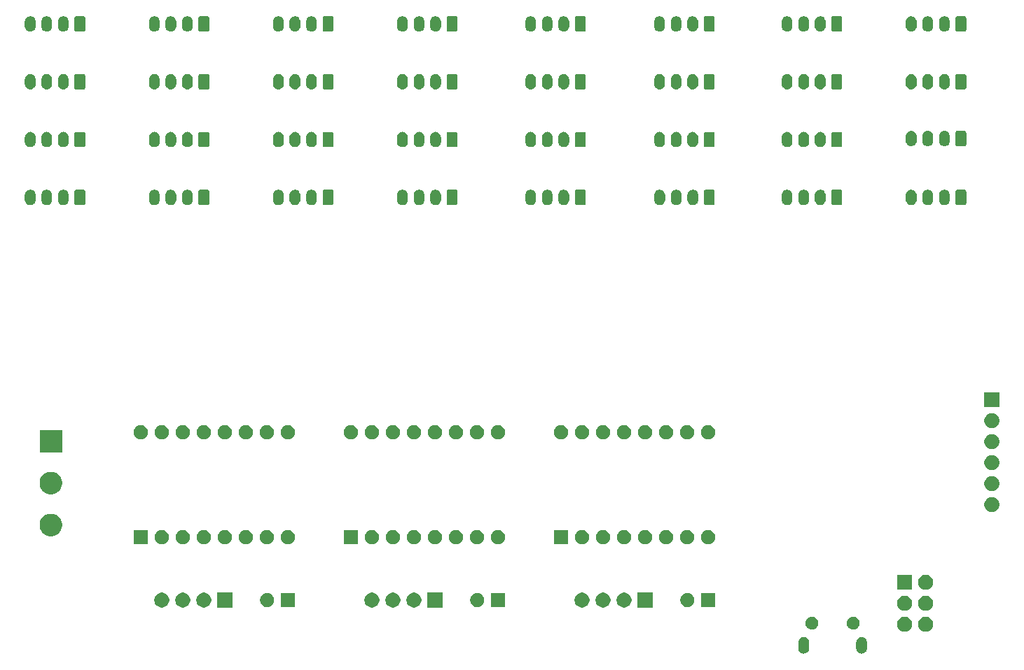
<source format=gbr>
G04 #@! TF.GenerationSoftware,KiCad,Pcbnew,(5.1.5)-3*
G04 #@! TF.CreationDate,2020-05-12T10:10:31+02:00*
G04 #@! TF.ProjectId,piggyback,70696767-7962-4616-936b-2e6b69636164,rev?*
G04 #@! TF.SameCoordinates,Original*
G04 #@! TF.FileFunction,Soldermask,Bot*
G04 #@! TF.FilePolarity,Negative*
%FSLAX46Y46*%
G04 Gerber Fmt 4.6, Leading zero omitted, Abs format (unit mm)*
G04 Created by KiCad (PCBNEW (5.1.5)-3) date 2020-05-12 10:10:31*
%MOMM*%
%LPD*%
G04 APERTURE LIST*
%ADD10C,0.100000*%
G04 APERTURE END LIST*
D10*
G36*
X139627618Y-142245920D02*
G01*
X139718404Y-142273460D01*
X139750336Y-142283146D01*
X139863425Y-142343594D01*
X139962554Y-142424946D01*
X140043906Y-142524075D01*
X140104354Y-142637164D01*
X140114040Y-142669096D01*
X140141580Y-142759882D01*
X140151000Y-142855527D01*
X140151000Y-143619473D01*
X140141580Y-143715118D01*
X140114040Y-143805904D01*
X140104354Y-143837836D01*
X140043906Y-143950925D01*
X139962554Y-144050053D01*
X139863424Y-144131406D01*
X139750335Y-144191854D01*
X139718403Y-144201540D01*
X139627617Y-144229080D01*
X139500000Y-144241649D01*
X139372382Y-144229080D01*
X139281596Y-144201540D01*
X139249664Y-144191854D01*
X139136575Y-144131406D01*
X139037447Y-144050054D01*
X138956094Y-143950924D01*
X138895646Y-143837835D01*
X138885960Y-143805903D01*
X138858420Y-143715117D01*
X138849000Y-143619472D01*
X138849000Y-142855527D01*
X138858420Y-142759882D01*
X138895645Y-142637168D01*
X138920608Y-142590466D01*
X138956095Y-142524075D01*
X139037447Y-142424946D01*
X139136576Y-142343594D01*
X139249665Y-142283146D01*
X139281597Y-142273460D01*
X139372383Y-142245920D01*
X139500000Y-142233351D01*
X139627618Y-142245920D01*
G37*
G36*
X146627617Y-142245920D02*
G01*
X146718403Y-142273460D01*
X146750335Y-142283146D01*
X146863424Y-142343594D01*
X146962554Y-142424947D01*
X147043906Y-142524075D01*
X147104354Y-142637164D01*
X147114040Y-142669096D01*
X147141580Y-142759882D01*
X147151000Y-142855527D01*
X147151000Y-143619473D01*
X147141580Y-143715118D01*
X147114040Y-143805904D01*
X147104354Y-143837836D01*
X147043906Y-143950925D01*
X146962554Y-144050054D01*
X146863425Y-144131406D01*
X146750336Y-144191854D01*
X146718404Y-144201540D01*
X146627618Y-144229080D01*
X146500000Y-144241649D01*
X146372383Y-144229080D01*
X146281597Y-144201540D01*
X146249665Y-144191854D01*
X146136576Y-144131406D01*
X146037447Y-144050054D01*
X145956095Y-143950925D01*
X145895648Y-143837837D01*
X145895645Y-143837832D01*
X145858420Y-143715118D01*
X145849000Y-143619473D01*
X145849000Y-142855528D01*
X145858420Y-142759883D01*
X145895645Y-142637169D01*
X145895646Y-142637165D01*
X145956094Y-142524076D01*
X146037447Y-142424946D01*
X146136575Y-142343594D01*
X146249664Y-142283146D01*
X146281596Y-142273460D01*
X146372382Y-142245920D01*
X146500000Y-142233351D01*
X146627617Y-142245920D01*
G37*
G36*
X154353512Y-139783927D02*
G01*
X154502812Y-139813624D01*
X154666784Y-139881544D01*
X154814354Y-139980147D01*
X154939853Y-140105646D01*
X155038456Y-140253216D01*
X155106376Y-140417188D01*
X155141000Y-140591259D01*
X155141000Y-140768741D01*
X155106376Y-140942812D01*
X155038456Y-141106784D01*
X154939853Y-141254354D01*
X154814354Y-141379853D01*
X154666784Y-141478456D01*
X154502812Y-141546376D01*
X154353512Y-141576073D01*
X154328742Y-141581000D01*
X154151258Y-141581000D01*
X154126488Y-141576073D01*
X153977188Y-141546376D01*
X153813216Y-141478456D01*
X153665646Y-141379853D01*
X153540147Y-141254354D01*
X153441544Y-141106784D01*
X153373624Y-140942812D01*
X153339000Y-140768741D01*
X153339000Y-140591259D01*
X153373624Y-140417188D01*
X153441544Y-140253216D01*
X153540147Y-140105646D01*
X153665646Y-139980147D01*
X153813216Y-139881544D01*
X153977188Y-139813624D01*
X154126488Y-139783927D01*
X154151258Y-139779000D01*
X154328742Y-139779000D01*
X154353512Y-139783927D01*
G37*
G36*
X151813512Y-139783927D02*
G01*
X151962812Y-139813624D01*
X152126784Y-139881544D01*
X152274354Y-139980147D01*
X152399853Y-140105646D01*
X152498456Y-140253216D01*
X152566376Y-140417188D01*
X152601000Y-140591259D01*
X152601000Y-140768741D01*
X152566376Y-140942812D01*
X152498456Y-141106784D01*
X152399853Y-141254354D01*
X152274354Y-141379853D01*
X152126784Y-141478456D01*
X151962812Y-141546376D01*
X151813512Y-141576073D01*
X151788742Y-141581000D01*
X151611258Y-141581000D01*
X151586488Y-141576073D01*
X151437188Y-141546376D01*
X151273216Y-141478456D01*
X151125646Y-141379853D01*
X151000147Y-141254354D01*
X150901544Y-141106784D01*
X150833624Y-140942812D01*
X150799000Y-140768741D01*
X150799000Y-140591259D01*
X150833624Y-140417188D01*
X150901544Y-140253216D01*
X151000147Y-140105646D01*
X151125646Y-139980147D01*
X151273216Y-139881544D01*
X151437188Y-139813624D01*
X151586488Y-139783927D01*
X151611258Y-139779000D01*
X151788742Y-139779000D01*
X151813512Y-139783927D01*
G37*
G36*
X140726348Y-139791320D02*
G01*
X140726350Y-139791321D01*
X140726351Y-139791321D01*
X140867574Y-139849817D01*
X140867577Y-139849819D01*
X140994669Y-139934739D01*
X141102761Y-140042831D01*
X141144733Y-140105647D01*
X141187683Y-140169926D01*
X141222183Y-140253218D01*
X141246180Y-140311152D01*
X141276000Y-140461069D01*
X141276000Y-140613929D01*
X141246179Y-140763851D01*
X141187683Y-140905074D01*
X141187681Y-140905077D01*
X141102761Y-141032169D01*
X140994669Y-141140261D01*
X140867577Y-141225181D01*
X140867574Y-141225183D01*
X140726351Y-141283679D01*
X140726350Y-141283679D01*
X140726348Y-141283680D01*
X140576431Y-141313500D01*
X140423569Y-141313500D01*
X140273652Y-141283680D01*
X140273650Y-141283679D01*
X140273649Y-141283679D01*
X140132426Y-141225183D01*
X140132423Y-141225181D01*
X140005331Y-141140261D01*
X139897239Y-141032169D01*
X139812319Y-140905077D01*
X139812317Y-140905074D01*
X139753821Y-140763851D01*
X139724000Y-140613929D01*
X139724000Y-140461069D01*
X139753820Y-140311152D01*
X139777817Y-140253218D01*
X139812317Y-140169926D01*
X139855267Y-140105647D01*
X139897239Y-140042831D01*
X140005331Y-139934739D01*
X140132423Y-139849819D01*
X140132426Y-139849817D01*
X140273649Y-139791321D01*
X140273650Y-139791321D01*
X140273652Y-139791320D01*
X140423569Y-139761500D01*
X140576431Y-139761500D01*
X140726348Y-139791320D01*
G37*
G36*
X145726348Y-139791320D02*
G01*
X145726350Y-139791321D01*
X145726351Y-139791321D01*
X145867574Y-139849817D01*
X145867577Y-139849819D01*
X145994669Y-139934739D01*
X146102761Y-140042831D01*
X146144733Y-140105647D01*
X146187683Y-140169926D01*
X146222183Y-140253218D01*
X146246180Y-140311152D01*
X146276000Y-140461069D01*
X146276000Y-140613929D01*
X146246179Y-140763851D01*
X146187683Y-140905074D01*
X146187681Y-140905077D01*
X146102761Y-141032169D01*
X145994669Y-141140261D01*
X145867577Y-141225181D01*
X145867574Y-141225183D01*
X145726351Y-141283679D01*
X145726350Y-141283679D01*
X145726348Y-141283680D01*
X145576431Y-141313500D01*
X145423569Y-141313500D01*
X145273652Y-141283680D01*
X145273650Y-141283679D01*
X145273649Y-141283679D01*
X145132426Y-141225183D01*
X145132423Y-141225181D01*
X145005331Y-141140261D01*
X144897239Y-141032169D01*
X144812319Y-140905077D01*
X144812317Y-140905074D01*
X144753821Y-140763851D01*
X144724000Y-140613929D01*
X144724000Y-140461069D01*
X144753820Y-140311152D01*
X144777817Y-140253218D01*
X144812317Y-140169926D01*
X144855267Y-140105647D01*
X144897239Y-140042831D01*
X145005331Y-139934739D01*
X145132423Y-139849819D01*
X145132426Y-139849817D01*
X145273649Y-139791321D01*
X145273650Y-139791321D01*
X145273652Y-139791320D01*
X145423569Y-139761500D01*
X145576431Y-139761500D01*
X145726348Y-139791320D01*
G37*
G36*
X154353512Y-137243927D02*
G01*
X154502812Y-137273624D01*
X154666784Y-137341544D01*
X154814354Y-137440147D01*
X154939853Y-137565646D01*
X155038456Y-137713216D01*
X155106376Y-137877188D01*
X155141000Y-138051259D01*
X155141000Y-138228741D01*
X155106376Y-138402812D01*
X155038456Y-138566784D01*
X154939853Y-138714354D01*
X154814354Y-138839853D01*
X154666784Y-138938456D01*
X154502812Y-139006376D01*
X154353512Y-139036073D01*
X154328742Y-139041000D01*
X154151258Y-139041000D01*
X154126488Y-139036073D01*
X153977188Y-139006376D01*
X153813216Y-138938456D01*
X153665646Y-138839853D01*
X153540147Y-138714354D01*
X153441544Y-138566784D01*
X153373624Y-138402812D01*
X153339000Y-138228741D01*
X153339000Y-138051259D01*
X153373624Y-137877188D01*
X153441544Y-137713216D01*
X153540147Y-137565646D01*
X153665646Y-137440147D01*
X153813216Y-137341544D01*
X153977188Y-137273624D01*
X154126488Y-137243927D01*
X154151258Y-137239000D01*
X154328742Y-137239000D01*
X154353512Y-137243927D01*
G37*
G36*
X151813512Y-137243927D02*
G01*
X151962812Y-137273624D01*
X152126784Y-137341544D01*
X152274354Y-137440147D01*
X152399853Y-137565646D01*
X152498456Y-137713216D01*
X152566376Y-137877188D01*
X152601000Y-138051259D01*
X152601000Y-138228741D01*
X152566376Y-138402812D01*
X152498456Y-138566784D01*
X152399853Y-138714354D01*
X152274354Y-138839853D01*
X152126784Y-138938456D01*
X151962812Y-139006376D01*
X151813512Y-139036073D01*
X151788742Y-139041000D01*
X151611258Y-139041000D01*
X151586488Y-139036073D01*
X151437188Y-139006376D01*
X151273216Y-138938456D01*
X151125646Y-138839853D01*
X151000147Y-138714354D01*
X150901544Y-138566784D01*
X150833624Y-138402812D01*
X150799000Y-138228741D01*
X150799000Y-138051259D01*
X150833624Y-137877188D01*
X150901544Y-137713216D01*
X151000147Y-137565646D01*
X151125646Y-137440147D01*
X151273216Y-137341544D01*
X151437188Y-137273624D01*
X151586488Y-137243927D01*
X151611258Y-137239000D01*
X151788742Y-137239000D01*
X151813512Y-137243927D01*
G37*
G36*
X92493512Y-136863927D02*
G01*
X92642812Y-136893624D01*
X92806784Y-136961544D01*
X92954354Y-137060147D01*
X93079853Y-137185646D01*
X93178456Y-137333216D01*
X93246376Y-137497188D01*
X93281000Y-137671259D01*
X93281000Y-137848741D01*
X93246376Y-138022812D01*
X93178456Y-138186784D01*
X93079853Y-138334354D01*
X92954354Y-138459853D01*
X92806784Y-138558456D01*
X92642812Y-138626376D01*
X92493512Y-138656073D01*
X92468742Y-138661000D01*
X92291258Y-138661000D01*
X92266488Y-138656073D01*
X92117188Y-138626376D01*
X91953216Y-138558456D01*
X91805646Y-138459853D01*
X91680147Y-138334354D01*
X91581544Y-138186784D01*
X91513624Y-138022812D01*
X91479000Y-137848741D01*
X91479000Y-137671259D01*
X91513624Y-137497188D01*
X91581544Y-137333216D01*
X91680147Y-137185646D01*
X91805646Y-137060147D01*
X91953216Y-136961544D01*
X92117188Y-136893624D01*
X92266488Y-136863927D01*
X92291258Y-136859000D01*
X92468742Y-136859000D01*
X92493512Y-136863927D01*
G37*
G36*
X64553512Y-136863927D02*
G01*
X64702812Y-136893624D01*
X64866784Y-136961544D01*
X65014354Y-137060147D01*
X65139853Y-137185646D01*
X65238456Y-137333216D01*
X65306376Y-137497188D01*
X65341000Y-137671259D01*
X65341000Y-137848741D01*
X65306376Y-138022812D01*
X65238456Y-138186784D01*
X65139853Y-138334354D01*
X65014354Y-138459853D01*
X64866784Y-138558456D01*
X64702812Y-138626376D01*
X64553512Y-138656073D01*
X64528742Y-138661000D01*
X64351258Y-138661000D01*
X64326488Y-138656073D01*
X64177188Y-138626376D01*
X64013216Y-138558456D01*
X63865646Y-138459853D01*
X63740147Y-138334354D01*
X63641544Y-138186784D01*
X63573624Y-138022812D01*
X63539000Y-137848741D01*
X63539000Y-137671259D01*
X63573624Y-137497188D01*
X63641544Y-137333216D01*
X63740147Y-137185646D01*
X63865646Y-137060147D01*
X64013216Y-136961544D01*
X64177188Y-136893624D01*
X64326488Y-136863927D01*
X64351258Y-136859000D01*
X64528742Y-136859000D01*
X64553512Y-136863927D01*
G37*
G36*
X70421000Y-138661000D02*
G01*
X68619000Y-138661000D01*
X68619000Y-136859000D01*
X70421000Y-136859000D01*
X70421000Y-138661000D01*
G37*
G36*
X67093512Y-136863927D02*
G01*
X67242812Y-136893624D01*
X67406784Y-136961544D01*
X67554354Y-137060147D01*
X67679853Y-137185646D01*
X67778456Y-137333216D01*
X67846376Y-137497188D01*
X67881000Y-137671259D01*
X67881000Y-137848741D01*
X67846376Y-138022812D01*
X67778456Y-138186784D01*
X67679853Y-138334354D01*
X67554354Y-138459853D01*
X67406784Y-138558456D01*
X67242812Y-138626376D01*
X67093512Y-138656073D01*
X67068742Y-138661000D01*
X66891258Y-138661000D01*
X66866488Y-138656073D01*
X66717188Y-138626376D01*
X66553216Y-138558456D01*
X66405646Y-138459853D01*
X66280147Y-138334354D01*
X66181544Y-138186784D01*
X66113624Y-138022812D01*
X66079000Y-137848741D01*
X66079000Y-137671259D01*
X66113624Y-137497188D01*
X66181544Y-137333216D01*
X66280147Y-137185646D01*
X66405646Y-137060147D01*
X66553216Y-136961544D01*
X66717188Y-136893624D01*
X66866488Y-136863927D01*
X66891258Y-136859000D01*
X67068742Y-136859000D01*
X67093512Y-136863927D01*
G37*
G36*
X121221000Y-138661000D02*
G01*
X119419000Y-138661000D01*
X119419000Y-136859000D01*
X121221000Y-136859000D01*
X121221000Y-138661000D01*
G37*
G36*
X117893512Y-136863927D02*
G01*
X118042812Y-136893624D01*
X118206784Y-136961544D01*
X118354354Y-137060147D01*
X118479853Y-137185646D01*
X118578456Y-137333216D01*
X118646376Y-137497188D01*
X118681000Y-137671259D01*
X118681000Y-137848741D01*
X118646376Y-138022812D01*
X118578456Y-138186784D01*
X118479853Y-138334354D01*
X118354354Y-138459853D01*
X118206784Y-138558456D01*
X118042812Y-138626376D01*
X117893512Y-138656073D01*
X117868742Y-138661000D01*
X117691258Y-138661000D01*
X117666488Y-138656073D01*
X117517188Y-138626376D01*
X117353216Y-138558456D01*
X117205646Y-138459853D01*
X117080147Y-138334354D01*
X116981544Y-138186784D01*
X116913624Y-138022812D01*
X116879000Y-137848741D01*
X116879000Y-137671259D01*
X116913624Y-137497188D01*
X116981544Y-137333216D01*
X117080147Y-137185646D01*
X117205646Y-137060147D01*
X117353216Y-136961544D01*
X117517188Y-136893624D01*
X117666488Y-136863927D01*
X117691258Y-136859000D01*
X117868742Y-136859000D01*
X117893512Y-136863927D01*
G37*
G36*
X115353512Y-136863927D02*
G01*
X115502812Y-136893624D01*
X115666784Y-136961544D01*
X115814354Y-137060147D01*
X115939853Y-137185646D01*
X116038456Y-137333216D01*
X116106376Y-137497188D01*
X116141000Y-137671259D01*
X116141000Y-137848741D01*
X116106376Y-138022812D01*
X116038456Y-138186784D01*
X115939853Y-138334354D01*
X115814354Y-138459853D01*
X115666784Y-138558456D01*
X115502812Y-138626376D01*
X115353512Y-138656073D01*
X115328742Y-138661000D01*
X115151258Y-138661000D01*
X115126488Y-138656073D01*
X114977188Y-138626376D01*
X114813216Y-138558456D01*
X114665646Y-138459853D01*
X114540147Y-138334354D01*
X114441544Y-138186784D01*
X114373624Y-138022812D01*
X114339000Y-137848741D01*
X114339000Y-137671259D01*
X114373624Y-137497188D01*
X114441544Y-137333216D01*
X114540147Y-137185646D01*
X114665646Y-137060147D01*
X114813216Y-136961544D01*
X114977188Y-136893624D01*
X115126488Y-136863927D01*
X115151258Y-136859000D01*
X115328742Y-136859000D01*
X115353512Y-136863927D01*
G37*
G36*
X112813512Y-136863927D02*
G01*
X112962812Y-136893624D01*
X113126784Y-136961544D01*
X113274354Y-137060147D01*
X113399853Y-137185646D01*
X113498456Y-137333216D01*
X113566376Y-137497188D01*
X113601000Y-137671259D01*
X113601000Y-137848741D01*
X113566376Y-138022812D01*
X113498456Y-138186784D01*
X113399853Y-138334354D01*
X113274354Y-138459853D01*
X113126784Y-138558456D01*
X112962812Y-138626376D01*
X112813512Y-138656073D01*
X112788742Y-138661000D01*
X112611258Y-138661000D01*
X112586488Y-138656073D01*
X112437188Y-138626376D01*
X112273216Y-138558456D01*
X112125646Y-138459853D01*
X112000147Y-138334354D01*
X111901544Y-138186784D01*
X111833624Y-138022812D01*
X111799000Y-137848741D01*
X111799000Y-137671259D01*
X111833624Y-137497188D01*
X111901544Y-137333216D01*
X112000147Y-137185646D01*
X112125646Y-137060147D01*
X112273216Y-136961544D01*
X112437188Y-136893624D01*
X112586488Y-136863927D01*
X112611258Y-136859000D01*
X112788742Y-136859000D01*
X112813512Y-136863927D01*
G37*
G36*
X87413512Y-136863927D02*
G01*
X87562812Y-136893624D01*
X87726784Y-136961544D01*
X87874354Y-137060147D01*
X87999853Y-137185646D01*
X88098456Y-137333216D01*
X88166376Y-137497188D01*
X88201000Y-137671259D01*
X88201000Y-137848741D01*
X88166376Y-138022812D01*
X88098456Y-138186784D01*
X87999853Y-138334354D01*
X87874354Y-138459853D01*
X87726784Y-138558456D01*
X87562812Y-138626376D01*
X87413512Y-138656073D01*
X87388742Y-138661000D01*
X87211258Y-138661000D01*
X87186488Y-138656073D01*
X87037188Y-138626376D01*
X86873216Y-138558456D01*
X86725646Y-138459853D01*
X86600147Y-138334354D01*
X86501544Y-138186784D01*
X86433624Y-138022812D01*
X86399000Y-137848741D01*
X86399000Y-137671259D01*
X86433624Y-137497188D01*
X86501544Y-137333216D01*
X86600147Y-137185646D01*
X86725646Y-137060147D01*
X86873216Y-136961544D01*
X87037188Y-136893624D01*
X87186488Y-136863927D01*
X87211258Y-136859000D01*
X87388742Y-136859000D01*
X87413512Y-136863927D01*
G37*
G36*
X95821000Y-138661000D02*
G01*
X94019000Y-138661000D01*
X94019000Y-136859000D01*
X95821000Y-136859000D01*
X95821000Y-138661000D01*
G37*
G36*
X89953512Y-136863927D02*
G01*
X90102812Y-136893624D01*
X90266784Y-136961544D01*
X90414354Y-137060147D01*
X90539853Y-137185646D01*
X90638456Y-137333216D01*
X90706376Y-137497188D01*
X90741000Y-137671259D01*
X90741000Y-137848741D01*
X90706376Y-138022812D01*
X90638456Y-138186784D01*
X90539853Y-138334354D01*
X90414354Y-138459853D01*
X90266784Y-138558456D01*
X90102812Y-138626376D01*
X89953512Y-138656073D01*
X89928742Y-138661000D01*
X89751258Y-138661000D01*
X89726488Y-138656073D01*
X89577188Y-138626376D01*
X89413216Y-138558456D01*
X89265646Y-138459853D01*
X89140147Y-138334354D01*
X89041544Y-138186784D01*
X88973624Y-138022812D01*
X88939000Y-137848741D01*
X88939000Y-137671259D01*
X88973624Y-137497188D01*
X89041544Y-137333216D01*
X89140147Y-137185646D01*
X89265646Y-137060147D01*
X89413216Y-136961544D01*
X89577188Y-136893624D01*
X89726488Y-136863927D01*
X89751258Y-136859000D01*
X89928742Y-136859000D01*
X89953512Y-136863927D01*
G37*
G36*
X62013512Y-136863927D02*
G01*
X62162812Y-136893624D01*
X62326784Y-136961544D01*
X62474354Y-137060147D01*
X62599853Y-137185646D01*
X62698456Y-137333216D01*
X62766376Y-137497188D01*
X62801000Y-137671259D01*
X62801000Y-137848741D01*
X62766376Y-138022812D01*
X62698456Y-138186784D01*
X62599853Y-138334354D01*
X62474354Y-138459853D01*
X62326784Y-138558456D01*
X62162812Y-138626376D01*
X62013512Y-138656073D01*
X61988742Y-138661000D01*
X61811258Y-138661000D01*
X61786488Y-138656073D01*
X61637188Y-138626376D01*
X61473216Y-138558456D01*
X61325646Y-138459853D01*
X61200147Y-138334354D01*
X61101544Y-138186784D01*
X61033624Y-138022812D01*
X60999000Y-137848741D01*
X60999000Y-137671259D01*
X61033624Y-137497188D01*
X61101544Y-137333216D01*
X61200147Y-137185646D01*
X61325646Y-137060147D01*
X61473216Y-136961544D01*
X61637188Y-136893624D01*
X61786488Y-136863927D01*
X61811258Y-136859000D01*
X61988742Y-136859000D01*
X62013512Y-136863927D01*
G37*
G36*
X128791000Y-138611000D02*
G01*
X127089000Y-138611000D01*
X127089000Y-136909000D01*
X128791000Y-136909000D01*
X128791000Y-138611000D01*
G37*
G36*
X100288228Y-136941703D02*
G01*
X100443100Y-137005853D01*
X100582481Y-137098985D01*
X100701015Y-137217519D01*
X100794147Y-137356900D01*
X100858297Y-137511772D01*
X100891000Y-137676184D01*
X100891000Y-137843816D01*
X100858297Y-138008228D01*
X100794147Y-138163100D01*
X100701015Y-138302481D01*
X100582481Y-138421015D01*
X100443100Y-138514147D01*
X100288228Y-138578297D01*
X100123816Y-138611000D01*
X99956184Y-138611000D01*
X99791772Y-138578297D01*
X99636900Y-138514147D01*
X99497519Y-138421015D01*
X99378985Y-138302481D01*
X99285853Y-138163100D01*
X99221703Y-138008228D01*
X99189000Y-137843816D01*
X99189000Y-137676184D01*
X99221703Y-137511772D01*
X99285853Y-137356900D01*
X99378985Y-137217519D01*
X99497519Y-137098985D01*
X99636900Y-137005853D01*
X99791772Y-136941703D01*
X99956184Y-136909000D01*
X100123816Y-136909000D01*
X100288228Y-136941703D01*
G37*
G36*
X77991000Y-138611000D02*
G01*
X76289000Y-138611000D01*
X76289000Y-136909000D01*
X77991000Y-136909000D01*
X77991000Y-138611000D01*
G37*
G36*
X103391000Y-138611000D02*
G01*
X101689000Y-138611000D01*
X101689000Y-136909000D01*
X103391000Y-136909000D01*
X103391000Y-138611000D01*
G37*
G36*
X125688228Y-136941703D02*
G01*
X125843100Y-137005853D01*
X125982481Y-137098985D01*
X126101015Y-137217519D01*
X126194147Y-137356900D01*
X126258297Y-137511772D01*
X126291000Y-137676184D01*
X126291000Y-137843816D01*
X126258297Y-138008228D01*
X126194147Y-138163100D01*
X126101015Y-138302481D01*
X125982481Y-138421015D01*
X125843100Y-138514147D01*
X125688228Y-138578297D01*
X125523816Y-138611000D01*
X125356184Y-138611000D01*
X125191772Y-138578297D01*
X125036900Y-138514147D01*
X124897519Y-138421015D01*
X124778985Y-138302481D01*
X124685853Y-138163100D01*
X124621703Y-138008228D01*
X124589000Y-137843816D01*
X124589000Y-137676184D01*
X124621703Y-137511772D01*
X124685853Y-137356900D01*
X124778985Y-137217519D01*
X124897519Y-137098985D01*
X125036900Y-137005853D01*
X125191772Y-136941703D01*
X125356184Y-136909000D01*
X125523816Y-136909000D01*
X125688228Y-136941703D01*
G37*
G36*
X74888228Y-136941703D02*
G01*
X75043100Y-137005853D01*
X75182481Y-137098985D01*
X75301015Y-137217519D01*
X75394147Y-137356900D01*
X75458297Y-137511772D01*
X75491000Y-137676184D01*
X75491000Y-137843816D01*
X75458297Y-138008228D01*
X75394147Y-138163100D01*
X75301015Y-138302481D01*
X75182481Y-138421015D01*
X75043100Y-138514147D01*
X74888228Y-138578297D01*
X74723816Y-138611000D01*
X74556184Y-138611000D01*
X74391772Y-138578297D01*
X74236900Y-138514147D01*
X74097519Y-138421015D01*
X73978985Y-138302481D01*
X73885853Y-138163100D01*
X73821703Y-138008228D01*
X73789000Y-137843816D01*
X73789000Y-137676184D01*
X73821703Y-137511772D01*
X73885853Y-137356900D01*
X73978985Y-137217519D01*
X74097519Y-137098985D01*
X74236900Y-137005853D01*
X74391772Y-136941703D01*
X74556184Y-136909000D01*
X74723816Y-136909000D01*
X74888228Y-136941703D01*
G37*
G36*
X154353512Y-134703927D02*
G01*
X154502812Y-134733624D01*
X154666784Y-134801544D01*
X154814354Y-134900147D01*
X154939853Y-135025646D01*
X155038456Y-135173216D01*
X155106376Y-135337188D01*
X155141000Y-135511259D01*
X155141000Y-135688741D01*
X155106376Y-135862812D01*
X155038456Y-136026784D01*
X154939853Y-136174354D01*
X154814354Y-136299853D01*
X154666784Y-136398456D01*
X154502812Y-136466376D01*
X154353512Y-136496073D01*
X154328742Y-136501000D01*
X154151258Y-136501000D01*
X154126488Y-136496073D01*
X153977188Y-136466376D01*
X153813216Y-136398456D01*
X153665646Y-136299853D01*
X153540147Y-136174354D01*
X153441544Y-136026784D01*
X153373624Y-135862812D01*
X153339000Y-135688741D01*
X153339000Y-135511259D01*
X153373624Y-135337188D01*
X153441544Y-135173216D01*
X153540147Y-135025646D01*
X153665646Y-134900147D01*
X153813216Y-134801544D01*
X153977188Y-134733624D01*
X154126488Y-134703927D01*
X154151258Y-134699000D01*
X154328742Y-134699000D01*
X154353512Y-134703927D01*
G37*
G36*
X152601000Y-136501000D02*
G01*
X150799000Y-136501000D01*
X150799000Y-134699000D01*
X152601000Y-134699000D01*
X152601000Y-136501000D01*
G37*
G36*
X95168228Y-129321703D02*
G01*
X95323100Y-129385853D01*
X95462481Y-129478985D01*
X95581015Y-129597519D01*
X95674147Y-129736900D01*
X95738297Y-129891772D01*
X95771000Y-130056184D01*
X95771000Y-130223816D01*
X95738297Y-130388228D01*
X95674147Y-130543100D01*
X95581015Y-130682481D01*
X95462481Y-130801015D01*
X95323100Y-130894147D01*
X95168228Y-130958297D01*
X95003816Y-130991000D01*
X94836184Y-130991000D01*
X94671772Y-130958297D01*
X94516900Y-130894147D01*
X94377519Y-130801015D01*
X94258985Y-130682481D01*
X94165853Y-130543100D01*
X94101703Y-130388228D01*
X94069000Y-130223816D01*
X94069000Y-130056184D01*
X94101703Y-129891772D01*
X94165853Y-129736900D01*
X94258985Y-129597519D01*
X94377519Y-129478985D01*
X94516900Y-129385853D01*
X94671772Y-129321703D01*
X94836184Y-129289000D01*
X95003816Y-129289000D01*
X95168228Y-129321703D01*
G37*
G36*
X97708228Y-129321703D02*
G01*
X97863100Y-129385853D01*
X98002481Y-129478985D01*
X98121015Y-129597519D01*
X98214147Y-129736900D01*
X98278297Y-129891772D01*
X98311000Y-130056184D01*
X98311000Y-130223816D01*
X98278297Y-130388228D01*
X98214147Y-130543100D01*
X98121015Y-130682481D01*
X98002481Y-130801015D01*
X97863100Y-130894147D01*
X97708228Y-130958297D01*
X97543816Y-130991000D01*
X97376184Y-130991000D01*
X97211772Y-130958297D01*
X97056900Y-130894147D01*
X96917519Y-130801015D01*
X96798985Y-130682481D01*
X96705853Y-130543100D01*
X96641703Y-130388228D01*
X96609000Y-130223816D01*
X96609000Y-130056184D01*
X96641703Y-129891772D01*
X96705853Y-129736900D01*
X96798985Y-129597519D01*
X96917519Y-129478985D01*
X97056900Y-129385853D01*
X97211772Y-129321703D01*
X97376184Y-129289000D01*
X97543816Y-129289000D01*
X97708228Y-129321703D01*
G37*
G36*
X100248228Y-129321703D02*
G01*
X100403100Y-129385853D01*
X100542481Y-129478985D01*
X100661015Y-129597519D01*
X100754147Y-129736900D01*
X100818297Y-129891772D01*
X100851000Y-130056184D01*
X100851000Y-130223816D01*
X100818297Y-130388228D01*
X100754147Y-130543100D01*
X100661015Y-130682481D01*
X100542481Y-130801015D01*
X100403100Y-130894147D01*
X100248228Y-130958297D01*
X100083816Y-130991000D01*
X99916184Y-130991000D01*
X99751772Y-130958297D01*
X99596900Y-130894147D01*
X99457519Y-130801015D01*
X99338985Y-130682481D01*
X99245853Y-130543100D01*
X99181703Y-130388228D01*
X99149000Y-130223816D01*
X99149000Y-130056184D01*
X99181703Y-129891772D01*
X99245853Y-129736900D01*
X99338985Y-129597519D01*
X99457519Y-129478985D01*
X99596900Y-129385853D01*
X99751772Y-129321703D01*
X99916184Y-129289000D01*
X100083816Y-129289000D01*
X100248228Y-129321703D01*
G37*
G36*
X102788228Y-129321703D02*
G01*
X102943100Y-129385853D01*
X103082481Y-129478985D01*
X103201015Y-129597519D01*
X103294147Y-129736900D01*
X103358297Y-129891772D01*
X103391000Y-130056184D01*
X103391000Y-130223816D01*
X103358297Y-130388228D01*
X103294147Y-130543100D01*
X103201015Y-130682481D01*
X103082481Y-130801015D01*
X102943100Y-130894147D01*
X102788228Y-130958297D01*
X102623816Y-130991000D01*
X102456184Y-130991000D01*
X102291772Y-130958297D01*
X102136900Y-130894147D01*
X101997519Y-130801015D01*
X101878985Y-130682481D01*
X101785853Y-130543100D01*
X101721703Y-130388228D01*
X101689000Y-130223816D01*
X101689000Y-130056184D01*
X101721703Y-129891772D01*
X101785853Y-129736900D01*
X101878985Y-129597519D01*
X101997519Y-129478985D01*
X102136900Y-129385853D01*
X102291772Y-129321703D01*
X102456184Y-129289000D01*
X102623816Y-129289000D01*
X102788228Y-129321703D01*
G37*
G36*
X77388228Y-129321703D02*
G01*
X77543100Y-129385853D01*
X77682481Y-129478985D01*
X77801015Y-129597519D01*
X77894147Y-129736900D01*
X77958297Y-129891772D01*
X77991000Y-130056184D01*
X77991000Y-130223816D01*
X77958297Y-130388228D01*
X77894147Y-130543100D01*
X77801015Y-130682481D01*
X77682481Y-130801015D01*
X77543100Y-130894147D01*
X77388228Y-130958297D01*
X77223816Y-130991000D01*
X77056184Y-130991000D01*
X76891772Y-130958297D01*
X76736900Y-130894147D01*
X76597519Y-130801015D01*
X76478985Y-130682481D01*
X76385853Y-130543100D01*
X76321703Y-130388228D01*
X76289000Y-130223816D01*
X76289000Y-130056184D01*
X76321703Y-129891772D01*
X76385853Y-129736900D01*
X76478985Y-129597519D01*
X76597519Y-129478985D01*
X76736900Y-129385853D01*
X76891772Y-129321703D01*
X77056184Y-129289000D01*
X77223816Y-129289000D01*
X77388228Y-129321703D01*
G37*
G36*
X74848228Y-129321703D02*
G01*
X75003100Y-129385853D01*
X75142481Y-129478985D01*
X75261015Y-129597519D01*
X75354147Y-129736900D01*
X75418297Y-129891772D01*
X75451000Y-130056184D01*
X75451000Y-130223816D01*
X75418297Y-130388228D01*
X75354147Y-130543100D01*
X75261015Y-130682481D01*
X75142481Y-130801015D01*
X75003100Y-130894147D01*
X74848228Y-130958297D01*
X74683816Y-130991000D01*
X74516184Y-130991000D01*
X74351772Y-130958297D01*
X74196900Y-130894147D01*
X74057519Y-130801015D01*
X73938985Y-130682481D01*
X73845853Y-130543100D01*
X73781703Y-130388228D01*
X73749000Y-130223816D01*
X73749000Y-130056184D01*
X73781703Y-129891772D01*
X73845853Y-129736900D01*
X73938985Y-129597519D01*
X74057519Y-129478985D01*
X74196900Y-129385853D01*
X74351772Y-129321703D01*
X74516184Y-129289000D01*
X74683816Y-129289000D01*
X74848228Y-129321703D01*
G37*
G36*
X72308228Y-129321703D02*
G01*
X72463100Y-129385853D01*
X72602481Y-129478985D01*
X72721015Y-129597519D01*
X72814147Y-129736900D01*
X72878297Y-129891772D01*
X72911000Y-130056184D01*
X72911000Y-130223816D01*
X72878297Y-130388228D01*
X72814147Y-130543100D01*
X72721015Y-130682481D01*
X72602481Y-130801015D01*
X72463100Y-130894147D01*
X72308228Y-130958297D01*
X72143816Y-130991000D01*
X71976184Y-130991000D01*
X71811772Y-130958297D01*
X71656900Y-130894147D01*
X71517519Y-130801015D01*
X71398985Y-130682481D01*
X71305853Y-130543100D01*
X71241703Y-130388228D01*
X71209000Y-130223816D01*
X71209000Y-130056184D01*
X71241703Y-129891772D01*
X71305853Y-129736900D01*
X71398985Y-129597519D01*
X71517519Y-129478985D01*
X71656900Y-129385853D01*
X71811772Y-129321703D01*
X71976184Y-129289000D01*
X72143816Y-129289000D01*
X72308228Y-129321703D01*
G37*
G36*
X69768228Y-129321703D02*
G01*
X69923100Y-129385853D01*
X70062481Y-129478985D01*
X70181015Y-129597519D01*
X70274147Y-129736900D01*
X70338297Y-129891772D01*
X70371000Y-130056184D01*
X70371000Y-130223816D01*
X70338297Y-130388228D01*
X70274147Y-130543100D01*
X70181015Y-130682481D01*
X70062481Y-130801015D01*
X69923100Y-130894147D01*
X69768228Y-130958297D01*
X69603816Y-130991000D01*
X69436184Y-130991000D01*
X69271772Y-130958297D01*
X69116900Y-130894147D01*
X68977519Y-130801015D01*
X68858985Y-130682481D01*
X68765853Y-130543100D01*
X68701703Y-130388228D01*
X68669000Y-130223816D01*
X68669000Y-130056184D01*
X68701703Y-129891772D01*
X68765853Y-129736900D01*
X68858985Y-129597519D01*
X68977519Y-129478985D01*
X69116900Y-129385853D01*
X69271772Y-129321703D01*
X69436184Y-129289000D01*
X69603816Y-129289000D01*
X69768228Y-129321703D01*
G37*
G36*
X64688228Y-129321703D02*
G01*
X64843100Y-129385853D01*
X64982481Y-129478985D01*
X65101015Y-129597519D01*
X65194147Y-129736900D01*
X65258297Y-129891772D01*
X65291000Y-130056184D01*
X65291000Y-130223816D01*
X65258297Y-130388228D01*
X65194147Y-130543100D01*
X65101015Y-130682481D01*
X64982481Y-130801015D01*
X64843100Y-130894147D01*
X64688228Y-130958297D01*
X64523816Y-130991000D01*
X64356184Y-130991000D01*
X64191772Y-130958297D01*
X64036900Y-130894147D01*
X63897519Y-130801015D01*
X63778985Y-130682481D01*
X63685853Y-130543100D01*
X63621703Y-130388228D01*
X63589000Y-130223816D01*
X63589000Y-130056184D01*
X63621703Y-129891772D01*
X63685853Y-129736900D01*
X63778985Y-129597519D01*
X63897519Y-129478985D01*
X64036900Y-129385853D01*
X64191772Y-129321703D01*
X64356184Y-129289000D01*
X64523816Y-129289000D01*
X64688228Y-129321703D01*
G37*
G36*
X62148228Y-129321703D02*
G01*
X62303100Y-129385853D01*
X62442481Y-129478985D01*
X62561015Y-129597519D01*
X62654147Y-129736900D01*
X62718297Y-129891772D01*
X62751000Y-130056184D01*
X62751000Y-130223816D01*
X62718297Y-130388228D01*
X62654147Y-130543100D01*
X62561015Y-130682481D01*
X62442481Y-130801015D01*
X62303100Y-130894147D01*
X62148228Y-130958297D01*
X61983816Y-130991000D01*
X61816184Y-130991000D01*
X61651772Y-130958297D01*
X61496900Y-130894147D01*
X61357519Y-130801015D01*
X61238985Y-130682481D01*
X61145853Y-130543100D01*
X61081703Y-130388228D01*
X61049000Y-130223816D01*
X61049000Y-130056184D01*
X61081703Y-129891772D01*
X61145853Y-129736900D01*
X61238985Y-129597519D01*
X61357519Y-129478985D01*
X61496900Y-129385853D01*
X61651772Y-129321703D01*
X61816184Y-129289000D01*
X61983816Y-129289000D01*
X62148228Y-129321703D01*
G37*
G36*
X60211000Y-130991000D02*
G01*
X58509000Y-130991000D01*
X58509000Y-129289000D01*
X60211000Y-129289000D01*
X60211000Y-130991000D01*
G37*
G36*
X67228228Y-129321703D02*
G01*
X67383100Y-129385853D01*
X67522481Y-129478985D01*
X67641015Y-129597519D01*
X67734147Y-129736900D01*
X67798297Y-129891772D01*
X67831000Y-130056184D01*
X67831000Y-130223816D01*
X67798297Y-130388228D01*
X67734147Y-130543100D01*
X67641015Y-130682481D01*
X67522481Y-130801015D01*
X67383100Y-130894147D01*
X67228228Y-130958297D01*
X67063816Y-130991000D01*
X66896184Y-130991000D01*
X66731772Y-130958297D01*
X66576900Y-130894147D01*
X66437519Y-130801015D01*
X66318985Y-130682481D01*
X66225853Y-130543100D01*
X66161703Y-130388228D01*
X66129000Y-130223816D01*
X66129000Y-130056184D01*
X66161703Y-129891772D01*
X66225853Y-129736900D01*
X66318985Y-129597519D01*
X66437519Y-129478985D01*
X66576900Y-129385853D01*
X66731772Y-129321703D01*
X66896184Y-129289000D01*
X67063816Y-129289000D01*
X67228228Y-129321703D01*
G37*
G36*
X87548228Y-129321703D02*
G01*
X87703100Y-129385853D01*
X87842481Y-129478985D01*
X87961015Y-129597519D01*
X88054147Y-129736900D01*
X88118297Y-129891772D01*
X88151000Y-130056184D01*
X88151000Y-130223816D01*
X88118297Y-130388228D01*
X88054147Y-130543100D01*
X87961015Y-130682481D01*
X87842481Y-130801015D01*
X87703100Y-130894147D01*
X87548228Y-130958297D01*
X87383816Y-130991000D01*
X87216184Y-130991000D01*
X87051772Y-130958297D01*
X86896900Y-130894147D01*
X86757519Y-130801015D01*
X86638985Y-130682481D01*
X86545853Y-130543100D01*
X86481703Y-130388228D01*
X86449000Y-130223816D01*
X86449000Y-130056184D01*
X86481703Y-129891772D01*
X86545853Y-129736900D01*
X86638985Y-129597519D01*
X86757519Y-129478985D01*
X86896900Y-129385853D01*
X87051772Y-129321703D01*
X87216184Y-129289000D01*
X87383816Y-129289000D01*
X87548228Y-129321703D01*
G37*
G36*
X85611000Y-130991000D02*
G01*
X83909000Y-130991000D01*
X83909000Y-129289000D01*
X85611000Y-129289000D01*
X85611000Y-130991000D01*
G37*
G36*
X111011000Y-130991000D02*
G01*
X109309000Y-130991000D01*
X109309000Y-129289000D01*
X111011000Y-129289000D01*
X111011000Y-130991000D01*
G37*
G36*
X112948228Y-129321703D02*
G01*
X113103100Y-129385853D01*
X113242481Y-129478985D01*
X113361015Y-129597519D01*
X113454147Y-129736900D01*
X113518297Y-129891772D01*
X113551000Y-130056184D01*
X113551000Y-130223816D01*
X113518297Y-130388228D01*
X113454147Y-130543100D01*
X113361015Y-130682481D01*
X113242481Y-130801015D01*
X113103100Y-130894147D01*
X112948228Y-130958297D01*
X112783816Y-130991000D01*
X112616184Y-130991000D01*
X112451772Y-130958297D01*
X112296900Y-130894147D01*
X112157519Y-130801015D01*
X112038985Y-130682481D01*
X111945853Y-130543100D01*
X111881703Y-130388228D01*
X111849000Y-130223816D01*
X111849000Y-130056184D01*
X111881703Y-129891772D01*
X111945853Y-129736900D01*
X112038985Y-129597519D01*
X112157519Y-129478985D01*
X112296900Y-129385853D01*
X112451772Y-129321703D01*
X112616184Y-129289000D01*
X112783816Y-129289000D01*
X112948228Y-129321703D01*
G37*
G36*
X115488228Y-129321703D02*
G01*
X115643100Y-129385853D01*
X115782481Y-129478985D01*
X115901015Y-129597519D01*
X115994147Y-129736900D01*
X116058297Y-129891772D01*
X116091000Y-130056184D01*
X116091000Y-130223816D01*
X116058297Y-130388228D01*
X115994147Y-130543100D01*
X115901015Y-130682481D01*
X115782481Y-130801015D01*
X115643100Y-130894147D01*
X115488228Y-130958297D01*
X115323816Y-130991000D01*
X115156184Y-130991000D01*
X114991772Y-130958297D01*
X114836900Y-130894147D01*
X114697519Y-130801015D01*
X114578985Y-130682481D01*
X114485853Y-130543100D01*
X114421703Y-130388228D01*
X114389000Y-130223816D01*
X114389000Y-130056184D01*
X114421703Y-129891772D01*
X114485853Y-129736900D01*
X114578985Y-129597519D01*
X114697519Y-129478985D01*
X114836900Y-129385853D01*
X114991772Y-129321703D01*
X115156184Y-129289000D01*
X115323816Y-129289000D01*
X115488228Y-129321703D01*
G37*
G36*
X118028228Y-129321703D02*
G01*
X118183100Y-129385853D01*
X118322481Y-129478985D01*
X118441015Y-129597519D01*
X118534147Y-129736900D01*
X118598297Y-129891772D01*
X118631000Y-130056184D01*
X118631000Y-130223816D01*
X118598297Y-130388228D01*
X118534147Y-130543100D01*
X118441015Y-130682481D01*
X118322481Y-130801015D01*
X118183100Y-130894147D01*
X118028228Y-130958297D01*
X117863816Y-130991000D01*
X117696184Y-130991000D01*
X117531772Y-130958297D01*
X117376900Y-130894147D01*
X117237519Y-130801015D01*
X117118985Y-130682481D01*
X117025853Y-130543100D01*
X116961703Y-130388228D01*
X116929000Y-130223816D01*
X116929000Y-130056184D01*
X116961703Y-129891772D01*
X117025853Y-129736900D01*
X117118985Y-129597519D01*
X117237519Y-129478985D01*
X117376900Y-129385853D01*
X117531772Y-129321703D01*
X117696184Y-129289000D01*
X117863816Y-129289000D01*
X118028228Y-129321703D01*
G37*
G36*
X120568228Y-129321703D02*
G01*
X120723100Y-129385853D01*
X120862481Y-129478985D01*
X120981015Y-129597519D01*
X121074147Y-129736900D01*
X121138297Y-129891772D01*
X121171000Y-130056184D01*
X121171000Y-130223816D01*
X121138297Y-130388228D01*
X121074147Y-130543100D01*
X120981015Y-130682481D01*
X120862481Y-130801015D01*
X120723100Y-130894147D01*
X120568228Y-130958297D01*
X120403816Y-130991000D01*
X120236184Y-130991000D01*
X120071772Y-130958297D01*
X119916900Y-130894147D01*
X119777519Y-130801015D01*
X119658985Y-130682481D01*
X119565853Y-130543100D01*
X119501703Y-130388228D01*
X119469000Y-130223816D01*
X119469000Y-130056184D01*
X119501703Y-129891772D01*
X119565853Y-129736900D01*
X119658985Y-129597519D01*
X119777519Y-129478985D01*
X119916900Y-129385853D01*
X120071772Y-129321703D01*
X120236184Y-129289000D01*
X120403816Y-129289000D01*
X120568228Y-129321703D01*
G37*
G36*
X92628228Y-129321703D02*
G01*
X92783100Y-129385853D01*
X92922481Y-129478985D01*
X93041015Y-129597519D01*
X93134147Y-129736900D01*
X93198297Y-129891772D01*
X93231000Y-130056184D01*
X93231000Y-130223816D01*
X93198297Y-130388228D01*
X93134147Y-130543100D01*
X93041015Y-130682481D01*
X92922481Y-130801015D01*
X92783100Y-130894147D01*
X92628228Y-130958297D01*
X92463816Y-130991000D01*
X92296184Y-130991000D01*
X92131772Y-130958297D01*
X91976900Y-130894147D01*
X91837519Y-130801015D01*
X91718985Y-130682481D01*
X91625853Y-130543100D01*
X91561703Y-130388228D01*
X91529000Y-130223816D01*
X91529000Y-130056184D01*
X91561703Y-129891772D01*
X91625853Y-129736900D01*
X91718985Y-129597519D01*
X91837519Y-129478985D01*
X91976900Y-129385853D01*
X92131772Y-129321703D01*
X92296184Y-129289000D01*
X92463816Y-129289000D01*
X92628228Y-129321703D01*
G37*
G36*
X123108228Y-129321703D02*
G01*
X123263100Y-129385853D01*
X123402481Y-129478985D01*
X123521015Y-129597519D01*
X123614147Y-129736900D01*
X123678297Y-129891772D01*
X123711000Y-130056184D01*
X123711000Y-130223816D01*
X123678297Y-130388228D01*
X123614147Y-130543100D01*
X123521015Y-130682481D01*
X123402481Y-130801015D01*
X123263100Y-130894147D01*
X123108228Y-130958297D01*
X122943816Y-130991000D01*
X122776184Y-130991000D01*
X122611772Y-130958297D01*
X122456900Y-130894147D01*
X122317519Y-130801015D01*
X122198985Y-130682481D01*
X122105853Y-130543100D01*
X122041703Y-130388228D01*
X122009000Y-130223816D01*
X122009000Y-130056184D01*
X122041703Y-129891772D01*
X122105853Y-129736900D01*
X122198985Y-129597519D01*
X122317519Y-129478985D01*
X122456900Y-129385853D01*
X122611772Y-129321703D01*
X122776184Y-129289000D01*
X122943816Y-129289000D01*
X123108228Y-129321703D01*
G37*
G36*
X125648228Y-129321703D02*
G01*
X125803100Y-129385853D01*
X125942481Y-129478985D01*
X126061015Y-129597519D01*
X126154147Y-129736900D01*
X126218297Y-129891772D01*
X126251000Y-130056184D01*
X126251000Y-130223816D01*
X126218297Y-130388228D01*
X126154147Y-130543100D01*
X126061015Y-130682481D01*
X125942481Y-130801015D01*
X125803100Y-130894147D01*
X125648228Y-130958297D01*
X125483816Y-130991000D01*
X125316184Y-130991000D01*
X125151772Y-130958297D01*
X124996900Y-130894147D01*
X124857519Y-130801015D01*
X124738985Y-130682481D01*
X124645853Y-130543100D01*
X124581703Y-130388228D01*
X124549000Y-130223816D01*
X124549000Y-130056184D01*
X124581703Y-129891772D01*
X124645853Y-129736900D01*
X124738985Y-129597519D01*
X124857519Y-129478985D01*
X124996900Y-129385853D01*
X125151772Y-129321703D01*
X125316184Y-129289000D01*
X125483816Y-129289000D01*
X125648228Y-129321703D01*
G37*
G36*
X128188228Y-129321703D02*
G01*
X128343100Y-129385853D01*
X128482481Y-129478985D01*
X128601015Y-129597519D01*
X128694147Y-129736900D01*
X128758297Y-129891772D01*
X128791000Y-130056184D01*
X128791000Y-130223816D01*
X128758297Y-130388228D01*
X128694147Y-130543100D01*
X128601015Y-130682481D01*
X128482481Y-130801015D01*
X128343100Y-130894147D01*
X128188228Y-130958297D01*
X128023816Y-130991000D01*
X127856184Y-130991000D01*
X127691772Y-130958297D01*
X127536900Y-130894147D01*
X127397519Y-130801015D01*
X127278985Y-130682481D01*
X127185853Y-130543100D01*
X127121703Y-130388228D01*
X127089000Y-130223816D01*
X127089000Y-130056184D01*
X127121703Y-129891772D01*
X127185853Y-129736900D01*
X127278985Y-129597519D01*
X127397519Y-129478985D01*
X127536900Y-129385853D01*
X127691772Y-129321703D01*
X127856184Y-129289000D01*
X128023816Y-129289000D01*
X128188228Y-129321703D01*
G37*
G36*
X90088228Y-129321703D02*
G01*
X90243100Y-129385853D01*
X90382481Y-129478985D01*
X90501015Y-129597519D01*
X90594147Y-129736900D01*
X90658297Y-129891772D01*
X90691000Y-130056184D01*
X90691000Y-130223816D01*
X90658297Y-130388228D01*
X90594147Y-130543100D01*
X90501015Y-130682481D01*
X90382481Y-130801015D01*
X90243100Y-130894147D01*
X90088228Y-130958297D01*
X89923816Y-130991000D01*
X89756184Y-130991000D01*
X89591772Y-130958297D01*
X89436900Y-130894147D01*
X89297519Y-130801015D01*
X89178985Y-130682481D01*
X89085853Y-130543100D01*
X89021703Y-130388228D01*
X88989000Y-130223816D01*
X88989000Y-130056184D01*
X89021703Y-129891772D01*
X89085853Y-129736900D01*
X89178985Y-129597519D01*
X89297519Y-129478985D01*
X89436900Y-129385853D01*
X89591772Y-129321703D01*
X89756184Y-129289000D01*
X89923816Y-129289000D01*
X90088228Y-129321703D01*
G37*
G36*
X48894072Y-127360918D02*
G01*
X49139939Y-127462759D01*
X49361212Y-127610610D01*
X49549390Y-127798788D01*
X49697241Y-128020061D01*
X49799082Y-128265928D01*
X49851000Y-128526938D01*
X49851000Y-128793062D01*
X49799082Y-129054072D01*
X49697241Y-129299939D01*
X49682697Y-129321705D01*
X49549391Y-129521211D01*
X49361211Y-129709391D01*
X49251328Y-129782813D01*
X49139939Y-129857241D01*
X49139938Y-129857242D01*
X49139937Y-129857242D01*
X48894072Y-129959082D01*
X48633063Y-130011000D01*
X48366937Y-130011000D01*
X48105928Y-129959082D01*
X47860063Y-129857242D01*
X47860062Y-129857242D01*
X47860061Y-129857241D01*
X47748672Y-129782813D01*
X47638789Y-129709391D01*
X47450609Y-129521211D01*
X47317303Y-129321705D01*
X47302759Y-129299939D01*
X47200918Y-129054072D01*
X47149000Y-128793062D01*
X47149000Y-128526938D01*
X47200918Y-128265928D01*
X47302759Y-128020061D01*
X47450610Y-127798788D01*
X47638788Y-127610610D01*
X47860061Y-127462759D01*
X48105928Y-127360918D01*
X48366937Y-127309000D01*
X48633063Y-127309000D01*
X48894072Y-127360918D01*
G37*
G36*
X162363512Y-125303927D02*
G01*
X162512812Y-125333624D01*
X162676784Y-125401544D01*
X162824354Y-125500147D01*
X162949853Y-125625646D01*
X163048456Y-125773216D01*
X163116376Y-125937188D01*
X163151000Y-126111259D01*
X163151000Y-126288741D01*
X163116376Y-126462812D01*
X163048456Y-126626784D01*
X162949853Y-126774354D01*
X162824354Y-126899853D01*
X162676784Y-126998456D01*
X162512812Y-127066376D01*
X162363512Y-127096073D01*
X162338742Y-127101000D01*
X162161258Y-127101000D01*
X162136488Y-127096073D01*
X161987188Y-127066376D01*
X161823216Y-126998456D01*
X161675646Y-126899853D01*
X161550147Y-126774354D01*
X161451544Y-126626784D01*
X161383624Y-126462812D01*
X161349000Y-126288741D01*
X161349000Y-126111259D01*
X161383624Y-125937188D01*
X161451544Y-125773216D01*
X161550147Y-125625646D01*
X161675646Y-125500147D01*
X161823216Y-125401544D01*
X161987188Y-125333624D01*
X162136488Y-125303927D01*
X162161258Y-125299000D01*
X162338742Y-125299000D01*
X162363512Y-125303927D01*
G37*
G36*
X48894072Y-122280918D02*
G01*
X49139939Y-122382759D01*
X49251328Y-122457187D01*
X49361211Y-122530609D01*
X49549391Y-122718789D01*
X49697242Y-122940063D01*
X49799082Y-123185928D01*
X49851000Y-123446937D01*
X49851000Y-123713063D01*
X49799082Y-123974072D01*
X49697242Y-124219937D01*
X49603754Y-124359852D01*
X49549390Y-124441212D01*
X49361212Y-124629390D01*
X49139939Y-124777241D01*
X49139938Y-124777242D01*
X49139937Y-124777242D01*
X48894072Y-124879082D01*
X48633063Y-124931000D01*
X48366937Y-124931000D01*
X48105928Y-124879082D01*
X47860063Y-124777242D01*
X47860062Y-124777242D01*
X47860061Y-124777241D01*
X47638788Y-124629390D01*
X47450610Y-124441212D01*
X47396247Y-124359852D01*
X47302758Y-124219937D01*
X47200918Y-123974072D01*
X47149000Y-123713063D01*
X47149000Y-123446937D01*
X47200918Y-123185928D01*
X47302758Y-122940063D01*
X47450609Y-122718789D01*
X47638789Y-122530609D01*
X47748672Y-122457187D01*
X47860061Y-122382759D01*
X48105928Y-122280918D01*
X48366937Y-122229000D01*
X48633063Y-122229000D01*
X48894072Y-122280918D01*
G37*
G36*
X162363512Y-122763927D02*
G01*
X162512812Y-122793624D01*
X162676784Y-122861544D01*
X162824354Y-122960147D01*
X162949853Y-123085646D01*
X163048456Y-123233216D01*
X163116376Y-123397188D01*
X163151000Y-123571259D01*
X163151000Y-123748741D01*
X163116376Y-123922812D01*
X163048456Y-124086784D01*
X162949853Y-124234354D01*
X162824354Y-124359853D01*
X162676784Y-124458456D01*
X162512812Y-124526376D01*
X162363512Y-124556073D01*
X162338742Y-124561000D01*
X162161258Y-124561000D01*
X162136488Y-124556073D01*
X161987188Y-124526376D01*
X161823216Y-124458456D01*
X161675646Y-124359853D01*
X161550147Y-124234354D01*
X161451544Y-124086784D01*
X161383624Y-123922812D01*
X161349000Y-123748741D01*
X161349000Y-123571259D01*
X161383624Y-123397188D01*
X161451544Y-123233216D01*
X161550147Y-123085646D01*
X161675646Y-122960147D01*
X161823216Y-122861544D01*
X161987188Y-122793624D01*
X162136488Y-122763927D01*
X162161258Y-122759000D01*
X162338742Y-122759000D01*
X162363512Y-122763927D01*
G37*
G36*
X162363512Y-120223927D02*
G01*
X162512812Y-120253624D01*
X162676784Y-120321544D01*
X162824354Y-120420147D01*
X162949853Y-120545646D01*
X163048456Y-120693216D01*
X163116376Y-120857188D01*
X163151000Y-121031259D01*
X163151000Y-121208741D01*
X163116376Y-121382812D01*
X163048456Y-121546784D01*
X162949853Y-121694354D01*
X162824354Y-121819853D01*
X162676784Y-121918456D01*
X162512812Y-121986376D01*
X162363512Y-122016073D01*
X162338742Y-122021000D01*
X162161258Y-122021000D01*
X162136488Y-122016073D01*
X161987188Y-121986376D01*
X161823216Y-121918456D01*
X161675646Y-121819853D01*
X161550147Y-121694354D01*
X161451544Y-121546784D01*
X161383624Y-121382812D01*
X161349000Y-121208741D01*
X161349000Y-121031259D01*
X161383624Y-120857188D01*
X161451544Y-120693216D01*
X161550147Y-120545646D01*
X161675646Y-120420147D01*
X161823216Y-120321544D01*
X161987188Y-120253624D01*
X162136488Y-120223927D01*
X162161258Y-120219000D01*
X162338742Y-120219000D01*
X162363512Y-120223927D01*
G37*
G36*
X49851000Y-119851000D02*
G01*
X47149000Y-119851000D01*
X47149000Y-117149000D01*
X49851000Y-117149000D01*
X49851000Y-119851000D01*
G37*
G36*
X162363512Y-117683927D02*
G01*
X162512812Y-117713624D01*
X162676784Y-117781544D01*
X162824354Y-117880147D01*
X162949853Y-118005646D01*
X163048456Y-118153216D01*
X163116376Y-118317188D01*
X163151000Y-118491259D01*
X163151000Y-118668741D01*
X163116376Y-118842812D01*
X163048456Y-119006784D01*
X162949853Y-119154354D01*
X162824354Y-119279853D01*
X162676784Y-119378456D01*
X162512812Y-119446376D01*
X162363512Y-119476073D01*
X162338742Y-119481000D01*
X162161258Y-119481000D01*
X162136488Y-119476073D01*
X161987188Y-119446376D01*
X161823216Y-119378456D01*
X161675646Y-119279853D01*
X161550147Y-119154354D01*
X161451544Y-119006784D01*
X161383624Y-118842812D01*
X161349000Y-118668741D01*
X161349000Y-118491259D01*
X161383624Y-118317188D01*
X161451544Y-118153216D01*
X161550147Y-118005646D01*
X161675646Y-117880147D01*
X161823216Y-117781544D01*
X161987188Y-117713624D01*
X162136488Y-117683927D01*
X162161258Y-117679000D01*
X162338742Y-117679000D01*
X162363512Y-117683927D01*
G37*
G36*
X110408228Y-116621703D02*
G01*
X110563100Y-116685853D01*
X110702481Y-116778985D01*
X110821015Y-116897519D01*
X110914147Y-117036900D01*
X110978297Y-117191772D01*
X111011000Y-117356184D01*
X111011000Y-117523816D01*
X110978297Y-117688228D01*
X110914147Y-117843100D01*
X110821015Y-117982481D01*
X110702481Y-118101015D01*
X110563100Y-118194147D01*
X110408228Y-118258297D01*
X110243816Y-118291000D01*
X110076184Y-118291000D01*
X109911772Y-118258297D01*
X109756900Y-118194147D01*
X109617519Y-118101015D01*
X109498985Y-117982481D01*
X109405853Y-117843100D01*
X109341703Y-117688228D01*
X109309000Y-117523816D01*
X109309000Y-117356184D01*
X109341703Y-117191772D01*
X109405853Y-117036900D01*
X109498985Y-116897519D01*
X109617519Y-116778985D01*
X109756900Y-116685853D01*
X109911772Y-116621703D01*
X110076184Y-116589000D01*
X110243816Y-116589000D01*
X110408228Y-116621703D01*
G37*
G36*
X74848228Y-116621703D02*
G01*
X75003100Y-116685853D01*
X75142481Y-116778985D01*
X75261015Y-116897519D01*
X75354147Y-117036900D01*
X75418297Y-117191772D01*
X75451000Y-117356184D01*
X75451000Y-117523816D01*
X75418297Y-117688228D01*
X75354147Y-117843100D01*
X75261015Y-117982481D01*
X75142481Y-118101015D01*
X75003100Y-118194147D01*
X74848228Y-118258297D01*
X74683816Y-118291000D01*
X74516184Y-118291000D01*
X74351772Y-118258297D01*
X74196900Y-118194147D01*
X74057519Y-118101015D01*
X73938985Y-117982481D01*
X73845853Y-117843100D01*
X73781703Y-117688228D01*
X73749000Y-117523816D01*
X73749000Y-117356184D01*
X73781703Y-117191772D01*
X73845853Y-117036900D01*
X73938985Y-116897519D01*
X74057519Y-116778985D01*
X74196900Y-116685853D01*
X74351772Y-116621703D01*
X74516184Y-116589000D01*
X74683816Y-116589000D01*
X74848228Y-116621703D01*
G37*
G36*
X72308228Y-116621703D02*
G01*
X72463100Y-116685853D01*
X72602481Y-116778985D01*
X72721015Y-116897519D01*
X72814147Y-117036900D01*
X72878297Y-117191772D01*
X72911000Y-117356184D01*
X72911000Y-117523816D01*
X72878297Y-117688228D01*
X72814147Y-117843100D01*
X72721015Y-117982481D01*
X72602481Y-118101015D01*
X72463100Y-118194147D01*
X72308228Y-118258297D01*
X72143816Y-118291000D01*
X71976184Y-118291000D01*
X71811772Y-118258297D01*
X71656900Y-118194147D01*
X71517519Y-118101015D01*
X71398985Y-117982481D01*
X71305853Y-117843100D01*
X71241703Y-117688228D01*
X71209000Y-117523816D01*
X71209000Y-117356184D01*
X71241703Y-117191772D01*
X71305853Y-117036900D01*
X71398985Y-116897519D01*
X71517519Y-116778985D01*
X71656900Y-116685853D01*
X71811772Y-116621703D01*
X71976184Y-116589000D01*
X72143816Y-116589000D01*
X72308228Y-116621703D01*
G37*
G36*
X69768228Y-116621703D02*
G01*
X69923100Y-116685853D01*
X70062481Y-116778985D01*
X70181015Y-116897519D01*
X70274147Y-117036900D01*
X70338297Y-117191772D01*
X70371000Y-117356184D01*
X70371000Y-117523816D01*
X70338297Y-117688228D01*
X70274147Y-117843100D01*
X70181015Y-117982481D01*
X70062481Y-118101015D01*
X69923100Y-118194147D01*
X69768228Y-118258297D01*
X69603816Y-118291000D01*
X69436184Y-118291000D01*
X69271772Y-118258297D01*
X69116900Y-118194147D01*
X68977519Y-118101015D01*
X68858985Y-117982481D01*
X68765853Y-117843100D01*
X68701703Y-117688228D01*
X68669000Y-117523816D01*
X68669000Y-117356184D01*
X68701703Y-117191772D01*
X68765853Y-117036900D01*
X68858985Y-116897519D01*
X68977519Y-116778985D01*
X69116900Y-116685853D01*
X69271772Y-116621703D01*
X69436184Y-116589000D01*
X69603816Y-116589000D01*
X69768228Y-116621703D01*
G37*
G36*
X67228228Y-116621703D02*
G01*
X67383100Y-116685853D01*
X67522481Y-116778985D01*
X67641015Y-116897519D01*
X67734147Y-117036900D01*
X67798297Y-117191772D01*
X67831000Y-117356184D01*
X67831000Y-117523816D01*
X67798297Y-117688228D01*
X67734147Y-117843100D01*
X67641015Y-117982481D01*
X67522481Y-118101015D01*
X67383100Y-118194147D01*
X67228228Y-118258297D01*
X67063816Y-118291000D01*
X66896184Y-118291000D01*
X66731772Y-118258297D01*
X66576900Y-118194147D01*
X66437519Y-118101015D01*
X66318985Y-117982481D01*
X66225853Y-117843100D01*
X66161703Y-117688228D01*
X66129000Y-117523816D01*
X66129000Y-117356184D01*
X66161703Y-117191772D01*
X66225853Y-117036900D01*
X66318985Y-116897519D01*
X66437519Y-116778985D01*
X66576900Y-116685853D01*
X66731772Y-116621703D01*
X66896184Y-116589000D01*
X67063816Y-116589000D01*
X67228228Y-116621703D01*
G37*
G36*
X64688228Y-116621703D02*
G01*
X64843100Y-116685853D01*
X64982481Y-116778985D01*
X65101015Y-116897519D01*
X65194147Y-117036900D01*
X65258297Y-117191772D01*
X65291000Y-117356184D01*
X65291000Y-117523816D01*
X65258297Y-117688228D01*
X65194147Y-117843100D01*
X65101015Y-117982481D01*
X64982481Y-118101015D01*
X64843100Y-118194147D01*
X64688228Y-118258297D01*
X64523816Y-118291000D01*
X64356184Y-118291000D01*
X64191772Y-118258297D01*
X64036900Y-118194147D01*
X63897519Y-118101015D01*
X63778985Y-117982481D01*
X63685853Y-117843100D01*
X63621703Y-117688228D01*
X63589000Y-117523816D01*
X63589000Y-117356184D01*
X63621703Y-117191772D01*
X63685853Y-117036900D01*
X63778985Y-116897519D01*
X63897519Y-116778985D01*
X64036900Y-116685853D01*
X64191772Y-116621703D01*
X64356184Y-116589000D01*
X64523816Y-116589000D01*
X64688228Y-116621703D01*
G37*
G36*
X62148228Y-116621703D02*
G01*
X62303100Y-116685853D01*
X62442481Y-116778985D01*
X62561015Y-116897519D01*
X62654147Y-117036900D01*
X62718297Y-117191772D01*
X62751000Y-117356184D01*
X62751000Y-117523816D01*
X62718297Y-117688228D01*
X62654147Y-117843100D01*
X62561015Y-117982481D01*
X62442481Y-118101015D01*
X62303100Y-118194147D01*
X62148228Y-118258297D01*
X61983816Y-118291000D01*
X61816184Y-118291000D01*
X61651772Y-118258297D01*
X61496900Y-118194147D01*
X61357519Y-118101015D01*
X61238985Y-117982481D01*
X61145853Y-117843100D01*
X61081703Y-117688228D01*
X61049000Y-117523816D01*
X61049000Y-117356184D01*
X61081703Y-117191772D01*
X61145853Y-117036900D01*
X61238985Y-116897519D01*
X61357519Y-116778985D01*
X61496900Y-116685853D01*
X61651772Y-116621703D01*
X61816184Y-116589000D01*
X61983816Y-116589000D01*
X62148228Y-116621703D01*
G37*
G36*
X59608228Y-116621703D02*
G01*
X59763100Y-116685853D01*
X59902481Y-116778985D01*
X60021015Y-116897519D01*
X60114147Y-117036900D01*
X60178297Y-117191772D01*
X60211000Y-117356184D01*
X60211000Y-117523816D01*
X60178297Y-117688228D01*
X60114147Y-117843100D01*
X60021015Y-117982481D01*
X59902481Y-118101015D01*
X59763100Y-118194147D01*
X59608228Y-118258297D01*
X59443816Y-118291000D01*
X59276184Y-118291000D01*
X59111772Y-118258297D01*
X58956900Y-118194147D01*
X58817519Y-118101015D01*
X58698985Y-117982481D01*
X58605853Y-117843100D01*
X58541703Y-117688228D01*
X58509000Y-117523816D01*
X58509000Y-117356184D01*
X58541703Y-117191772D01*
X58605853Y-117036900D01*
X58698985Y-116897519D01*
X58817519Y-116778985D01*
X58956900Y-116685853D01*
X59111772Y-116621703D01*
X59276184Y-116589000D01*
X59443816Y-116589000D01*
X59608228Y-116621703D01*
G37*
G36*
X85008228Y-116621703D02*
G01*
X85163100Y-116685853D01*
X85302481Y-116778985D01*
X85421015Y-116897519D01*
X85514147Y-117036900D01*
X85578297Y-117191772D01*
X85611000Y-117356184D01*
X85611000Y-117523816D01*
X85578297Y-117688228D01*
X85514147Y-117843100D01*
X85421015Y-117982481D01*
X85302481Y-118101015D01*
X85163100Y-118194147D01*
X85008228Y-118258297D01*
X84843816Y-118291000D01*
X84676184Y-118291000D01*
X84511772Y-118258297D01*
X84356900Y-118194147D01*
X84217519Y-118101015D01*
X84098985Y-117982481D01*
X84005853Y-117843100D01*
X83941703Y-117688228D01*
X83909000Y-117523816D01*
X83909000Y-117356184D01*
X83941703Y-117191772D01*
X84005853Y-117036900D01*
X84098985Y-116897519D01*
X84217519Y-116778985D01*
X84356900Y-116685853D01*
X84511772Y-116621703D01*
X84676184Y-116589000D01*
X84843816Y-116589000D01*
X85008228Y-116621703D01*
G37*
G36*
X118028228Y-116621703D02*
G01*
X118183100Y-116685853D01*
X118322481Y-116778985D01*
X118441015Y-116897519D01*
X118534147Y-117036900D01*
X118598297Y-117191772D01*
X118631000Y-117356184D01*
X118631000Y-117523816D01*
X118598297Y-117688228D01*
X118534147Y-117843100D01*
X118441015Y-117982481D01*
X118322481Y-118101015D01*
X118183100Y-118194147D01*
X118028228Y-118258297D01*
X117863816Y-118291000D01*
X117696184Y-118291000D01*
X117531772Y-118258297D01*
X117376900Y-118194147D01*
X117237519Y-118101015D01*
X117118985Y-117982481D01*
X117025853Y-117843100D01*
X116961703Y-117688228D01*
X116929000Y-117523816D01*
X116929000Y-117356184D01*
X116961703Y-117191772D01*
X117025853Y-117036900D01*
X117118985Y-116897519D01*
X117237519Y-116778985D01*
X117376900Y-116685853D01*
X117531772Y-116621703D01*
X117696184Y-116589000D01*
X117863816Y-116589000D01*
X118028228Y-116621703D01*
G37*
G36*
X87548228Y-116621703D02*
G01*
X87703100Y-116685853D01*
X87842481Y-116778985D01*
X87961015Y-116897519D01*
X88054147Y-117036900D01*
X88118297Y-117191772D01*
X88151000Y-117356184D01*
X88151000Y-117523816D01*
X88118297Y-117688228D01*
X88054147Y-117843100D01*
X87961015Y-117982481D01*
X87842481Y-118101015D01*
X87703100Y-118194147D01*
X87548228Y-118258297D01*
X87383816Y-118291000D01*
X87216184Y-118291000D01*
X87051772Y-118258297D01*
X86896900Y-118194147D01*
X86757519Y-118101015D01*
X86638985Y-117982481D01*
X86545853Y-117843100D01*
X86481703Y-117688228D01*
X86449000Y-117523816D01*
X86449000Y-117356184D01*
X86481703Y-117191772D01*
X86545853Y-117036900D01*
X86638985Y-116897519D01*
X86757519Y-116778985D01*
X86896900Y-116685853D01*
X87051772Y-116621703D01*
X87216184Y-116589000D01*
X87383816Y-116589000D01*
X87548228Y-116621703D01*
G37*
G36*
X90088228Y-116621703D02*
G01*
X90243100Y-116685853D01*
X90382481Y-116778985D01*
X90501015Y-116897519D01*
X90594147Y-117036900D01*
X90658297Y-117191772D01*
X90691000Y-117356184D01*
X90691000Y-117523816D01*
X90658297Y-117688228D01*
X90594147Y-117843100D01*
X90501015Y-117982481D01*
X90382481Y-118101015D01*
X90243100Y-118194147D01*
X90088228Y-118258297D01*
X89923816Y-118291000D01*
X89756184Y-118291000D01*
X89591772Y-118258297D01*
X89436900Y-118194147D01*
X89297519Y-118101015D01*
X89178985Y-117982481D01*
X89085853Y-117843100D01*
X89021703Y-117688228D01*
X88989000Y-117523816D01*
X88989000Y-117356184D01*
X89021703Y-117191772D01*
X89085853Y-117036900D01*
X89178985Y-116897519D01*
X89297519Y-116778985D01*
X89436900Y-116685853D01*
X89591772Y-116621703D01*
X89756184Y-116589000D01*
X89923816Y-116589000D01*
X90088228Y-116621703D01*
G37*
G36*
X77388228Y-116621703D02*
G01*
X77543100Y-116685853D01*
X77682481Y-116778985D01*
X77801015Y-116897519D01*
X77894147Y-117036900D01*
X77958297Y-117191772D01*
X77991000Y-117356184D01*
X77991000Y-117523816D01*
X77958297Y-117688228D01*
X77894147Y-117843100D01*
X77801015Y-117982481D01*
X77682481Y-118101015D01*
X77543100Y-118194147D01*
X77388228Y-118258297D01*
X77223816Y-118291000D01*
X77056184Y-118291000D01*
X76891772Y-118258297D01*
X76736900Y-118194147D01*
X76597519Y-118101015D01*
X76478985Y-117982481D01*
X76385853Y-117843100D01*
X76321703Y-117688228D01*
X76289000Y-117523816D01*
X76289000Y-117356184D01*
X76321703Y-117191772D01*
X76385853Y-117036900D01*
X76478985Y-116897519D01*
X76597519Y-116778985D01*
X76736900Y-116685853D01*
X76891772Y-116621703D01*
X77056184Y-116589000D01*
X77223816Y-116589000D01*
X77388228Y-116621703D01*
G37*
G36*
X115488228Y-116621703D02*
G01*
X115643100Y-116685853D01*
X115782481Y-116778985D01*
X115901015Y-116897519D01*
X115994147Y-117036900D01*
X116058297Y-117191772D01*
X116091000Y-117356184D01*
X116091000Y-117523816D01*
X116058297Y-117688228D01*
X115994147Y-117843100D01*
X115901015Y-117982481D01*
X115782481Y-118101015D01*
X115643100Y-118194147D01*
X115488228Y-118258297D01*
X115323816Y-118291000D01*
X115156184Y-118291000D01*
X114991772Y-118258297D01*
X114836900Y-118194147D01*
X114697519Y-118101015D01*
X114578985Y-117982481D01*
X114485853Y-117843100D01*
X114421703Y-117688228D01*
X114389000Y-117523816D01*
X114389000Y-117356184D01*
X114421703Y-117191772D01*
X114485853Y-117036900D01*
X114578985Y-116897519D01*
X114697519Y-116778985D01*
X114836900Y-116685853D01*
X114991772Y-116621703D01*
X115156184Y-116589000D01*
X115323816Y-116589000D01*
X115488228Y-116621703D01*
G37*
G36*
X120568228Y-116621703D02*
G01*
X120723100Y-116685853D01*
X120862481Y-116778985D01*
X120981015Y-116897519D01*
X121074147Y-117036900D01*
X121138297Y-117191772D01*
X121171000Y-117356184D01*
X121171000Y-117523816D01*
X121138297Y-117688228D01*
X121074147Y-117843100D01*
X120981015Y-117982481D01*
X120862481Y-118101015D01*
X120723100Y-118194147D01*
X120568228Y-118258297D01*
X120403816Y-118291000D01*
X120236184Y-118291000D01*
X120071772Y-118258297D01*
X119916900Y-118194147D01*
X119777519Y-118101015D01*
X119658985Y-117982481D01*
X119565853Y-117843100D01*
X119501703Y-117688228D01*
X119469000Y-117523816D01*
X119469000Y-117356184D01*
X119501703Y-117191772D01*
X119565853Y-117036900D01*
X119658985Y-116897519D01*
X119777519Y-116778985D01*
X119916900Y-116685853D01*
X120071772Y-116621703D01*
X120236184Y-116589000D01*
X120403816Y-116589000D01*
X120568228Y-116621703D01*
G37*
G36*
X123108228Y-116621703D02*
G01*
X123263100Y-116685853D01*
X123402481Y-116778985D01*
X123521015Y-116897519D01*
X123614147Y-117036900D01*
X123678297Y-117191772D01*
X123711000Y-117356184D01*
X123711000Y-117523816D01*
X123678297Y-117688228D01*
X123614147Y-117843100D01*
X123521015Y-117982481D01*
X123402481Y-118101015D01*
X123263100Y-118194147D01*
X123108228Y-118258297D01*
X122943816Y-118291000D01*
X122776184Y-118291000D01*
X122611772Y-118258297D01*
X122456900Y-118194147D01*
X122317519Y-118101015D01*
X122198985Y-117982481D01*
X122105853Y-117843100D01*
X122041703Y-117688228D01*
X122009000Y-117523816D01*
X122009000Y-117356184D01*
X122041703Y-117191772D01*
X122105853Y-117036900D01*
X122198985Y-116897519D01*
X122317519Y-116778985D01*
X122456900Y-116685853D01*
X122611772Y-116621703D01*
X122776184Y-116589000D01*
X122943816Y-116589000D01*
X123108228Y-116621703D01*
G37*
G36*
X125648228Y-116621703D02*
G01*
X125803100Y-116685853D01*
X125942481Y-116778985D01*
X126061015Y-116897519D01*
X126154147Y-117036900D01*
X126218297Y-117191772D01*
X126251000Y-117356184D01*
X126251000Y-117523816D01*
X126218297Y-117688228D01*
X126154147Y-117843100D01*
X126061015Y-117982481D01*
X125942481Y-118101015D01*
X125803100Y-118194147D01*
X125648228Y-118258297D01*
X125483816Y-118291000D01*
X125316184Y-118291000D01*
X125151772Y-118258297D01*
X124996900Y-118194147D01*
X124857519Y-118101015D01*
X124738985Y-117982481D01*
X124645853Y-117843100D01*
X124581703Y-117688228D01*
X124549000Y-117523816D01*
X124549000Y-117356184D01*
X124581703Y-117191772D01*
X124645853Y-117036900D01*
X124738985Y-116897519D01*
X124857519Y-116778985D01*
X124996900Y-116685853D01*
X125151772Y-116621703D01*
X125316184Y-116589000D01*
X125483816Y-116589000D01*
X125648228Y-116621703D01*
G37*
G36*
X128188228Y-116621703D02*
G01*
X128343100Y-116685853D01*
X128482481Y-116778985D01*
X128601015Y-116897519D01*
X128694147Y-117036900D01*
X128758297Y-117191772D01*
X128791000Y-117356184D01*
X128791000Y-117523816D01*
X128758297Y-117688228D01*
X128694147Y-117843100D01*
X128601015Y-117982481D01*
X128482481Y-118101015D01*
X128343100Y-118194147D01*
X128188228Y-118258297D01*
X128023816Y-118291000D01*
X127856184Y-118291000D01*
X127691772Y-118258297D01*
X127536900Y-118194147D01*
X127397519Y-118101015D01*
X127278985Y-117982481D01*
X127185853Y-117843100D01*
X127121703Y-117688228D01*
X127089000Y-117523816D01*
X127089000Y-117356184D01*
X127121703Y-117191772D01*
X127185853Y-117036900D01*
X127278985Y-116897519D01*
X127397519Y-116778985D01*
X127536900Y-116685853D01*
X127691772Y-116621703D01*
X127856184Y-116589000D01*
X128023816Y-116589000D01*
X128188228Y-116621703D01*
G37*
G36*
X102788228Y-116621703D02*
G01*
X102943100Y-116685853D01*
X103082481Y-116778985D01*
X103201015Y-116897519D01*
X103294147Y-117036900D01*
X103358297Y-117191772D01*
X103391000Y-117356184D01*
X103391000Y-117523816D01*
X103358297Y-117688228D01*
X103294147Y-117843100D01*
X103201015Y-117982481D01*
X103082481Y-118101015D01*
X102943100Y-118194147D01*
X102788228Y-118258297D01*
X102623816Y-118291000D01*
X102456184Y-118291000D01*
X102291772Y-118258297D01*
X102136900Y-118194147D01*
X101997519Y-118101015D01*
X101878985Y-117982481D01*
X101785853Y-117843100D01*
X101721703Y-117688228D01*
X101689000Y-117523816D01*
X101689000Y-117356184D01*
X101721703Y-117191772D01*
X101785853Y-117036900D01*
X101878985Y-116897519D01*
X101997519Y-116778985D01*
X102136900Y-116685853D01*
X102291772Y-116621703D01*
X102456184Y-116589000D01*
X102623816Y-116589000D01*
X102788228Y-116621703D01*
G37*
G36*
X100248228Y-116621703D02*
G01*
X100403100Y-116685853D01*
X100542481Y-116778985D01*
X100661015Y-116897519D01*
X100754147Y-117036900D01*
X100818297Y-117191772D01*
X100851000Y-117356184D01*
X100851000Y-117523816D01*
X100818297Y-117688228D01*
X100754147Y-117843100D01*
X100661015Y-117982481D01*
X100542481Y-118101015D01*
X100403100Y-118194147D01*
X100248228Y-118258297D01*
X100083816Y-118291000D01*
X99916184Y-118291000D01*
X99751772Y-118258297D01*
X99596900Y-118194147D01*
X99457519Y-118101015D01*
X99338985Y-117982481D01*
X99245853Y-117843100D01*
X99181703Y-117688228D01*
X99149000Y-117523816D01*
X99149000Y-117356184D01*
X99181703Y-117191772D01*
X99245853Y-117036900D01*
X99338985Y-116897519D01*
X99457519Y-116778985D01*
X99596900Y-116685853D01*
X99751772Y-116621703D01*
X99916184Y-116589000D01*
X100083816Y-116589000D01*
X100248228Y-116621703D01*
G37*
G36*
X95168228Y-116621703D02*
G01*
X95323100Y-116685853D01*
X95462481Y-116778985D01*
X95581015Y-116897519D01*
X95674147Y-117036900D01*
X95738297Y-117191772D01*
X95771000Y-117356184D01*
X95771000Y-117523816D01*
X95738297Y-117688228D01*
X95674147Y-117843100D01*
X95581015Y-117982481D01*
X95462481Y-118101015D01*
X95323100Y-118194147D01*
X95168228Y-118258297D01*
X95003816Y-118291000D01*
X94836184Y-118291000D01*
X94671772Y-118258297D01*
X94516900Y-118194147D01*
X94377519Y-118101015D01*
X94258985Y-117982481D01*
X94165853Y-117843100D01*
X94101703Y-117688228D01*
X94069000Y-117523816D01*
X94069000Y-117356184D01*
X94101703Y-117191772D01*
X94165853Y-117036900D01*
X94258985Y-116897519D01*
X94377519Y-116778985D01*
X94516900Y-116685853D01*
X94671772Y-116621703D01*
X94836184Y-116589000D01*
X95003816Y-116589000D01*
X95168228Y-116621703D01*
G37*
G36*
X97708228Y-116621703D02*
G01*
X97863100Y-116685853D01*
X98002481Y-116778985D01*
X98121015Y-116897519D01*
X98214147Y-117036900D01*
X98278297Y-117191772D01*
X98311000Y-117356184D01*
X98311000Y-117523816D01*
X98278297Y-117688228D01*
X98214147Y-117843100D01*
X98121015Y-117982481D01*
X98002481Y-118101015D01*
X97863100Y-118194147D01*
X97708228Y-118258297D01*
X97543816Y-118291000D01*
X97376184Y-118291000D01*
X97211772Y-118258297D01*
X97056900Y-118194147D01*
X96917519Y-118101015D01*
X96798985Y-117982481D01*
X96705853Y-117843100D01*
X96641703Y-117688228D01*
X96609000Y-117523816D01*
X96609000Y-117356184D01*
X96641703Y-117191772D01*
X96705853Y-117036900D01*
X96798985Y-116897519D01*
X96917519Y-116778985D01*
X97056900Y-116685853D01*
X97211772Y-116621703D01*
X97376184Y-116589000D01*
X97543816Y-116589000D01*
X97708228Y-116621703D01*
G37*
G36*
X112948228Y-116621703D02*
G01*
X113103100Y-116685853D01*
X113242481Y-116778985D01*
X113361015Y-116897519D01*
X113454147Y-117036900D01*
X113518297Y-117191772D01*
X113551000Y-117356184D01*
X113551000Y-117523816D01*
X113518297Y-117688228D01*
X113454147Y-117843100D01*
X113361015Y-117982481D01*
X113242481Y-118101015D01*
X113103100Y-118194147D01*
X112948228Y-118258297D01*
X112783816Y-118291000D01*
X112616184Y-118291000D01*
X112451772Y-118258297D01*
X112296900Y-118194147D01*
X112157519Y-118101015D01*
X112038985Y-117982481D01*
X111945853Y-117843100D01*
X111881703Y-117688228D01*
X111849000Y-117523816D01*
X111849000Y-117356184D01*
X111881703Y-117191772D01*
X111945853Y-117036900D01*
X112038985Y-116897519D01*
X112157519Y-116778985D01*
X112296900Y-116685853D01*
X112451772Y-116621703D01*
X112616184Y-116589000D01*
X112783816Y-116589000D01*
X112948228Y-116621703D01*
G37*
G36*
X92628228Y-116621703D02*
G01*
X92783100Y-116685853D01*
X92922481Y-116778985D01*
X93041015Y-116897519D01*
X93134147Y-117036900D01*
X93198297Y-117191772D01*
X93231000Y-117356184D01*
X93231000Y-117523816D01*
X93198297Y-117688228D01*
X93134147Y-117843100D01*
X93041015Y-117982481D01*
X92922481Y-118101015D01*
X92783100Y-118194147D01*
X92628228Y-118258297D01*
X92463816Y-118291000D01*
X92296184Y-118291000D01*
X92131772Y-118258297D01*
X91976900Y-118194147D01*
X91837519Y-118101015D01*
X91718985Y-117982481D01*
X91625853Y-117843100D01*
X91561703Y-117688228D01*
X91529000Y-117523816D01*
X91529000Y-117356184D01*
X91561703Y-117191772D01*
X91625853Y-117036900D01*
X91718985Y-116897519D01*
X91837519Y-116778985D01*
X91976900Y-116685853D01*
X92131772Y-116621703D01*
X92296184Y-116589000D01*
X92463816Y-116589000D01*
X92628228Y-116621703D01*
G37*
G36*
X162363512Y-115143927D02*
G01*
X162512812Y-115173624D01*
X162676784Y-115241544D01*
X162824354Y-115340147D01*
X162949853Y-115465646D01*
X163048456Y-115613216D01*
X163116376Y-115777188D01*
X163151000Y-115951259D01*
X163151000Y-116128741D01*
X163116376Y-116302812D01*
X163048456Y-116466784D01*
X162949853Y-116614354D01*
X162824354Y-116739853D01*
X162676784Y-116838456D01*
X162512812Y-116906376D01*
X162363512Y-116936073D01*
X162338742Y-116941000D01*
X162161258Y-116941000D01*
X162136488Y-116936073D01*
X161987188Y-116906376D01*
X161823216Y-116838456D01*
X161675646Y-116739853D01*
X161550147Y-116614354D01*
X161451544Y-116466784D01*
X161383624Y-116302812D01*
X161349000Y-116128741D01*
X161349000Y-115951259D01*
X161383624Y-115777188D01*
X161451544Y-115613216D01*
X161550147Y-115465646D01*
X161675646Y-115340147D01*
X161823216Y-115241544D01*
X161987188Y-115173624D01*
X162136488Y-115143927D01*
X162161258Y-115139000D01*
X162338742Y-115139000D01*
X162363512Y-115143927D01*
G37*
G36*
X163151000Y-114401000D02*
G01*
X161349000Y-114401000D01*
X161349000Y-112599000D01*
X163151000Y-112599000D01*
X163151000Y-114401000D01*
G37*
G36*
X61127618Y-88083420D02*
G01*
X61208400Y-88107925D01*
X61250336Y-88120646D01*
X61363425Y-88181094D01*
X61462554Y-88262446D01*
X61543906Y-88361575D01*
X61604354Y-88474664D01*
X61604355Y-88474668D01*
X61641580Y-88597382D01*
X61651000Y-88693027D01*
X61651000Y-89306973D01*
X61641580Y-89402618D01*
X61614040Y-89493404D01*
X61604354Y-89525336D01*
X61543906Y-89638425D01*
X61462554Y-89737553D01*
X61363424Y-89818906D01*
X61250335Y-89879354D01*
X61218403Y-89889040D01*
X61127617Y-89916580D01*
X61000000Y-89929149D01*
X60872382Y-89916580D01*
X60781596Y-89889040D01*
X60749664Y-89879354D01*
X60636575Y-89818906D01*
X60537447Y-89737554D01*
X60456094Y-89638424D01*
X60395646Y-89525335D01*
X60385960Y-89493403D01*
X60358420Y-89402617D01*
X60349000Y-89306972D01*
X60349000Y-88693027D01*
X60358420Y-88597382D01*
X60395645Y-88474668D01*
X60395645Y-88474667D01*
X60427957Y-88414217D01*
X60456095Y-88361574D01*
X60469493Y-88345249D01*
X60537447Y-88262446D01*
X60636576Y-88181094D01*
X60749665Y-88120646D01*
X60791601Y-88107925D01*
X60872383Y-88083420D01*
X61000000Y-88070851D01*
X61127618Y-88083420D01*
G37*
G36*
X48127618Y-88083420D02*
G01*
X48208400Y-88107925D01*
X48250336Y-88120646D01*
X48363425Y-88181094D01*
X48462554Y-88262446D01*
X48543906Y-88361575D01*
X48604354Y-88474664D01*
X48604355Y-88474668D01*
X48641580Y-88597382D01*
X48651000Y-88693027D01*
X48651000Y-89306973D01*
X48641580Y-89402618D01*
X48614040Y-89493404D01*
X48604354Y-89525336D01*
X48543906Y-89638425D01*
X48462554Y-89737553D01*
X48363424Y-89818906D01*
X48250335Y-89879354D01*
X48218403Y-89889040D01*
X48127617Y-89916580D01*
X48000000Y-89929149D01*
X47872382Y-89916580D01*
X47781596Y-89889040D01*
X47749664Y-89879354D01*
X47636575Y-89818906D01*
X47537447Y-89737554D01*
X47456094Y-89638424D01*
X47395646Y-89525335D01*
X47385960Y-89493403D01*
X47358420Y-89402617D01*
X47349000Y-89306972D01*
X47349000Y-88693027D01*
X47358420Y-88597382D01*
X47395645Y-88474668D01*
X47395645Y-88474667D01*
X47427957Y-88414217D01*
X47456095Y-88361574D01*
X47469493Y-88345249D01*
X47537447Y-88262446D01*
X47636576Y-88181094D01*
X47749665Y-88120646D01*
X47791601Y-88107925D01*
X47872383Y-88083420D01*
X48000000Y-88070851D01*
X48127618Y-88083420D01*
G37*
G36*
X63127618Y-88083420D02*
G01*
X63208400Y-88107925D01*
X63250336Y-88120646D01*
X63363425Y-88181094D01*
X63462554Y-88262446D01*
X63543906Y-88361575D01*
X63604354Y-88474664D01*
X63604355Y-88474668D01*
X63641580Y-88597382D01*
X63651000Y-88693027D01*
X63651000Y-89306973D01*
X63641580Y-89402618D01*
X63614040Y-89493404D01*
X63604354Y-89525336D01*
X63543906Y-89638425D01*
X63462554Y-89737553D01*
X63363424Y-89818906D01*
X63250335Y-89879354D01*
X63218403Y-89889040D01*
X63127617Y-89916580D01*
X63000000Y-89929149D01*
X62872382Y-89916580D01*
X62781596Y-89889040D01*
X62749664Y-89879354D01*
X62636575Y-89818906D01*
X62537447Y-89737554D01*
X62456094Y-89638424D01*
X62395646Y-89525335D01*
X62385960Y-89493403D01*
X62358420Y-89402617D01*
X62349000Y-89306972D01*
X62349000Y-88693027D01*
X62358420Y-88597382D01*
X62395645Y-88474668D01*
X62395645Y-88474667D01*
X62427957Y-88414217D01*
X62456095Y-88361574D01*
X62469493Y-88345249D01*
X62537447Y-88262446D01*
X62636576Y-88181094D01*
X62749665Y-88120646D01*
X62791601Y-88107925D01*
X62872383Y-88083420D01*
X63000000Y-88070851D01*
X63127618Y-88083420D01*
G37*
G36*
X65127618Y-88083420D02*
G01*
X65208400Y-88107925D01*
X65250336Y-88120646D01*
X65363425Y-88181094D01*
X65462554Y-88262446D01*
X65543906Y-88361575D01*
X65604354Y-88474664D01*
X65604355Y-88474668D01*
X65641580Y-88597382D01*
X65651000Y-88693027D01*
X65651000Y-89306973D01*
X65641580Y-89402618D01*
X65614040Y-89493404D01*
X65604354Y-89525336D01*
X65543906Y-89638425D01*
X65462554Y-89737553D01*
X65363424Y-89818906D01*
X65250335Y-89879354D01*
X65218403Y-89889040D01*
X65127617Y-89916580D01*
X65000000Y-89929149D01*
X64872382Y-89916580D01*
X64781596Y-89889040D01*
X64749664Y-89879354D01*
X64636575Y-89818906D01*
X64537447Y-89737554D01*
X64456094Y-89638424D01*
X64395646Y-89525335D01*
X64385960Y-89493403D01*
X64358420Y-89402617D01*
X64349000Y-89306972D01*
X64349000Y-88693027D01*
X64358420Y-88597382D01*
X64395645Y-88474668D01*
X64395645Y-88474667D01*
X64427957Y-88414217D01*
X64456095Y-88361574D01*
X64469493Y-88345249D01*
X64537447Y-88262446D01*
X64636576Y-88181094D01*
X64749665Y-88120646D01*
X64791601Y-88107925D01*
X64872383Y-88083420D01*
X65000000Y-88070851D01*
X65127618Y-88083420D01*
G37*
G36*
X76127618Y-88083420D02*
G01*
X76208400Y-88107925D01*
X76250336Y-88120646D01*
X76363425Y-88181094D01*
X76462554Y-88262446D01*
X76543906Y-88361575D01*
X76604354Y-88474664D01*
X76604355Y-88474668D01*
X76641580Y-88597382D01*
X76651000Y-88693027D01*
X76651000Y-89306973D01*
X76641580Y-89402618D01*
X76614040Y-89493404D01*
X76604354Y-89525336D01*
X76543906Y-89638425D01*
X76462554Y-89737553D01*
X76363424Y-89818906D01*
X76250335Y-89879354D01*
X76218403Y-89889040D01*
X76127617Y-89916580D01*
X76000000Y-89929149D01*
X75872382Y-89916580D01*
X75781596Y-89889040D01*
X75749664Y-89879354D01*
X75636575Y-89818906D01*
X75537447Y-89737554D01*
X75456094Y-89638424D01*
X75395646Y-89525335D01*
X75385960Y-89493403D01*
X75358420Y-89402617D01*
X75349000Y-89306972D01*
X75349000Y-88693027D01*
X75358420Y-88597382D01*
X75395645Y-88474668D01*
X75395645Y-88474667D01*
X75427957Y-88414217D01*
X75456095Y-88361574D01*
X75469493Y-88345249D01*
X75537447Y-88262446D01*
X75636576Y-88181094D01*
X75749665Y-88120646D01*
X75791601Y-88107925D01*
X75872383Y-88083420D01*
X76000000Y-88070851D01*
X76127618Y-88083420D01*
G37*
G36*
X78127618Y-88083420D02*
G01*
X78208400Y-88107925D01*
X78250336Y-88120646D01*
X78363425Y-88181094D01*
X78462554Y-88262446D01*
X78543906Y-88361575D01*
X78604354Y-88474664D01*
X78604355Y-88474668D01*
X78641580Y-88597382D01*
X78651000Y-88693027D01*
X78651000Y-89306973D01*
X78641580Y-89402618D01*
X78614040Y-89493404D01*
X78604354Y-89525336D01*
X78543906Y-89638425D01*
X78462554Y-89737553D01*
X78363424Y-89818906D01*
X78250335Y-89879354D01*
X78218403Y-89889040D01*
X78127617Y-89916580D01*
X78000000Y-89929149D01*
X77872382Y-89916580D01*
X77781596Y-89889040D01*
X77749664Y-89879354D01*
X77636575Y-89818906D01*
X77537447Y-89737554D01*
X77456094Y-89638424D01*
X77395646Y-89525335D01*
X77385960Y-89493403D01*
X77358420Y-89402617D01*
X77349000Y-89306972D01*
X77349000Y-88693027D01*
X77358420Y-88597382D01*
X77395645Y-88474668D01*
X77395645Y-88474667D01*
X77427957Y-88414217D01*
X77456095Y-88361574D01*
X77469493Y-88345249D01*
X77537447Y-88262446D01*
X77636576Y-88181094D01*
X77749665Y-88120646D01*
X77791601Y-88107925D01*
X77872383Y-88083420D01*
X78000000Y-88070851D01*
X78127618Y-88083420D01*
G37*
G36*
X80127618Y-88083420D02*
G01*
X80208400Y-88107925D01*
X80250336Y-88120646D01*
X80363425Y-88181094D01*
X80462554Y-88262446D01*
X80543906Y-88361575D01*
X80604354Y-88474664D01*
X80604355Y-88474668D01*
X80641580Y-88597382D01*
X80651000Y-88693027D01*
X80651000Y-89306973D01*
X80641580Y-89402618D01*
X80614040Y-89493404D01*
X80604354Y-89525336D01*
X80543906Y-89638425D01*
X80462554Y-89737553D01*
X80363424Y-89818906D01*
X80250335Y-89879354D01*
X80218403Y-89889040D01*
X80127617Y-89916580D01*
X80000000Y-89929149D01*
X79872382Y-89916580D01*
X79781596Y-89889040D01*
X79749664Y-89879354D01*
X79636575Y-89818906D01*
X79537447Y-89737554D01*
X79456094Y-89638424D01*
X79395646Y-89525335D01*
X79385960Y-89493403D01*
X79358420Y-89402617D01*
X79349000Y-89306972D01*
X79349000Y-88693027D01*
X79358420Y-88597382D01*
X79395645Y-88474668D01*
X79395645Y-88474667D01*
X79427957Y-88414217D01*
X79456095Y-88361574D01*
X79469493Y-88345249D01*
X79537447Y-88262446D01*
X79636576Y-88181094D01*
X79749665Y-88120646D01*
X79791601Y-88107925D01*
X79872383Y-88083420D01*
X80000000Y-88070851D01*
X80127618Y-88083420D01*
G37*
G36*
X91127618Y-88083420D02*
G01*
X91208400Y-88107925D01*
X91250336Y-88120646D01*
X91363425Y-88181094D01*
X91462554Y-88262446D01*
X91543906Y-88361575D01*
X91604354Y-88474664D01*
X91604355Y-88474668D01*
X91641580Y-88597382D01*
X91651000Y-88693027D01*
X91651000Y-89306973D01*
X91641580Y-89402618D01*
X91614040Y-89493404D01*
X91604354Y-89525336D01*
X91543906Y-89638425D01*
X91462554Y-89737553D01*
X91363424Y-89818906D01*
X91250335Y-89879354D01*
X91218403Y-89889040D01*
X91127617Y-89916580D01*
X91000000Y-89929149D01*
X90872382Y-89916580D01*
X90781596Y-89889040D01*
X90749664Y-89879354D01*
X90636575Y-89818906D01*
X90537447Y-89737554D01*
X90456094Y-89638424D01*
X90395646Y-89525335D01*
X90385960Y-89493403D01*
X90358420Y-89402617D01*
X90349000Y-89306972D01*
X90349000Y-88693027D01*
X90358420Y-88597382D01*
X90395645Y-88474668D01*
X90395645Y-88474667D01*
X90427957Y-88414217D01*
X90456095Y-88361574D01*
X90469493Y-88345249D01*
X90537447Y-88262446D01*
X90636576Y-88181094D01*
X90749665Y-88120646D01*
X90791601Y-88107925D01*
X90872383Y-88083420D01*
X91000000Y-88070851D01*
X91127618Y-88083420D01*
G37*
G36*
X93127618Y-88083420D02*
G01*
X93208400Y-88107925D01*
X93250336Y-88120646D01*
X93363425Y-88181094D01*
X93462554Y-88262446D01*
X93543906Y-88361575D01*
X93604354Y-88474664D01*
X93604355Y-88474668D01*
X93641580Y-88597382D01*
X93651000Y-88693027D01*
X93651000Y-89306973D01*
X93641580Y-89402618D01*
X93614040Y-89493404D01*
X93604354Y-89525336D01*
X93543906Y-89638425D01*
X93462554Y-89737553D01*
X93363424Y-89818906D01*
X93250335Y-89879354D01*
X93218403Y-89889040D01*
X93127617Y-89916580D01*
X93000000Y-89929149D01*
X92872382Y-89916580D01*
X92781596Y-89889040D01*
X92749664Y-89879354D01*
X92636575Y-89818906D01*
X92537447Y-89737554D01*
X92456094Y-89638424D01*
X92395646Y-89525335D01*
X92385960Y-89493403D01*
X92358420Y-89402617D01*
X92349000Y-89306972D01*
X92349000Y-88693027D01*
X92358420Y-88597382D01*
X92395645Y-88474668D01*
X92395645Y-88474667D01*
X92427957Y-88414217D01*
X92456095Y-88361574D01*
X92469493Y-88345249D01*
X92537447Y-88262446D01*
X92636576Y-88181094D01*
X92749665Y-88120646D01*
X92791601Y-88107925D01*
X92872383Y-88083420D01*
X93000000Y-88070851D01*
X93127618Y-88083420D01*
G37*
G36*
X95127618Y-88083420D02*
G01*
X95208400Y-88107925D01*
X95250336Y-88120646D01*
X95363425Y-88181094D01*
X95462554Y-88262446D01*
X95543906Y-88361575D01*
X95604354Y-88474664D01*
X95604355Y-88474668D01*
X95641580Y-88597382D01*
X95651000Y-88693027D01*
X95651000Y-89306973D01*
X95641580Y-89402618D01*
X95614040Y-89493404D01*
X95604354Y-89525336D01*
X95543906Y-89638425D01*
X95462554Y-89737553D01*
X95363424Y-89818906D01*
X95250335Y-89879354D01*
X95218403Y-89889040D01*
X95127617Y-89916580D01*
X95000000Y-89929149D01*
X94872382Y-89916580D01*
X94781596Y-89889040D01*
X94749664Y-89879354D01*
X94636575Y-89818906D01*
X94537447Y-89737554D01*
X94456094Y-89638424D01*
X94395646Y-89525335D01*
X94385960Y-89493403D01*
X94358420Y-89402617D01*
X94349000Y-89306972D01*
X94349000Y-88693027D01*
X94358420Y-88597382D01*
X94395645Y-88474668D01*
X94395645Y-88474667D01*
X94427957Y-88414217D01*
X94456095Y-88361574D01*
X94469493Y-88345249D01*
X94537447Y-88262446D01*
X94636576Y-88181094D01*
X94749665Y-88120646D01*
X94791601Y-88107925D01*
X94872383Y-88083420D01*
X95000000Y-88070851D01*
X95127618Y-88083420D01*
G37*
G36*
X108627618Y-88083420D02*
G01*
X108708400Y-88107925D01*
X108750336Y-88120646D01*
X108863425Y-88181094D01*
X108962554Y-88262446D01*
X109043906Y-88361575D01*
X109104354Y-88474664D01*
X109104355Y-88474668D01*
X109141580Y-88597382D01*
X109151000Y-88693027D01*
X109151000Y-89306973D01*
X109141580Y-89402618D01*
X109114040Y-89493404D01*
X109104354Y-89525336D01*
X109043906Y-89638425D01*
X108962554Y-89737553D01*
X108863424Y-89818906D01*
X108750335Y-89879354D01*
X108718403Y-89889040D01*
X108627617Y-89916580D01*
X108500000Y-89929149D01*
X108372382Y-89916580D01*
X108281596Y-89889040D01*
X108249664Y-89879354D01*
X108136575Y-89818906D01*
X108037447Y-89737554D01*
X107956094Y-89638424D01*
X107895646Y-89525335D01*
X107885960Y-89493403D01*
X107858420Y-89402617D01*
X107849000Y-89306972D01*
X107849000Y-88693027D01*
X107858420Y-88597382D01*
X107895645Y-88474668D01*
X107895645Y-88474667D01*
X107927957Y-88414217D01*
X107956095Y-88361574D01*
X107969493Y-88345249D01*
X108037447Y-88262446D01*
X108136576Y-88181094D01*
X108249665Y-88120646D01*
X108291601Y-88107925D01*
X108372383Y-88083420D01*
X108500000Y-88070851D01*
X108627618Y-88083420D01*
G37*
G36*
X46127618Y-88083420D02*
G01*
X46208400Y-88107925D01*
X46250336Y-88120646D01*
X46363425Y-88181094D01*
X46462554Y-88262446D01*
X46543906Y-88361575D01*
X46604354Y-88474664D01*
X46604355Y-88474668D01*
X46641580Y-88597382D01*
X46651000Y-88693027D01*
X46651000Y-89306973D01*
X46641580Y-89402618D01*
X46614040Y-89493404D01*
X46604354Y-89525336D01*
X46543906Y-89638425D01*
X46462554Y-89737553D01*
X46363424Y-89818906D01*
X46250335Y-89879354D01*
X46218403Y-89889040D01*
X46127617Y-89916580D01*
X46000000Y-89929149D01*
X45872382Y-89916580D01*
X45781596Y-89889040D01*
X45749664Y-89879354D01*
X45636575Y-89818906D01*
X45537447Y-89737554D01*
X45456094Y-89638424D01*
X45395646Y-89525335D01*
X45385960Y-89493403D01*
X45358420Y-89402617D01*
X45349000Y-89306972D01*
X45349000Y-88693027D01*
X45358420Y-88597382D01*
X45395645Y-88474668D01*
X45395645Y-88474667D01*
X45427957Y-88414217D01*
X45456095Y-88361574D01*
X45469493Y-88345249D01*
X45537447Y-88262446D01*
X45636576Y-88181094D01*
X45749665Y-88120646D01*
X45791601Y-88107925D01*
X45872383Y-88083420D01*
X46000000Y-88070851D01*
X46127618Y-88083420D01*
G37*
G36*
X124227618Y-88083420D02*
G01*
X124308400Y-88107925D01*
X124350336Y-88120646D01*
X124463425Y-88181094D01*
X124562554Y-88262446D01*
X124643906Y-88361575D01*
X124704354Y-88474664D01*
X124704355Y-88474668D01*
X124741580Y-88597382D01*
X124751000Y-88693027D01*
X124751000Y-89306973D01*
X124741580Y-89402618D01*
X124714040Y-89493404D01*
X124704354Y-89525336D01*
X124643906Y-89638425D01*
X124562554Y-89737553D01*
X124463424Y-89818906D01*
X124350335Y-89879354D01*
X124318403Y-89889040D01*
X124227617Y-89916580D01*
X124100000Y-89929149D01*
X123972382Y-89916580D01*
X123881596Y-89889040D01*
X123849664Y-89879354D01*
X123736575Y-89818906D01*
X123637447Y-89737554D01*
X123556094Y-89638424D01*
X123495646Y-89525335D01*
X123485960Y-89493403D01*
X123458420Y-89402617D01*
X123449000Y-89306972D01*
X123449000Y-88693027D01*
X123458420Y-88597382D01*
X123495645Y-88474668D01*
X123495645Y-88474667D01*
X123527957Y-88414217D01*
X123556095Y-88361574D01*
X123569493Y-88345249D01*
X123637447Y-88262446D01*
X123736576Y-88181094D01*
X123849665Y-88120646D01*
X123891601Y-88107925D01*
X123972383Y-88083420D01*
X124100000Y-88070851D01*
X124227618Y-88083420D01*
G37*
G36*
X126227618Y-88083420D02*
G01*
X126308400Y-88107925D01*
X126350336Y-88120646D01*
X126463425Y-88181094D01*
X126562554Y-88262446D01*
X126643906Y-88361575D01*
X126704354Y-88474664D01*
X126704355Y-88474668D01*
X126741580Y-88597382D01*
X126751000Y-88693027D01*
X126751000Y-89306973D01*
X126741580Y-89402618D01*
X126714040Y-89493404D01*
X126704354Y-89525336D01*
X126643906Y-89638425D01*
X126562554Y-89737553D01*
X126463424Y-89818906D01*
X126350335Y-89879354D01*
X126318403Y-89889040D01*
X126227617Y-89916580D01*
X126100000Y-89929149D01*
X125972382Y-89916580D01*
X125881596Y-89889040D01*
X125849664Y-89879354D01*
X125736575Y-89818906D01*
X125637447Y-89737554D01*
X125556094Y-89638424D01*
X125495646Y-89525335D01*
X125485960Y-89493403D01*
X125458420Y-89402617D01*
X125449000Y-89306972D01*
X125449000Y-88693027D01*
X125458420Y-88597382D01*
X125495645Y-88474668D01*
X125495645Y-88474667D01*
X125527957Y-88414217D01*
X125556095Y-88361574D01*
X125569493Y-88345249D01*
X125637447Y-88262446D01*
X125736576Y-88181094D01*
X125849665Y-88120646D01*
X125891601Y-88107925D01*
X125972383Y-88083420D01*
X126100000Y-88070851D01*
X126227618Y-88083420D01*
G37*
G36*
X137627618Y-88083420D02*
G01*
X137708400Y-88107925D01*
X137750336Y-88120646D01*
X137863425Y-88181094D01*
X137962554Y-88262446D01*
X138043906Y-88361575D01*
X138104354Y-88474664D01*
X138104355Y-88474668D01*
X138141580Y-88597382D01*
X138151000Y-88693027D01*
X138151000Y-89306973D01*
X138141580Y-89402618D01*
X138114040Y-89493404D01*
X138104354Y-89525336D01*
X138043906Y-89638425D01*
X137962554Y-89737553D01*
X137863424Y-89818906D01*
X137750335Y-89879354D01*
X137718403Y-89889040D01*
X137627617Y-89916580D01*
X137500000Y-89929149D01*
X137372382Y-89916580D01*
X137281596Y-89889040D01*
X137249664Y-89879354D01*
X137136575Y-89818906D01*
X137037447Y-89737554D01*
X136956094Y-89638424D01*
X136895646Y-89525335D01*
X136885960Y-89493403D01*
X136858420Y-89402617D01*
X136849000Y-89306972D01*
X136849000Y-88693027D01*
X136858420Y-88597382D01*
X136895645Y-88474668D01*
X136895645Y-88474667D01*
X136927957Y-88414217D01*
X136956095Y-88361574D01*
X136969493Y-88345249D01*
X137037447Y-88262446D01*
X137136576Y-88181094D01*
X137249665Y-88120646D01*
X137291601Y-88107925D01*
X137372383Y-88083420D01*
X137500000Y-88070851D01*
X137627618Y-88083420D01*
G37*
G36*
X139627618Y-88083420D02*
G01*
X139708400Y-88107925D01*
X139750336Y-88120646D01*
X139863425Y-88181094D01*
X139962554Y-88262446D01*
X140043906Y-88361575D01*
X140104354Y-88474664D01*
X140104355Y-88474668D01*
X140141580Y-88597382D01*
X140151000Y-88693027D01*
X140151000Y-89306973D01*
X140141580Y-89402618D01*
X140114040Y-89493404D01*
X140104354Y-89525336D01*
X140043906Y-89638425D01*
X139962554Y-89737553D01*
X139863424Y-89818906D01*
X139750335Y-89879354D01*
X139718403Y-89889040D01*
X139627617Y-89916580D01*
X139500000Y-89929149D01*
X139372382Y-89916580D01*
X139281596Y-89889040D01*
X139249664Y-89879354D01*
X139136575Y-89818906D01*
X139037447Y-89737554D01*
X138956094Y-89638424D01*
X138895646Y-89525335D01*
X138885960Y-89493403D01*
X138858420Y-89402617D01*
X138849000Y-89306972D01*
X138849000Y-88693027D01*
X138858420Y-88597382D01*
X138895645Y-88474668D01*
X138895645Y-88474667D01*
X138927957Y-88414217D01*
X138956095Y-88361574D01*
X138969493Y-88345249D01*
X139037447Y-88262446D01*
X139136576Y-88181094D01*
X139249665Y-88120646D01*
X139291601Y-88107925D01*
X139372383Y-88083420D01*
X139500000Y-88070851D01*
X139627618Y-88083420D01*
G37*
G36*
X141627618Y-88083420D02*
G01*
X141708400Y-88107925D01*
X141750336Y-88120646D01*
X141863425Y-88181094D01*
X141962554Y-88262446D01*
X142043906Y-88361575D01*
X142104354Y-88474664D01*
X142104355Y-88474668D01*
X142141580Y-88597382D01*
X142151000Y-88693027D01*
X142151000Y-89306973D01*
X142141580Y-89402618D01*
X142114040Y-89493404D01*
X142104354Y-89525336D01*
X142043906Y-89638425D01*
X141962554Y-89737553D01*
X141863424Y-89818906D01*
X141750335Y-89879354D01*
X141718403Y-89889040D01*
X141627617Y-89916580D01*
X141500000Y-89929149D01*
X141372382Y-89916580D01*
X141281596Y-89889040D01*
X141249664Y-89879354D01*
X141136575Y-89818906D01*
X141037447Y-89737554D01*
X140956094Y-89638424D01*
X140895646Y-89525335D01*
X140885960Y-89493403D01*
X140858420Y-89402617D01*
X140849000Y-89306972D01*
X140849000Y-88693027D01*
X140858420Y-88597382D01*
X140895645Y-88474668D01*
X140895645Y-88474667D01*
X140927957Y-88414217D01*
X140956095Y-88361574D01*
X140969493Y-88345249D01*
X141037447Y-88262446D01*
X141136576Y-88181094D01*
X141249665Y-88120646D01*
X141291601Y-88107925D01*
X141372383Y-88083420D01*
X141500000Y-88070851D01*
X141627618Y-88083420D01*
G37*
G36*
X152627618Y-88083420D02*
G01*
X152708400Y-88107925D01*
X152750336Y-88120646D01*
X152863425Y-88181094D01*
X152962554Y-88262446D01*
X153043906Y-88361575D01*
X153104354Y-88474664D01*
X153104355Y-88474668D01*
X153141580Y-88597382D01*
X153151000Y-88693027D01*
X153151000Y-89306973D01*
X153141580Y-89402618D01*
X153114040Y-89493404D01*
X153104354Y-89525336D01*
X153043906Y-89638425D01*
X152962554Y-89737553D01*
X152863424Y-89818906D01*
X152750335Y-89879354D01*
X152718403Y-89889040D01*
X152627617Y-89916580D01*
X152500000Y-89929149D01*
X152372382Y-89916580D01*
X152281596Y-89889040D01*
X152249664Y-89879354D01*
X152136575Y-89818906D01*
X152037447Y-89737554D01*
X151956094Y-89638424D01*
X151895646Y-89525335D01*
X151885960Y-89493403D01*
X151858420Y-89402617D01*
X151849000Y-89306972D01*
X151849000Y-88693027D01*
X151858420Y-88597382D01*
X151895645Y-88474668D01*
X151895645Y-88474667D01*
X151927957Y-88414217D01*
X151956095Y-88361574D01*
X151969493Y-88345249D01*
X152037447Y-88262446D01*
X152136576Y-88181094D01*
X152249665Y-88120646D01*
X152291601Y-88107925D01*
X152372383Y-88083420D01*
X152500000Y-88070851D01*
X152627618Y-88083420D01*
G37*
G36*
X154627618Y-88083420D02*
G01*
X154708400Y-88107925D01*
X154750336Y-88120646D01*
X154863425Y-88181094D01*
X154962554Y-88262446D01*
X155043906Y-88361575D01*
X155104354Y-88474664D01*
X155104355Y-88474668D01*
X155141580Y-88597382D01*
X155151000Y-88693027D01*
X155151000Y-89306973D01*
X155141580Y-89402618D01*
X155114040Y-89493404D01*
X155104354Y-89525336D01*
X155043906Y-89638425D01*
X154962554Y-89737553D01*
X154863424Y-89818906D01*
X154750335Y-89879354D01*
X154718403Y-89889040D01*
X154627617Y-89916580D01*
X154500000Y-89929149D01*
X154372382Y-89916580D01*
X154281596Y-89889040D01*
X154249664Y-89879354D01*
X154136575Y-89818906D01*
X154037447Y-89737554D01*
X153956094Y-89638424D01*
X153895646Y-89525335D01*
X153885960Y-89493403D01*
X153858420Y-89402617D01*
X153849000Y-89306972D01*
X153849000Y-88693027D01*
X153858420Y-88597382D01*
X153895645Y-88474668D01*
X153895645Y-88474667D01*
X153927957Y-88414217D01*
X153956095Y-88361574D01*
X153969493Y-88345249D01*
X154037447Y-88262446D01*
X154136576Y-88181094D01*
X154249665Y-88120646D01*
X154291601Y-88107925D01*
X154372383Y-88083420D01*
X154500000Y-88070851D01*
X154627618Y-88083420D01*
G37*
G36*
X156627618Y-88083420D02*
G01*
X156708400Y-88107925D01*
X156750336Y-88120646D01*
X156863425Y-88181094D01*
X156962554Y-88262446D01*
X157043906Y-88361575D01*
X157104354Y-88474664D01*
X157104355Y-88474668D01*
X157141580Y-88597382D01*
X157151000Y-88693027D01*
X157151000Y-89306973D01*
X157141580Y-89402618D01*
X157114040Y-89493404D01*
X157104354Y-89525336D01*
X157043906Y-89638425D01*
X156962554Y-89737553D01*
X156863424Y-89818906D01*
X156750335Y-89879354D01*
X156718403Y-89889040D01*
X156627617Y-89916580D01*
X156500000Y-89929149D01*
X156372382Y-89916580D01*
X156281596Y-89889040D01*
X156249664Y-89879354D01*
X156136575Y-89818906D01*
X156037447Y-89737554D01*
X155956094Y-89638424D01*
X155895646Y-89525335D01*
X155885960Y-89493403D01*
X155858420Y-89402617D01*
X155849000Y-89306972D01*
X155849000Y-88693027D01*
X155858420Y-88597382D01*
X155895645Y-88474668D01*
X155895645Y-88474667D01*
X155927957Y-88414217D01*
X155956095Y-88361574D01*
X155969493Y-88345249D01*
X156037447Y-88262446D01*
X156136576Y-88181094D01*
X156249665Y-88120646D01*
X156291601Y-88107925D01*
X156372383Y-88083420D01*
X156500000Y-88070851D01*
X156627618Y-88083420D01*
G37*
G36*
X106627618Y-88083420D02*
G01*
X106708400Y-88107925D01*
X106750336Y-88120646D01*
X106863425Y-88181094D01*
X106962554Y-88262446D01*
X107043906Y-88361575D01*
X107104354Y-88474664D01*
X107104355Y-88474668D01*
X107141580Y-88597382D01*
X107151000Y-88693027D01*
X107151000Y-89306973D01*
X107141580Y-89402618D01*
X107114040Y-89493404D01*
X107104354Y-89525336D01*
X107043906Y-89638425D01*
X106962554Y-89737553D01*
X106863424Y-89818906D01*
X106750335Y-89879354D01*
X106718403Y-89889040D01*
X106627617Y-89916580D01*
X106500000Y-89929149D01*
X106372382Y-89916580D01*
X106281596Y-89889040D01*
X106249664Y-89879354D01*
X106136575Y-89818906D01*
X106037447Y-89737554D01*
X105956094Y-89638424D01*
X105895646Y-89525335D01*
X105885960Y-89493403D01*
X105858420Y-89402617D01*
X105849000Y-89306972D01*
X105849000Y-88693027D01*
X105858420Y-88597382D01*
X105895645Y-88474668D01*
X105895645Y-88474667D01*
X105927957Y-88414217D01*
X105956095Y-88361574D01*
X105969493Y-88345249D01*
X106037447Y-88262446D01*
X106136576Y-88181094D01*
X106249665Y-88120646D01*
X106291601Y-88107925D01*
X106372383Y-88083420D01*
X106500000Y-88070851D01*
X106627618Y-88083420D01*
G37*
G36*
X50127618Y-88083420D02*
G01*
X50208400Y-88107925D01*
X50250336Y-88120646D01*
X50363425Y-88181094D01*
X50462554Y-88262446D01*
X50543906Y-88361575D01*
X50604354Y-88474664D01*
X50604355Y-88474668D01*
X50641580Y-88597382D01*
X50651000Y-88693027D01*
X50651000Y-89306973D01*
X50641580Y-89402618D01*
X50614040Y-89493404D01*
X50604354Y-89525336D01*
X50543906Y-89638425D01*
X50462554Y-89737553D01*
X50363424Y-89818906D01*
X50250335Y-89879354D01*
X50218403Y-89889040D01*
X50127617Y-89916580D01*
X50000000Y-89929149D01*
X49872382Y-89916580D01*
X49781596Y-89889040D01*
X49749664Y-89879354D01*
X49636575Y-89818906D01*
X49537447Y-89737554D01*
X49456094Y-89638424D01*
X49395646Y-89525335D01*
X49385960Y-89493403D01*
X49358420Y-89402617D01*
X49349000Y-89306972D01*
X49349000Y-88693027D01*
X49358420Y-88597382D01*
X49395645Y-88474668D01*
X49395645Y-88474667D01*
X49427957Y-88414217D01*
X49456095Y-88361574D01*
X49469493Y-88345249D01*
X49537447Y-88262446D01*
X49636576Y-88181094D01*
X49749665Y-88120646D01*
X49791601Y-88107925D01*
X49872383Y-88083420D01*
X50000000Y-88070851D01*
X50127618Y-88083420D01*
G37*
G36*
X110627618Y-88083420D02*
G01*
X110708400Y-88107925D01*
X110750336Y-88120646D01*
X110863425Y-88181094D01*
X110962554Y-88262446D01*
X111043906Y-88361575D01*
X111104354Y-88474664D01*
X111104355Y-88474668D01*
X111141580Y-88597382D01*
X111151000Y-88693027D01*
X111151000Y-89306973D01*
X111141580Y-89402618D01*
X111114040Y-89493404D01*
X111104354Y-89525336D01*
X111043906Y-89638425D01*
X110962554Y-89737553D01*
X110863424Y-89818906D01*
X110750335Y-89879354D01*
X110718403Y-89889040D01*
X110627617Y-89916580D01*
X110500000Y-89929149D01*
X110372382Y-89916580D01*
X110281596Y-89889040D01*
X110249664Y-89879354D01*
X110136575Y-89818906D01*
X110037447Y-89737554D01*
X109956094Y-89638424D01*
X109895646Y-89525335D01*
X109885960Y-89493403D01*
X109858420Y-89402617D01*
X109849000Y-89306972D01*
X109849000Y-88693027D01*
X109858420Y-88597382D01*
X109895645Y-88474668D01*
X109895645Y-88474667D01*
X109927957Y-88414217D01*
X109956095Y-88361574D01*
X109969493Y-88345249D01*
X110037447Y-88262446D01*
X110136576Y-88181094D01*
X110249665Y-88120646D01*
X110291601Y-88107925D01*
X110372383Y-88083420D01*
X110500000Y-88070851D01*
X110627618Y-88083420D01*
G37*
G36*
X122227618Y-88083420D02*
G01*
X122308400Y-88107925D01*
X122350336Y-88120646D01*
X122463425Y-88181094D01*
X122562554Y-88262446D01*
X122643906Y-88361575D01*
X122704354Y-88474664D01*
X122704355Y-88474668D01*
X122741580Y-88597382D01*
X122751000Y-88693027D01*
X122751000Y-89306973D01*
X122741580Y-89402618D01*
X122714040Y-89493404D01*
X122704354Y-89525336D01*
X122643906Y-89638425D01*
X122562554Y-89737553D01*
X122463424Y-89818906D01*
X122350335Y-89879354D01*
X122318403Y-89889040D01*
X122227617Y-89916580D01*
X122100000Y-89929149D01*
X121972382Y-89916580D01*
X121881596Y-89889040D01*
X121849664Y-89879354D01*
X121736575Y-89818906D01*
X121637447Y-89737554D01*
X121556094Y-89638424D01*
X121495646Y-89525335D01*
X121485960Y-89493403D01*
X121458420Y-89402617D01*
X121449000Y-89306972D01*
X121449000Y-88693027D01*
X121458420Y-88597382D01*
X121495645Y-88474668D01*
X121495645Y-88474667D01*
X121527957Y-88414217D01*
X121556095Y-88361574D01*
X121569493Y-88345249D01*
X121637447Y-88262446D01*
X121736576Y-88181094D01*
X121849665Y-88120646D01*
X121891601Y-88107925D01*
X121972383Y-88083420D01*
X122100000Y-88070851D01*
X122227618Y-88083420D01*
G37*
G36*
X143991242Y-88078404D02*
G01*
X144028337Y-88089657D01*
X144062515Y-88107925D01*
X144092481Y-88132519D01*
X144117075Y-88162485D01*
X144135343Y-88196663D01*
X144146596Y-88233758D01*
X144151000Y-88278474D01*
X144151000Y-89721526D01*
X144146596Y-89766242D01*
X144135343Y-89803337D01*
X144117075Y-89837515D01*
X144092481Y-89867481D01*
X144062515Y-89892075D01*
X144028337Y-89910343D01*
X143991242Y-89921596D01*
X143946526Y-89926000D01*
X143053474Y-89926000D01*
X143008758Y-89921596D01*
X142971663Y-89910343D01*
X142937485Y-89892075D01*
X142907519Y-89867481D01*
X142882925Y-89837515D01*
X142864657Y-89803337D01*
X142853404Y-89766242D01*
X142849000Y-89721526D01*
X142849000Y-88278474D01*
X142853404Y-88233758D01*
X142864657Y-88196663D01*
X142882925Y-88162485D01*
X142907519Y-88132519D01*
X142937485Y-88107925D01*
X142971663Y-88089657D01*
X143008758Y-88078404D01*
X143053474Y-88074000D01*
X143946526Y-88074000D01*
X143991242Y-88078404D01*
G37*
G36*
X82491242Y-88078404D02*
G01*
X82528337Y-88089657D01*
X82562515Y-88107925D01*
X82592481Y-88132519D01*
X82617075Y-88162485D01*
X82635343Y-88196663D01*
X82646596Y-88233758D01*
X82651000Y-88278474D01*
X82651000Y-89721526D01*
X82646596Y-89766242D01*
X82635343Y-89803337D01*
X82617075Y-89837515D01*
X82592481Y-89867481D01*
X82562515Y-89892075D01*
X82528337Y-89910343D01*
X82491242Y-89921596D01*
X82446526Y-89926000D01*
X81553474Y-89926000D01*
X81508758Y-89921596D01*
X81471663Y-89910343D01*
X81437485Y-89892075D01*
X81407519Y-89867481D01*
X81382925Y-89837515D01*
X81364657Y-89803337D01*
X81353404Y-89766242D01*
X81349000Y-89721526D01*
X81349000Y-88278474D01*
X81353404Y-88233758D01*
X81364657Y-88196663D01*
X81382925Y-88162485D01*
X81407519Y-88132519D01*
X81437485Y-88107925D01*
X81471663Y-88089657D01*
X81508758Y-88078404D01*
X81553474Y-88074000D01*
X82446526Y-88074000D01*
X82491242Y-88078404D01*
G37*
G36*
X67491242Y-88078404D02*
G01*
X67528337Y-88089657D01*
X67562515Y-88107925D01*
X67592481Y-88132519D01*
X67617075Y-88162485D01*
X67635343Y-88196663D01*
X67646596Y-88233758D01*
X67651000Y-88278474D01*
X67651000Y-89721526D01*
X67646596Y-89766242D01*
X67635343Y-89803337D01*
X67617075Y-89837515D01*
X67592481Y-89867481D01*
X67562515Y-89892075D01*
X67528337Y-89910343D01*
X67491242Y-89921596D01*
X67446526Y-89926000D01*
X66553474Y-89926000D01*
X66508758Y-89921596D01*
X66471663Y-89910343D01*
X66437485Y-89892075D01*
X66407519Y-89867481D01*
X66382925Y-89837515D01*
X66364657Y-89803337D01*
X66353404Y-89766242D01*
X66349000Y-89721526D01*
X66349000Y-88278474D01*
X66353404Y-88233758D01*
X66364657Y-88196663D01*
X66382925Y-88162485D01*
X66407519Y-88132519D01*
X66437485Y-88107925D01*
X66471663Y-88089657D01*
X66508758Y-88078404D01*
X66553474Y-88074000D01*
X67446526Y-88074000D01*
X67491242Y-88078404D01*
G37*
G36*
X158991242Y-88078404D02*
G01*
X159028337Y-88089657D01*
X159062515Y-88107925D01*
X159092481Y-88132519D01*
X159117075Y-88162485D01*
X159135343Y-88196663D01*
X159146596Y-88233758D01*
X159151000Y-88278474D01*
X159151000Y-89721526D01*
X159146596Y-89766242D01*
X159135343Y-89803337D01*
X159117075Y-89837515D01*
X159092481Y-89867481D01*
X159062515Y-89892075D01*
X159028337Y-89910343D01*
X158991242Y-89921596D01*
X158946526Y-89926000D01*
X158053474Y-89926000D01*
X158008758Y-89921596D01*
X157971663Y-89910343D01*
X157937485Y-89892075D01*
X157907519Y-89867481D01*
X157882925Y-89837515D01*
X157864657Y-89803337D01*
X157853404Y-89766242D01*
X157849000Y-89721526D01*
X157849000Y-88278474D01*
X157853404Y-88233758D01*
X157864657Y-88196663D01*
X157882925Y-88162485D01*
X157907519Y-88132519D01*
X157937485Y-88107925D01*
X157971663Y-88089657D01*
X158008758Y-88078404D01*
X158053474Y-88074000D01*
X158946526Y-88074000D01*
X158991242Y-88078404D01*
G37*
G36*
X128591242Y-88078404D02*
G01*
X128628337Y-88089657D01*
X128662515Y-88107925D01*
X128692481Y-88132519D01*
X128717075Y-88162485D01*
X128735343Y-88196663D01*
X128746596Y-88233758D01*
X128751000Y-88278474D01*
X128751000Y-89721526D01*
X128746596Y-89766242D01*
X128735343Y-89803337D01*
X128717075Y-89837515D01*
X128692481Y-89867481D01*
X128662515Y-89892075D01*
X128628337Y-89910343D01*
X128591242Y-89921596D01*
X128546526Y-89926000D01*
X127653474Y-89926000D01*
X127608758Y-89921596D01*
X127571663Y-89910343D01*
X127537485Y-89892075D01*
X127507519Y-89867481D01*
X127482925Y-89837515D01*
X127464657Y-89803337D01*
X127453404Y-89766242D01*
X127449000Y-89721526D01*
X127449000Y-88278474D01*
X127453404Y-88233758D01*
X127464657Y-88196663D01*
X127482925Y-88162485D01*
X127507519Y-88132519D01*
X127537485Y-88107925D01*
X127571663Y-88089657D01*
X127608758Y-88078404D01*
X127653474Y-88074000D01*
X128546526Y-88074000D01*
X128591242Y-88078404D01*
G37*
G36*
X112991242Y-88078404D02*
G01*
X113028337Y-88089657D01*
X113062515Y-88107925D01*
X113092481Y-88132519D01*
X113117075Y-88162485D01*
X113135343Y-88196663D01*
X113146596Y-88233758D01*
X113151000Y-88278474D01*
X113151000Y-89721526D01*
X113146596Y-89766242D01*
X113135343Y-89803337D01*
X113117075Y-89837515D01*
X113092481Y-89867481D01*
X113062515Y-89892075D01*
X113028337Y-89910343D01*
X112991242Y-89921596D01*
X112946526Y-89926000D01*
X112053474Y-89926000D01*
X112008758Y-89921596D01*
X111971663Y-89910343D01*
X111937485Y-89892075D01*
X111907519Y-89867481D01*
X111882925Y-89837515D01*
X111864657Y-89803337D01*
X111853404Y-89766242D01*
X111849000Y-89721526D01*
X111849000Y-88278474D01*
X111853404Y-88233758D01*
X111864657Y-88196663D01*
X111882925Y-88162485D01*
X111907519Y-88132519D01*
X111937485Y-88107925D01*
X111971663Y-88089657D01*
X112008758Y-88078404D01*
X112053474Y-88074000D01*
X112946526Y-88074000D01*
X112991242Y-88078404D01*
G37*
G36*
X97491242Y-88078404D02*
G01*
X97528337Y-88089657D01*
X97562515Y-88107925D01*
X97592481Y-88132519D01*
X97617075Y-88162485D01*
X97635343Y-88196663D01*
X97646596Y-88233758D01*
X97651000Y-88278474D01*
X97651000Y-89721526D01*
X97646596Y-89766242D01*
X97635343Y-89803337D01*
X97617075Y-89837515D01*
X97592481Y-89867481D01*
X97562515Y-89892075D01*
X97528337Y-89910343D01*
X97491242Y-89921596D01*
X97446526Y-89926000D01*
X96553474Y-89926000D01*
X96508758Y-89921596D01*
X96471663Y-89910343D01*
X96437485Y-89892075D01*
X96407519Y-89867481D01*
X96382925Y-89837515D01*
X96364657Y-89803337D01*
X96353404Y-89766242D01*
X96349000Y-89721526D01*
X96349000Y-88278474D01*
X96353404Y-88233758D01*
X96364657Y-88196663D01*
X96382925Y-88162485D01*
X96407519Y-88132519D01*
X96437485Y-88107925D01*
X96471663Y-88089657D01*
X96508758Y-88078404D01*
X96553474Y-88074000D01*
X97446526Y-88074000D01*
X97491242Y-88078404D01*
G37*
G36*
X52491242Y-88078404D02*
G01*
X52528337Y-88089657D01*
X52562515Y-88107925D01*
X52592481Y-88132519D01*
X52617075Y-88162485D01*
X52635343Y-88196663D01*
X52646596Y-88233758D01*
X52651000Y-88278474D01*
X52651000Y-89721526D01*
X52646596Y-89766242D01*
X52635343Y-89803337D01*
X52617075Y-89837515D01*
X52592481Y-89867481D01*
X52562515Y-89892075D01*
X52528337Y-89910343D01*
X52491242Y-89921596D01*
X52446526Y-89926000D01*
X51553474Y-89926000D01*
X51508758Y-89921596D01*
X51471663Y-89910343D01*
X51437485Y-89892075D01*
X51407519Y-89867481D01*
X51382925Y-89837515D01*
X51364657Y-89803337D01*
X51353404Y-89766242D01*
X51349000Y-89721526D01*
X51349000Y-88278474D01*
X51353404Y-88233758D01*
X51364657Y-88196663D01*
X51382925Y-88162485D01*
X51407519Y-88132519D01*
X51437485Y-88107925D01*
X51471663Y-88089657D01*
X51508758Y-88078404D01*
X51553474Y-88074000D01*
X52446526Y-88074000D01*
X52491242Y-88078404D01*
G37*
G36*
X78127618Y-81083420D02*
G01*
X78208400Y-81107925D01*
X78250336Y-81120646D01*
X78363425Y-81181094D01*
X78462554Y-81262446D01*
X78543906Y-81361575D01*
X78604354Y-81474664D01*
X78604355Y-81474668D01*
X78641580Y-81597382D01*
X78651000Y-81693027D01*
X78651000Y-82306973D01*
X78641580Y-82402618D01*
X78614040Y-82493404D01*
X78604354Y-82525336D01*
X78543906Y-82638425D01*
X78462554Y-82737553D01*
X78363424Y-82818906D01*
X78250335Y-82879354D01*
X78218403Y-82889040D01*
X78127617Y-82916580D01*
X78000000Y-82929149D01*
X77872382Y-82916580D01*
X77781596Y-82889040D01*
X77749664Y-82879354D01*
X77636575Y-82818906D01*
X77537447Y-82737554D01*
X77456094Y-82638424D01*
X77395646Y-82525335D01*
X77359245Y-82405336D01*
X77358420Y-82402617D01*
X77349000Y-82306972D01*
X77349000Y-81693027D01*
X77358420Y-81597382D01*
X77394821Y-81477384D01*
X77395645Y-81474667D01*
X77427957Y-81414217D01*
X77456095Y-81361574D01*
X77469493Y-81345249D01*
X77537447Y-81262446D01*
X77636576Y-81181094D01*
X77749665Y-81120646D01*
X77791601Y-81107925D01*
X77872383Y-81083420D01*
X78000000Y-81070851D01*
X78127618Y-81083420D01*
G37*
G36*
X93127618Y-81083420D02*
G01*
X93208400Y-81107925D01*
X93250336Y-81120646D01*
X93363425Y-81181094D01*
X93462554Y-81262446D01*
X93543906Y-81361575D01*
X93604354Y-81474664D01*
X93604355Y-81474668D01*
X93641580Y-81597382D01*
X93651000Y-81693027D01*
X93651000Y-82306973D01*
X93641580Y-82402618D01*
X93614040Y-82493404D01*
X93604354Y-82525336D01*
X93543906Y-82638425D01*
X93462554Y-82737553D01*
X93363424Y-82818906D01*
X93250335Y-82879354D01*
X93218403Y-82889040D01*
X93127617Y-82916580D01*
X93000000Y-82929149D01*
X92872382Y-82916580D01*
X92781596Y-82889040D01*
X92749664Y-82879354D01*
X92636575Y-82818906D01*
X92537447Y-82737554D01*
X92456094Y-82638424D01*
X92395646Y-82525335D01*
X92359245Y-82405336D01*
X92358420Y-82402617D01*
X92349000Y-82306972D01*
X92349000Y-81693027D01*
X92358420Y-81597382D01*
X92394821Y-81477384D01*
X92395645Y-81474667D01*
X92427957Y-81414217D01*
X92456095Y-81361574D01*
X92469493Y-81345249D01*
X92537447Y-81262446D01*
X92636576Y-81181094D01*
X92749665Y-81120646D01*
X92791601Y-81107925D01*
X92872383Y-81083420D01*
X93000000Y-81070851D01*
X93127618Y-81083420D01*
G37*
G36*
X65127618Y-81083420D02*
G01*
X65208400Y-81107925D01*
X65250336Y-81120646D01*
X65363425Y-81181094D01*
X65462554Y-81262446D01*
X65543906Y-81361575D01*
X65604354Y-81474664D01*
X65604355Y-81474668D01*
X65641580Y-81597382D01*
X65651000Y-81693027D01*
X65651000Y-82306973D01*
X65641580Y-82402618D01*
X65614040Y-82493404D01*
X65604354Y-82525336D01*
X65543906Y-82638425D01*
X65462554Y-82737553D01*
X65363424Y-82818906D01*
X65250335Y-82879354D01*
X65218403Y-82889040D01*
X65127617Y-82916580D01*
X65000000Y-82929149D01*
X64872382Y-82916580D01*
X64781596Y-82889040D01*
X64749664Y-82879354D01*
X64636575Y-82818906D01*
X64537447Y-82737554D01*
X64456094Y-82638424D01*
X64395646Y-82525335D01*
X64359245Y-82405336D01*
X64358420Y-82402617D01*
X64349000Y-82306972D01*
X64349000Y-81693027D01*
X64358420Y-81597382D01*
X64394821Y-81477384D01*
X64395645Y-81474667D01*
X64427957Y-81414217D01*
X64456095Y-81361574D01*
X64469493Y-81345249D01*
X64537447Y-81262446D01*
X64636576Y-81181094D01*
X64749665Y-81120646D01*
X64791601Y-81107925D01*
X64872383Y-81083420D01*
X65000000Y-81070851D01*
X65127618Y-81083420D01*
G37*
G36*
X76127618Y-81083420D02*
G01*
X76208400Y-81107925D01*
X76250336Y-81120646D01*
X76363425Y-81181094D01*
X76462554Y-81262446D01*
X76543906Y-81361575D01*
X76604354Y-81474664D01*
X76604355Y-81474668D01*
X76641580Y-81597382D01*
X76651000Y-81693027D01*
X76651000Y-82306973D01*
X76641580Y-82402618D01*
X76614040Y-82493404D01*
X76604354Y-82525336D01*
X76543906Y-82638425D01*
X76462554Y-82737553D01*
X76363424Y-82818906D01*
X76250335Y-82879354D01*
X76218403Y-82889040D01*
X76127617Y-82916580D01*
X76000000Y-82929149D01*
X75872382Y-82916580D01*
X75781596Y-82889040D01*
X75749664Y-82879354D01*
X75636575Y-82818906D01*
X75537447Y-82737554D01*
X75456094Y-82638424D01*
X75395646Y-82525335D01*
X75359245Y-82405336D01*
X75358420Y-82402617D01*
X75349000Y-82306972D01*
X75349000Y-81693027D01*
X75358420Y-81597382D01*
X75394821Y-81477384D01*
X75395645Y-81474667D01*
X75427957Y-81414217D01*
X75456095Y-81361574D01*
X75469493Y-81345249D01*
X75537447Y-81262446D01*
X75636576Y-81181094D01*
X75749665Y-81120646D01*
X75791601Y-81107925D01*
X75872383Y-81083420D01*
X76000000Y-81070851D01*
X76127618Y-81083420D01*
G37*
G36*
X63127618Y-81083420D02*
G01*
X63208400Y-81107925D01*
X63250336Y-81120646D01*
X63363425Y-81181094D01*
X63462554Y-81262446D01*
X63543906Y-81361575D01*
X63604354Y-81474664D01*
X63604355Y-81474668D01*
X63641580Y-81597382D01*
X63651000Y-81693027D01*
X63651000Y-82306973D01*
X63641580Y-82402618D01*
X63614040Y-82493404D01*
X63604354Y-82525336D01*
X63543906Y-82638425D01*
X63462554Y-82737553D01*
X63363424Y-82818906D01*
X63250335Y-82879354D01*
X63218403Y-82889040D01*
X63127617Y-82916580D01*
X63000000Y-82929149D01*
X62872382Y-82916580D01*
X62781596Y-82889040D01*
X62749664Y-82879354D01*
X62636575Y-82818906D01*
X62537447Y-82737554D01*
X62456094Y-82638424D01*
X62395646Y-82525335D01*
X62359245Y-82405336D01*
X62358420Y-82402617D01*
X62349000Y-82306972D01*
X62349000Y-81693027D01*
X62358420Y-81597382D01*
X62394821Y-81477384D01*
X62395645Y-81474667D01*
X62427957Y-81414217D01*
X62456095Y-81361574D01*
X62469493Y-81345249D01*
X62537447Y-81262446D01*
X62636576Y-81181094D01*
X62749665Y-81120646D01*
X62791601Y-81107925D01*
X62872383Y-81083420D01*
X63000000Y-81070851D01*
X63127618Y-81083420D01*
G37*
G36*
X61127618Y-81083420D02*
G01*
X61208400Y-81107925D01*
X61250336Y-81120646D01*
X61363425Y-81181094D01*
X61462554Y-81262446D01*
X61543906Y-81361575D01*
X61604354Y-81474664D01*
X61604355Y-81474668D01*
X61641580Y-81597382D01*
X61651000Y-81693027D01*
X61651000Y-82306973D01*
X61641580Y-82402618D01*
X61614040Y-82493404D01*
X61604354Y-82525336D01*
X61543906Y-82638425D01*
X61462554Y-82737553D01*
X61363424Y-82818906D01*
X61250335Y-82879354D01*
X61218403Y-82889040D01*
X61127617Y-82916580D01*
X61000000Y-82929149D01*
X60872382Y-82916580D01*
X60781596Y-82889040D01*
X60749664Y-82879354D01*
X60636575Y-82818906D01*
X60537447Y-82737554D01*
X60456094Y-82638424D01*
X60395646Y-82525335D01*
X60359245Y-82405336D01*
X60358420Y-82402617D01*
X60349000Y-82306972D01*
X60349000Y-81693027D01*
X60358420Y-81597382D01*
X60394821Y-81477384D01*
X60395645Y-81474667D01*
X60427957Y-81414217D01*
X60456095Y-81361574D01*
X60469493Y-81345249D01*
X60537447Y-81262446D01*
X60636576Y-81181094D01*
X60749665Y-81120646D01*
X60791601Y-81107925D01*
X60872383Y-81083420D01*
X61000000Y-81070851D01*
X61127618Y-81083420D01*
G37*
G36*
X50127618Y-81083420D02*
G01*
X50208400Y-81107925D01*
X50250336Y-81120646D01*
X50363425Y-81181094D01*
X50462554Y-81262446D01*
X50543906Y-81361575D01*
X50604354Y-81474664D01*
X50604355Y-81474668D01*
X50641580Y-81597382D01*
X50651000Y-81693027D01*
X50651000Y-82306973D01*
X50641580Y-82402618D01*
X50614040Y-82493404D01*
X50604354Y-82525336D01*
X50543906Y-82638425D01*
X50462554Y-82737553D01*
X50363424Y-82818906D01*
X50250335Y-82879354D01*
X50218403Y-82889040D01*
X50127617Y-82916580D01*
X50000000Y-82929149D01*
X49872382Y-82916580D01*
X49781596Y-82889040D01*
X49749664Y-82879354D01*
X49636575Y-82818906D01*
X49537447Y-82737554D01*
X49456094Y-82638424D01*
X49395646Y-82525335D01*
X49359245Y-82405336D01*
X49358420Y-82402617D01*
X49349000Y-82306972D01*
X49349000Y-81693027D01*
X49358420Y-81597382D01*
X49394821Y-81477384D01*
X49395645Y-81474667D01*
X49427957Y-81414217D01*
X49456095Y-81361574D01*
X49469493Y-81345249D01*
X49537447Y-81262446D01*
X49636576Y-81181094D01*
X49749665Y-81120646D01*
X49791601Y-81107925D01*
X49872383Y-81083420D01*
X50000000Y-81070851D01*
X50127618Y-81083420D01*
G37*
G36*
X48127618Y-81083420D02*
G01*
X48208400Y-81107925D01*
X48250336Y-81120646D01*
X48363425Y-81181094D01*
X48462554Y-81262446D01*
X48543906Y-81361575D01*
X48604354Y-81474664D01*
X48604355Y-81474668D01*
X48641580Y-81597382D01*
X48651000Y-81693027D01*
X48651000Y-82306973D01*
X48641580Y-82402618D01*
X48614040Y-82493404D01*
X48604354Y-82525336D01*
X48543906Y-82638425D01*
X48462554Y-82737553D01*
X48363424Y-82818906D01*
X48250335Y-82879354D01*
X48218403Y-82889040D01*
X48127617Y-82916580D01*
X48000000Y-82929149D01*
X47872382Y-82916580D01*
X47781596Y-82889040D01*
X47749664Y-82879354D01*
X47636575Y-82818906D01*
X47537447Y-82737554D01*
X47456094Y-82638424D01*
X47395646Y-82525335D01*
X47359245Y-82405336D01*
X47358420Y-82402617D01*
X47349000Y-82306972D01*
X47349000Y-81693027D01*
X47358420Y-81597382D01*
X47394821Y-81477384D01*
X47395645Y-81474667D01*
X47427957Y-81414217D01*
X47456095Y-81361574D01*
X47469493Y-81345249D01*
X47537447Y-81262446D01*
X47636576Y-81181094D01*
X47749665Y-81120646D01*
X47791601Y-81107925D01*
X47872383Y-81083420D01*
X48000000Y-81070851D01*
X48127618Y-81083420D01*
G37*
G36*
X106627618Y-81083420D02*
G01*
X106708400Y-81107925D01*
X106750336Y-81120646D01*
X106863425Y-81181094D01*
X106962554Y-81262446D01*
X107043906Y-81361575D01*
X107104354Y-81474664D01*
X107104355Y-81474668D01*
X107141580Y-81597382D01*
X107151000Y-81693027D01*
X107151000Y-82306973D01*
X107141580Y-82402618D01*
X107114040Y-82493404D01*
X107104354Y-82525336D01*
X107043906Y-82638425D01*
X106962554Y-82737553D01*
X106863424Y-82818906D01*
X106750335Y-82879354D01*
X106718403Y-82889040D01*
X106627617Y-82916580D01*
X106500000Y-82929149D01*
X106372382Y-82916580D01*
X106281596Y-82889040D01*
X106249664Y-82879354D01*
X106136575Y-82818906D01*
X106037447Y-82737554D01*
X105956094Y-82638424D01*
X105895646Y-82525335D01*
X105859245Y-82405336D01*
X105858420Y-82402617D01*
X105849000Y-82306972D01*
X105849000Y-81693027D01*
X105858420Y-81597382D01*
X105894821Y-81477384D01*
X105895645Y-81474667D01*
X105927957Y-81414217D01*
X105956095Y-81361574D01*
X105969493Y-81345249D01*
X106037447Y-81262446D01*
X106136576Y-81181094D01*
X106249665Y-81120646D01*
X106291601Y-81107925D01*
X106372383Y-81083420D01*
X106500000Y-81070851D01*
X106627618Y-81083420D01*
G37*
G36*
X80127618Y-81083420D02*
G01*
X80208400Y-81107925D01*
X80250336Y-81120646D01*
X80363425Y-81181094D01*
X80462554Y-81262446D01*
X80543906Y-81361575D01*
X80604354Y-81474664D01*
X80604355Y-81474668D01*
X80641580Y-81597382D01*
X80651000Y-81693027D01*
X80651000Y-82306973D01*
X80641580Y-82402618D01*
X80614040Y-82493404D01*
X80604354Y-82525336D01*
X80543906Y-82638425D01*
X80462554Y-82737553D01*
X80363424Y-82818906D01*
X80250335Y-82879354D01*
X80218403Y-82889040D01*
X80127617Y-82916580D01*
X80000000Y-82929149D01*
X79872382Y-82916580D01*
X79781596Y-82889040D01*
X79749664Y-82879354D01*
X79636575Y-82818906D01*
X79537447Y-82737554D01*
X79456094Y-82638424D01*
X79395646Y-82525335D01*
X79359245Y-82405336D01*
X79358420Y-82402617D01*
X79349000Y-82306972D01*
X79349000Y-81693027D01*
X79358420Y-81597382D01*
X79394821Y-81477384D01*
X79395645Y-81474667D01*
X79427957Y-81414217D01*
X79456095Y-81361574D01*
X79469493Y-81345249D01*
X79537447Y-81262446D01*
X79636576Y-81181094D01*
X79749665Y-81120646D01*
X79791601Y-81107925D01*
X79872383Y-81083420D01*
X80000000Y-81070851D01*
X80127618Y-81083420D01*
G37*
G36*
X141627618Y-81083420D02*
G01*
X141708400Y-81107925D01*
X141750336Y-81120646D01*
X141863425Y-81181094D01*
X141962554Y-81262446D01*
X142043906Y-81361575D01*
X142104354Y-81474664D01*
X142104355Y-81474668D01*
X142141580Y-81597382D01*
X142151000Y-81693027D01*
X142151000Y-82306973D01*
X142141580Y-82402618D01*
X142114040Y-82493404D01*
X142104354Y-82525336D01*
X142043906Y-82638425D01*
X141962554Y-82737553D01*
X141863424Y-82818906D01*
X141750335Y-82879354D01*
X141718403Y-82889040D01*
X141627617Y-82916580D01*
X141500000Y-82929149D01*
X141372382Y-82916580D01*
X141281596Y-82889040D01*
X141249664Y-82879354D01*
X141136575Y-82818906D01*
X141037447Y-82737554D01*
X140956094Y-82638424D01*
X140895646Y-82525335D01*
X140859245Y-82405336D01*
X140858420Y-82402617D01*
X140849000Y-82306972D01*
X140849000Y-81693027D01*
X140858420Y-81597382D01*
X140894821Y-81477384D01*
X140895645Y-81474667D01*
X140927957Y-81414217D01*
X140956095Y-81361574D01*
X140969493Y-81345249D01*
X141037447Y-81262446D01*
X141136576Y-81181094D01*
X141249665Y-81120646D01*
X141291601Y-81107925D01*
X141372383Y-81083420D01*
X141500000Y-81070851D01*
X141627618Y-81083420D01*
G37*
G36*
X95127618Y-81083420D02*
G01*
X95208400Y-81107925D01*
X95250336Y-81120646D01*
X95363425Y-81181094D01*
X95462554Y-81262446D01*
X95543906Y-81361575D01*
X95604354Y-81474664D01*
X95604355Y-81474668D01*
X95641580Y-81597382D01*
X95651000Y-81693027D01*
X95651000Y-82306973D01*
X95641580Y-82402618D01*
X95614040Y-82493404D01*
X95604354Y-82525336D01*
X95543906Y-82638425D01*
X95462554Y-82737553D01*
X95363424Y-82818906D01*
X95250335Y-82879354D01*
X95218403Y-82889040D01*
X95127617Y-82916580D01*
X95000000Y-82929149D01*
X94872382Y-82916580D01*
X94781596Y-82889040D01*
X94749664Y-82879354D01*
X94636575Y-82818906D01*
X94537447Y-82737554D01*
X94456094Y-82638424D01*
X94395646Y-82525335D01*
X94359245Y-82405336D01*
X94358420Y-82402617D01*
X94349000Y-82306972D01*
X94349000Y-81693027D01*
X94358420Y-81597382D01*
X94394821Y-81477384D01*
X94395645Y-81474667D01*
X94427957Y-81414217D01*
X94456095Y-81361574D01*
X94469493Y-81345249D01*
X94537447Y-81262446D01*
X94636576Y-81181094D01*
X94749665Y-81120646D01*
X94791601Y-81107925D01*
X94872383Y-81083420D01*
X95000000Y-81070851D01*
X95127618Y-81083420D01*
G37*
G36*
X122207618Y-81083420D02*
G01*
X122288400Y-81107925D01*
X122330336Y-81120646D01*
X122443425Y-81181094D01*
X122542554Y-81262446D01*
X122623906Y-81361575D01*
X122684354Y-81474664D01*
X122684355Y-81474668D01*
X122721580Y-81597382D01*
X122731000Y-81693027D01*
X122731000Y-82306973D01*
X122721580Y-82402618D01*
X122694040Y-82493404D01*
X122684354Y-82525336D01*
X122623906Y-82638425D01*
X122542554Y-82737553D01*
X122443424Y-82818906D01*
X122330335Y-82879354D01*
X122298403Y-82889040D01*
X122207617Y-82916580D01*
X122080000Y-82929149D01*
X121952382Y-82916580D01*
X121861596Y-82889040D01*
X121829664Y-82879354D01*
X121716575Y-82818906D01*
X121617447Y-82737554D01*
X121536094Y-82638424D01*
X121475646Y-82525335D01*
X121439245Y-82405336D01*
X121438420Y-82402617D01*
X121429000Y-82306972D01*
X121429000Y-81693027D01*
X121438420Y-81597382D01*
X121474821Y-81477384D01*
X121475645Y-81474667D01*
X121507957Y-81414217D01*
X121536095Y-81361574D01*
X121549493Y-81345249D01*
X121617447Y-81262446D01*
X121716576Y-81181094D01*
X121829665Y-81120646D01*
X121871601Y-81107925D01*
X121952383Y-81083420D01*
X122080000Y-81070851D01*
X122207618Y-81083420D01*
G37*
G36*
X124207618Y-81083420D02*
G01*
X124288400Y-81107925D01*
X124330336Y-81120646D01*
X124443425Y-81181094D01*
X124542554Y-81262446D01*
X124623906Y-81361575D01*
X124684354Y-81474664D01*
X124684355Y-81474668D01*
X124721580Y-81597382D01*
X124731000Y-81693027D01*
X124731000Y-82306973D01*
X124721580Y-82402618D01*
X124694040Y-82493404D01*
X124684354Y-82525336D01*
X124623906Y-82638425D01*
X124542554Y-82737553D01*
X124443424Y-82818906D01*
X124330335Y-82879354D01*
X124298403Y-82889040D01*
X124207617Y-82916580D01*
X124080000Y-82929149D01*
X123952382Y-82916580D01*
X123861596Y-82889040D01*
X123829664Y-82879354D01*
X123716575Y-82818906D01*
X123617447Y-82737554D01*
X123536094Y-82638424D01*
X123475646Y-82525335D01*
X123439245Y-82405336D01*
X123438420Y-82402617D01*
X123429000Y-82306972D01*
X123429000Y-81693027D01*
X123438420Y-81597382D01*
X123474821Y-81477384D01*
X123475645Y-81474667D01*
X123507957Y-81414217D01*
X123536095Y-81361574D01*
X123549493Y-81345249D01*
X123617447Y-81262446D01*
X123716576Y-81181094D01*
X123829665Y-81120646D01*
X123871601Y-81107925D01*
X123952383Y-81083420D01*
X124080000Y-81070851D01*
X124207618Y-81083420D01*
G37*
G36*
X126207618Y-81083420D02*
G01*
X126288400Y-81107925D01*
X126330336Y-81120646D01*
X126443425Y-81181094D01*
X126542554Y-81262446D01*
X126623906Y-81361575D01*
X126684354Y-81474664D01*
X126684355Y-81474668D01*
X126721580Y-81597382D01*
X126731000Y-81693027D01*
X126731000Y-82306973D01*
X126721580Y-82402618D01*
X126694040Y-82493404D01*
X126684354Y-82525336D01*
X126623906Y-82638425D01*
X126542554Y-82737553D01*
X126443424Y-82818906D01*
X126330335Y-82879354D01*
X126298403Y-82889040D01*
X126207617Y-82916580D01*
X126080000Y-82929149D01*
X125952382Y-82916580D01*
X125861596Y-82889040D01*
X125829664Y-82879354D01*
X125716575Y-82818906D01*
X125617447Y-82737554D01*
X125536094Y-82638424D01*
X125475646Y-82525335D01*
X125439245Y-82405336D01*
X125438420Y-82402617D01*
X125429000Y-82306972D01*
X125429000Y-81693027D01*
X125438420Y-81597382D01*
X125474821Y-81477384D01*
X125475645Y-81474667D01*
X125507957Y-81414217D01*
X125536095Y-81361574D01*
X125549493Y-81345249D01*
X125617447Y-81262446D01*
X125716576Y-81181094D01*
X125829665Y-81120646D01*
X125871601Y-81107925D01*
X125952383Y-81083420D01*
X126080000Y-81070851D01*
X126207618Y-81083420D01*
G37*
G36*
X139627618Y-81083420D02*
G01*
X139708400Y-81107925D01*
X139750336Y-81120646D01*
X139863425Y-81181094D01*
X139962554Y-81262446D01*
X140043906Y-81361575D01*
X140104354Y-81474664D01*
X140104355Y-81474668D01*
X140141580Y-81597382D01*
X140151000Y-81693027D01*
X140151000Y-82306973D01*
X140141580Y-82402618D01*
X140114040Y-82493404D01*
X140104354Y-82525336D01*
X140043906Y-82638425D01*
X139962554Y-82737553D01*
X139863424Y-82818906D01*
X139750335Y-82879354D01*
X139718403Y-82889040D01*
X139627617Y-82916580D01*
X139500000Y-82929149D01*
X139372382Y-82916580D01*
X139281596Y-82889040D01*
X139249664Y-82879354D01*
X139136575Y-82818906D01*
X139037447Y-82737554D01*
X138956094Y-82638424D01*
X138895646Y-82525335D01*
X138859245Y-82405336D01*
X138858420Y-82402617D01*
X138849000Y-82306972D01*
X138849000Y-81693027D01*
X138858420Y-81597382D01*
X138894821Y-81477384D01*
X138895645Y-81474667D01*
X138927957Y-81414217D01*
X138956095Y-81361574D01*
X138969493Y-81345249D01*
X139037447Y-81262446D01*
X139136576Y-81181094D01*
X139249665Y-81120646D01*
X139291601Y-81107925D01*
X139372383Y-81083420D01*
X139500000Y-81070851D01*
X139627618Y-81083420D01*
G37*
G36*
X91127618Y-81083420D02*
G01*
X91208400Y-81107925D01*
X91250336Y-81120646D01*
X91363425Y-81181094D01*
X91462554Y-81262446D01*
X91543906Y-81361575D01*
X91604354Y-81474664D01*
X91604355Y-81474668D01*
X91641580Y-81597382D01*
X91651000Y-81693027D01*
X91651000Y-82306973D01*
X91641580Y-82402618D01*
X91614040Y-82493404D01*
X91604354Y-82525336D01*
X91543906Y-82638425D01*
X91462554Y-82737553D01*
X91363424Y-82818906D01*
X91250335Y-82879354D01*
X91218403Y-82889040D01*
X91127617Y-82916580D01*
X91000000Y-82929149D01*
X90872382Y-82916580D01*
X90781596Y-82889040D01*
X90749664Y-82879354D01*
X90636575Y-82818906D01*
X90537447Y-82737554D01*
X90456094Y-82638424D01*
X90395646Y-82525335D01*
X90359245Y-82405336D01*
X90358420Y-82402617D01*
X90349000Y-82306972D01*
X90349000Y-81693027D01*
X90358420Y-81597382D01*
X90394821Y-81477384D01*
X90395645Y-81474667D01*
X90427957Y-81414217D01*
X90456095Y-81361574D01*
X90469493Y-81345249D01*
X90537447Y-81262446D01*
X90636576Y-81181094D01*
X90749665Y-81120646D01*
X90791601Y-81107925D01*
X90872383Y-81083420D01*
X91000000Y-81070851D01*
X91127618Y-81083420D01*
G37*
G36*
X137627618Y-81083420D02*
G01*
X137708400Y-81107925D01*
X137750336Y-81120646D01*
X137863425Y-81181094D01*
X137962554Y-81262446D01*
X138043906Y-81361575D01*
X138104354Y-81474664D01*
X138104355Y-81474668D01*
X138141580Y-81597382D01*
X138151000Y-81693027D01*
X138151000Y-82306973D01*
X138141580Y-82402618D01*
X138114040Y-82493404D01*
X138104354Y-82525336D01*
X138043906Y-82638425D01*
X137962554Y-82737553D01*
X137863424Y-82818906D01*
X137750335Y-82879354D01*
X137718403Y-82889040D01*
X137627617Y-82916580D01*
X137500000Y-82929149D01*
X137372382Y-82916580D01*
X137281596Y-82889040D01*
X137249664Y-82879354D01*
X137136575Y-82818906D01*
X137037447Y-82737554D01*
X136956094Y-82638424D01*
X136895646Y-82525335D01*
X136859245Y-82405336D01*
X136858420Y-82402617D01*
X136849000Y-82306972D01*
X136849000Y-81693027D01*
X136858420Y-81597382D01*
X136894821Y-81477384D01*
X136895645Y-81474667D01*
X136927957Y-81414217D01*
X136956095Y-81361574D01*
X136969493Y-81345249D01*
X137037447Y-81262446D01*
X137136576Y-81181094D01*
X137249665Y-81120646D01*
X137291601Y-81107925D01*
X137372383Y-81083420D01*
X137500000Y-81070851D01*
X137627618Y-81083420D01*
G37*
G36*
X46127618Y-81083420D02*
G01*
X46208400Y-81107925D01*
X46250336Y-81120646D01*
X46363425Y-81181094D01*
X46462554Y-81262446D01*
X46543906Y-81361575D01*
X46604354Y-81474664D01*
X46604355Y-81474668D01*
X46641580Y-81597382D01*
X46651000Y-81693027D01*
X46651000Y-82306973D01*
X46641580Y-82402618D01*
X46614040Y-82493404D01*
X46604354Y-82525336D01*
X46543906Y-82638425D01*
X46462554Y-82737553D01*
X46363424Y-82818906D01*
X46250335Y-82879354D01*
X46218403Y-82889040D01*
X46127617Y-82916580D01*
X46000000Y-82929149D01*
X45872382Y-82916580D01*
X45781596Y-82889040D01*
X45749664Y-82879354D01*
X45636575Y-82818906D01*
X45537447Y-82737554D01*
X45456094Y-82638424D01*
X45395646Y-82525335D01*
X45359245Y-82405336D01*
X45358420Y-82402617D01*
X45349000Y-82306972D01*
X45349000Y-81693027D01*
X45358420Y-81597382D01*
X45394821Y-81477384D01*
X45395645Y-81474667D01*
X45427957Y-81414217D01*
X45456095Y-81361574D01*
X45469493Y-81345249D01*
X45537447Y-81262446D01*
X45636576Y-81181094D01*
X45749665Y-81120646D01*
X45791601Y-81107925D01*
X45872383Y-81083420D01*
X46000000Y-81070851D01*
X46127618Y-81083420D01*
G37*
G36*
X110627618Y-81083420D02*
G01*
X110708400Y-81107925D01*
X110750336Y-81120646D01*
X110863425Y-81181094D01*
X110962554Y-81262446D01*
X111043906Y-81361575D01*
X111104354Y-81474664D01*
X111104355Y-81474668D01*
X111141580Y-81597382D01*
X111151000Y-81693027D01*
X111151000Y-82306973D01*
X111141580Y-82402618D01*
X111114040Y-82493404D01*
X111104354Y-82525336D01*
X111043906Y-82638425D01*
X110962554Y-82737553D01*
X110863424Y-82818906D01*
X110750335Y-82879354D01*
X110718403Y-82889040D01*
X110627617Y-82916580D01*
X110500000Y-82929149D01*
X110372382Y-82916580D01*
X110281596Y-82889040D01*
X110249664Y-82879354D01*
X110136575Y-82818906D01*
X110037447Y-82737554D01*
X109956094Y-82638424D01*
X109895646Y-82525335D01*
X109859245Y-82405336D01*
X109858420Y-82402617D01*
X109849000Y-82306972D01*
X109849000Y-81693027D01*
X109858420Y-81597382D01*
X109894821Y-81477384D01*
X109895645Y-81474667D01*
X109927957Y-81414217D01*
X109956095Y-81361574D01*
X109969493Y-81345249D01*
X110037447Y-81262446D01*
X110136576Y-81181094D01*
X110249665Y-81120646D01*
X110291601Y-81107925D01*
X110372383Y-81083420D01*
X110500000Y-81070851D01*
X110627618Y-81083420D01*
G37*
G36*
X108627618Y-81083420D02*
G01*
X108708400Y-81107925D01*
X108750336Y-81120646D01*
X108863425Y-81181094D01*
X108962554Y-81262446D01*
X109043906Y-81361575D01*
X109104354Y-81474664D01*
X109104355Y-81474668D01*
X109141580Y-81597382D01*
X109151000Y-81693027D01*
X109151000Y-82306973D01*
X109141580Y-82402618D01*
X109114040Y-82493404D01*
X109104354Y-82525336D01*
X109043906Y-82638425D01*
X108962554Y-82737553D01*
X108863424Y-82818906D01*
X108750335Y-82879354D01*
X108718403Y-82889040D01*
X108627617Y-82916580D01*
X108500000Y-82929149D01*
X108372382Y-82916580D01*
X108281596Y-82889040D01*
X108249664Y-82879354D01*
X108136575Y-82818906D01*
X108037447Y-82737554D01*
X107956094Y-82638424D01*
X107895646Y-82525335D01*
X107859245Y-82405336D01*
X107858420Y-82402617D01*
X107849000Y-82306972D01*
X107849000Y-81693027D01*
X107858420Y-81597382D01*
X107894821Y-81477384D01*
X107895645Y-81474667D01*
X107927957Y-81414217D01*
X107956095Y-81361574D01*
X107969493Y-81345249D01*
X108037447Y-81262446D01*
X108136576Y-81181094D01*
X108249665Y-81120646D01*
X108291601Y-81107925D01*
X108372383Y-81083420D01*
X108500000Y-81070851D01*
X108627618Y-81083420D01*
G37*
G36*
X52491242Y-81078404D02*
G01*
X52528337Y-81089657D01*
X52562515Y-81107925D01*
X52592481Y-81132519D01*
X52617075Y-81162485D01*
X52635343Y-81196663D01*
X52646596Y-81233758D01*
X52651000Y-81278474D01*
X52651000Y-82721526D01*
X52646596Y-82766242D01*
X52635343Y-82803337D01*
X52617075Y-82837515D01*
X52592481Y-82867481D01*
X52562515Y-82892075D01*
X52528337Y-82910343D01*
X52491242Y-82921596D01*
X52446526Y-82926000D01*
X51553474Y-82926000D01*
X51508758Y-82921596D01*
X51471663Y-82910343D01*
X51437485Y-82892075D01*
X51407519Y-82867481D01*
X51382925Y-82837515D01*
X51364657Y-82803337D01*
X51353404Y-82766242D01*
X51349000Y-82721526D01*
X51349000Y-81278474D01*
X51353404Y-81233758D01*
X51364657Y-81196663D01*
X51382925Y-81162485D01*
X51407519Y-81132519D01*
X51437485Y-81107925D01*
X51471663Y-81089657D01*
X51508758Y-81078404D01*
X51553474Y-81074000D01*
X52446526Y-81074000D01*
X52491242Y-81078404D01*
G37*
G36*
X128571242Y-81078404D02*
G01*
X128608337Y-81089657D01*
X128642515Y-81107925D01*
X128672481Y-81132519D01*
X128697075Y-81162485D01*
X128715343Y-81196663D01*
X128726596Y-81233758D01*
X128731000Y-81278474D01*
X128731000Y-82721526D01*
X128726596Y-82766242D01*
X128715343Y-82803337D01*
X128697075Y-82837515D01*
X128672481Y-82867481D01*
X128642515Y-82892075D01*
X128608337Y-82910343D01*
X128571242Y-82921596D01*
X128526526Y-82926000D01*
X127633474Y-82926000D01*
X127588758Y-82921596D01*
X127551663Y-82910343D01*
X127517485Y-82892075D01*
X127487519Y-82867481D01*
X127462925Y-82837515D01*
X127444657Y-82803337D01*
X127433404Y-82766242D01*
X127429000Y-82721526D01*
X127429000Y-81278474D01*
X127433404Y-81233758D01*
X127444657Y-81196663D01*
X127462925Y-81162485D01*
X127487519Y-81132519D01*
X127517485Y-81107925D01*
X127551663Y-81089657D01*
X127588758Y-81078404D01*
X127633474Y-81074000D01*
X128526526Y-81074000D01*
X128571242Y-81078404D01*
G37*
G36*
X112991242Y-81078404D02*
G01*
X113028337Y-81089657D01*
X113062515Y-81107925D01*
X113092481Y-81132519D01*
X113117075Y-81162485D01*
X113135343Y-81196663D01*
X113146596Y-81233758D01*
X113151000Y-81278474D01*
X113151000Y-82721526D01*
X113146596Y-82766242D01*
X113135343Y-82803337D01*
X113117075Y-82837515D01*
X113092481Y-82867481D01*
X113062515Y-82892075D01*
X113028337Y-82910343D01*
X112991242Y-82921596D01*
X112946526Y-82926000D01*
X112053474Y-82926000D01*
X112008758Y-82921596D01*
X111971663Y-82910343D01*
X111937485Y-82892075D01*
X111907519Y-82867481D01*
X111882925Y-82837515D01*
X111864657Y-82803337D01*
X111853404Y-82766242D01*
X111849000Y-82721526D01*
X111849000Y-81278474D01*
X111853404Y-81233758D01*
X111864657Y-81196663D01*
X111882925Y-81162485D01*
X111907519Y-81132519D01*
X111937485Y-81107925D01*
X111971663Y-81089657D01*
X112008758Y-81078404D01*
X112053474Y-81074000D01*
X112946526Y-81074000D01*
X112991242Y-81078404D01*
G37*
G36*
X67491242Y-81078404D02*
G01*
X67528337Y-81089657D01*
X67562515Y-81107925D01*
X67592481Y-81132519D01*
X67617075Y-81162485D01*
X67635343Y-81196663D01*
X67646596Y-81233758D01*
X67651000Y-81278474D01*
X67651000Y-82721526D01*
X67646596Y-82766242D01*
X67635343Y-82803337D01*
X67617075Y-82837515D01*
X67592481Y-82867481D01*
X67562515Y-82892075D01*
X67528337Y-82910343D01*
X67491242Y-82921596D01*
X67446526Y-82926000D01*
X66553474Y-82926000D01*
X66508758Y-82921596D01*
X66471663Y-82910343D01*
X66437485Y-82892075D01*
X66407519Y-82867481D01*
X66382925Y-82837515D01*
X66364657Y-82803337D01*
X66353404Y-82766242D01*
X66349000Y-82721526D01*
X66349000Y-81278474D01*
X66353404Y-81233758D01*
X66364657Y-81196663D01*
X66382925Y-81162485D01*
X66407519Y-81132519D01*
X66437485Y-81107925D01*
X66471663Y-81089657D01*
X66508758Y-81078404D01*
X66553474Y-81074000D01*
X67446526Y-81074000D01*
X67491242Y-81078404D01*
G37*
G36*
X82491242Y-81078404D02*
G01*
X82528337Y-81089657D01*
X82562515Y-81107925D01*
X82592481Y-81132519D01*
X82617075Y-81162485D01*
X82635343Y-81196663D01*
X82646596Y-81233758D01*
X82651000Y-81278474D01*
X82651000Y-82721526D01*
X82646596Y-82766242D01*
X82635343Y-82803337D01*
X82617075Y-82837515D01*
X82592481Y-82867481D01*
X82562515Y-82892075D01*
X82528337Y-82910343D01*
X82491242Y-82921596D01*
X82446526Y-82926000D01*
X81553474Y-82926000D01*
X81508758Y-82921596D01*
X81471663Y-82910343D01*
X81437485Y-82892075D01*
X81407519Y-82867481D01*
X81382925Y-82837515D01*
X81364657Y-82803337D01*
X81353404Y-82766242D01*
X81349000Y-82721526D01*
X81349000Y-81278474D01*
X81353404Y-81233758D01*
X81364657Y-81196663D01*
X81382925Y-81162485D01*
X81407519Y-81132519D01*
X81437485Y-81107925D01*
X81471663Y-81089657D01*
X81508758Y-81078404D01*
X81553474Y-81074000D01*
X82446526Y-81074000D01*
X82491242Y-81078404D01*
G37*
G36*
X143991242Y-81078404D02*
G01*
X144028337Y-81089657D01*
X144062515Y-81107925D01*
X144092481Y-81132519D01*
X144117075Y-81162485D01*
X144135343Y-81196663D01*
X144146596Y-81233758D01*
X144151000Y-81278474D01*
X144151000Y-82721526D01*
X144146596Y-82766242D01*
X144135343Y-82803337D01*
X144117075Y-82837515D01*
X144092481Y-82867481D01*
X144062515Y-82892075D01*
X144028337Y-82910343D01*
X143991242Y-82921596D01*
X143946526Y-82926000D01*
X143053474Y-82926000D01*
X143008758Y-82921596D01*
X142971663Y-82910343D01*
X142937485Y-82892075D01*
X142907519Y-82867481D01*
X142882925Y-82837515D01*
X142864657Y-82803337D01*
X142853404Y-82766242D01*
X142849000Y-82721526D01*
X142849000Y-81278474D01*
X142853404Y-81233758D01*
X142864657Y-81196663D01*
X142882925Y-81162485D01*
X142907519Y-81132519D01*
X142937485Y-81107925D01*
X142971663Y-81089657D01*
X143008758Y-81078404D01*
X143053474Y-81074000D01*
X143946526Y-81074000D01*
X143991242Y-81078404D01*
G37*
G36*
X97491242Y-81078404D02*
G01*
X97528337Y-81089657D01*
X97562515Y-81107925D01*
X97592481Y-81132519D01*
X97617075Y-81162485D01*
X97635343Y-81196663D01*
X97646596Y-81233758D01*
X97651000Y-81278474D01*
X97651000Y-82721526D01*
X97646596Y-82766242D01*
X97635343Y-82803337D01*
X97617075Y-82837515D01*
X97592481Y-82867481D01*
X97562515Y-82892075D01*
X97528337Y-82910343D01*
X97491242Y-82921596D01*
X97446526Y-82926000D01*
X96553474Y-82926000D01*
X96508758Y-82921596D01*
X96471663Y-82910343D01*
X96437485Y-82892075D01*
X96407519Y-82867481D01*
X96382925Y-82837515D01*
X96364657Y-82803337D01*
X96353404Y-82766242D01*
X96349000Y-82721526D01*
X96349000Y-81278474D01*
X96353404Y-81233758D01*
X96364657Y-81196663D01*
X96382925Y-81162485D01*
X96407519Y-81132519D01*
X96437485Y-81107925D01*
X96471663Y-81089657D01*
X96508758Y-81078404D01*
X96553474Y-81074000D01*
X97446526Y-81074000D01*
X97491242Y-81078404D01*
G37*
G36*
X152627618Y-80963420D02*
G01*
X152708400Y-80987925D01*
X152750336Y-81000646D01*
X152863425Y-81061094D01*
X152962554Y-81142446D01*
X153043906Y-81241575D01*
X153104354Y-81354664D01*
X153104355Y-81354668D01*
X153141580Y-81477382D01*
X153151000Y-81573027D01*
X153151000Y-82186973D01*
X153141580Y-82282618D01*
X153114040Y-82373404D01*
X153104354Y-82405336D01*
X153043906Y-82518425D01*
X152962554Y-82617553D01*
X152863424Y-82698906D01*
X152750335Y-82759354D01*
X152727628Y-82766242D01*
X152627617Y-82796580D01*
X152500000Y-82809149D01*
X152372382Y-82796580D01*
X152272371Y-82766242D01*
X152249664Y-82759354D01*
X152136575Y-82698906D01*
X152037447Y-82617554D01*
X151956094Y-82518424D01*
X151895646Y-82405335D01*
X151865809Y-82306974D01*
X151858420Y-82282617D01*
X151849000Y-82186972D01*
X151849000Y-81573027D01*
X151858420Y-81477382D01*
X151895645Y-81354668D01*
X151895645Y-81354667D01*
X151944939Y-81262446D01*
X151956095Y-81241574D01*
X151969493Y-81225249D01*
X152037447Y-81142446D01*
X152136576Y-81061094D01*
X152249665Y-81000646D01*
X152291601Y-80987925D01*
X152372383Y-80963420D01*
X152500000Y-80950851D01*
X152627618Y-80963420D01*
G37*
G36*
X154627618Y-80963420D02*
G01*
X154708400Y-80987925D01*
X154750336Y-81000646D01*
X154863425Y-81061094D01*
X154962554Y-81142446D01*
X155043906Y-81241575D01*
X155104354Y-81354664D01*
X155104355Y-81354668D01*
X155141580Y-81477382D01*
X155151000Y-81573027D01*
X155151000Y-82186973D01*
X155141580Y-82282618D01*
X155114040Y-82373404D01*
X155104354Y-82405336D01*
X155043906Y-82518425D01*
X154962554Y-82617553D01*
X154863424Y-82698906D01*
X154750335Y-82759354D01*
X154727628Y-82766242D01*
X154627617Y-82796580D01*
X154500000Y-82809149D01*
X154372382Y-82796580D01*
X154272371Y-82766242D01*
X154249664Y-82759354D01*
X154136575Y-82698906D01*
X154037447Y-82617554D01*
X153956094Y-82518424D01*
X153895646Y-82405335D01*
X153865809Y-82306974D01*
X153858420Y-82282617D01*
X153849000Y-82186972D01*
X153849000Y-81573027D01*
X153858420Y-81477382D01*
X153895645Y-81354668D01*
X153895645Y-81354667D01*
X153944939Y-81262446D01*
X153956095Y-81241574D01*
X153969493Y-81225249D01*
X154037447Y-81142446D01*
X154136576Y-81061094D01*
X154249665Y-81000646D01*
X154291601Y-80987925D01*
X154372383Y-80963420D01*
X154500000Y-80950851D01*
X154627618Y-80963420D01*
G37*
G36*
X156627618Y-80963420D02*
G01*
X156708400Y-80987925D01*
X156750336Y-81000646D01*
X156863425Y-81061094D01*
X156962554Y-81142446D01*
X157043906Y-81241575D01*
X157104354Y-81354664D01*
X157104355Y-81354668D01*
X157141580Y-81477382D01*
X157151000Y-81573027D01*
X157151000Y-82186973D01*
X157141580Y-82282618D01*
X157114040Y-82373404D01*
X157104354Y-82405336D01*
X157043906Y-82518425D01*
X156962554Y-82617553D01*
X156863424Y-82698906D01*
X156750335Y-82759354D01*
X156727628Y-82766242D01*
X156627617Y-82796580D01*
X156500000Y-82809149D01*
X156372382Y-82796580D01*
X156272371Y-82766242D01*
X156249664Y-82759354D01*
X156136575Y-82698906D01*
X156037447Y-82617554D01*
X155956094Y-82518424D01*
X155895646Y-82405335D01*
X155865809Y-82306974D01*
X155858420Y-82282617D01*
X155849000Y-82186972D01*
X155849000Y-81573027D01*
X155858420Y-81477382D01*
X155895645Y-81354668D01*
X155895645Y-81354667D01*
X155944939Y-81262446D01*
X155956095Y-81241574D01*
X155969493Y-81225249D01*
X156037447Y-81142446D01*
X156136576Y-81061094D01*
X156249665Y-81000646D01*
X156291601Y-80987925D01*
X156372383Y-80963420D01*
X156500000Y-80950851D01*
X156627618Y-80963420D01*
G37*
G36*
X158991242Y-80958404D02*
G01*
X159028337Y-80969657D01*
X159062515Y-80987925D01*
X159092481Y-81012519D01*
X159117075Y-81042485D01*
X159135343Y-81076663D01*
X159146596Y-81113758D01*
X159151000Y-81158474D01*
X159151000Y-82601526D01*
X159146596Y-82646242D01*
X159135343Y-82683337D01*
X159117075Y-82717515D01*
X159092481Y-82747481D01*
X159062515Y-82772075D01*
X159028337Y-82790343D01*
X158991242Y-82801596D01*
X158946526Y-82806000D01*
X158053474Y-82806000D01*
X158008758Y-82801596D01*
X157971663Y-82790343D01*
X157937485Y-82772075D01*
X157907519Y-82747481D01*
X157882925Y-82717515D01*
X157864657Y-82683337D01*
X157853404Y-82646242D01*
X157849000Y-82601526D01*
X157849000Y-81158474D01*
X157853404Y-81113758D01*
X157864657Y-81076663D01*
X157882925Y-81042485D01*
X157907519Y-81012519D01*
X157937485Y-80987925D01*
X157971663Y-80969657D01*
X158008758Y-80958404D01*
X158053474Y-80954000D01*
X158946526Y-80954000D01*
X158991242Y-80958404D01*
G37*
G36*
X124207618Y-74083420D02*
G01*
X124288400Y-74107925D01*
X124330336Y-74120646D01*
X124443425Y-74181094D01*
X124542554Y-74262446D01*
X124623906Y-74361575D01*
X124684354Y-74474664D01*
X124684355Y-74474668D01*
X124721580Y-74597382D01*
X124731000Y-74693027D01*
X124731000Y-75306973D01*
X124721580Y-75402618D01*
X124694040Y-75493404D01*
X124684354Y-75525336D01*
X124623906Y-75638425D01*
X124542554Y-75737553D01*
X124443424Y-75818906D01*
X124330335Y-75879354D01*
X124298403Y-75889040D01*
X124207617Y-75916580D01*
X124080000Y-75929149D01*
X123952382Y-75916580D01*
X123861596Y-75889040D01*
X123829664Y-75879354D01*
X123716575Y-75818906D01*
X123617447Y-75737554D01*
X123536094Y-75638424D01*
X123475646Y-75525335D01*
X123465960Y-75493403D01*
X123438420Y-75402617D01*
X123429000Y-75306972D01*
X123429000Y-74693027D01*
X123438420Y-74597382D01*
X123475645Y-74474668D01*
X123475645Y-74474667D01*
X123507957Y-74414217D01*
X123536095Y-74361574D01*
X123549493Y-74345249D01*
X123617447Y-74262446D01*
X123716576Y-74181094D01*
X123829665Y-74120646D01*
X123871601Y-74107925D01*
X123952383Y-74083420D01*
X124080000Y-74070851D01*
X124207618Y-74083420D01*
G37*
G36*
X91127618Y-74083420D02*
G01*
X91208400Y-74107925D01*
X91250336Y-74120646D01*
X91363425Y-74181094D01*
X91462554Y-74262446D01*
X91543906Y-74361575D01*
X91604354Y-74474664D01*
X91604355Y-74474668D01*
X91641580Y-74597382D01*
X91651000Y-74693027D01*
X91651000Y-75306973D01*
X91641580Y-75402618D01*
X91614040Y-75493404D01*
X91604354Y-75525336D01*
X91543906Y-75638425D01*
X91462554Y-75737553D01*
X91363424Y-75818906D01*
X91250335Y-75879354D01*
X91218403Y-75889040D01*
X91127617Y-75916580D01*
X91000000Y-75929149D01*
X90872382Y-75916580D01*
X90781596Y-75889040D01*
X90749664Y-75879354D01*
X90636575Y-75818906D01*
X90537447Y-75737554D01*
X90456094Y-75638424D01*
X90395646Y-75525335D01*
X90385960Y-75493403D01*
X90358420Y-75402617D01*
X90349000Y-75306972D01*
X90349000Y-74693027D01*
X90358420Y-74597382D01*
X90395645Y-74474668D01*
X90395645Y-74474667D01*
X90427957Y-74414217D01*
X90456095Y-74361574D01*
X90469493Y-74345249D01*
X90537447Y-74262446D01*
X90636576Y-74181094D01*
X90749665Y-74120646D01*
X90791601Y-74107925D01*
X90872383Y-74083420D01*
X91000000Y-74070851D01*
X91127618Y-74083420D01*
G37*
G36*
X156627618Y-74083420D02*
G01*
X156708400Y-74107925D01*
X156750336Y-74120646D01*
X156863425Y-74181094D01*
X156962554Y-74262446D01*
X157043906Y-74361575D01*
X157104354Y-74474664D01*
X157104355Y-74474668D01*
X157141580Y-74597382D01*
X157151000Y-74693027D01*
X157151000Y-75306973D01*
X157141580Y-75402618D01*
X157114040Y-75493404D01*
X157104354Y-75525336D01*
X157043906Y-75638425D01*
X156962554Y-75737553D01*
X156863424Y-75818906D01*
X156750335Y-75879354D01*
X156718403Y-75889040D01*
X156627617Y-75916580D01*
X156500000Y-75929149D01*
X156372382Y-75916580D01*
X156281596Y-75889040D01*
X156249664Y-75879354D01*
X156136575Y-75818906D01*
X156037447Y-75737554D01*
X155956094Y-75638424D01*
X155895646Y-75525335D01*
X155885960Y-75493403D01*
X155858420Y-75402617D01*
X155849000Y-75306972D01*
X155849000Y-74693027D01*
X155858420Y-74597382D01*
X155895645Y-74474668D01*
X155895645Y-74474667D01*
X155927957Y-74414217D01*
X155956095Y-74361574D01*
X155969493Y-74345249D01*
X156037447Y-74262446D01*
X156136576Y-74181094D01*
X156249665Y-74120646D01*
X156291601Y-74107925D01*
X156372383Y-74083420D01*
X156500000Y-74070851D01*
X156627618Y-74083420D01*
G37*
G36*
X154627618Y-74083420D02*
G01*
X154708400Y-74107925D01*
X154750336Y-74120646D01*
X154863425Y-74181094D01*
X154962554Y-74262446D01*
X155043906Y-74361575D01*
X155104354Y-74474664D01*
X155104355Y-74474668D01*
X155141580Y-74597382D01*
X155151000Y-74693027D01*
X155151000Y-75306973D01*
X155141580Y-75402618D01*
X155114040Y-75493404D01*
X155104354Y-75525336D01*
X155043906Y-75638425D01*
X154962554Y-75737553D01*
X154863424Y-75818906D01*
X154750335Y-75879354D01*
X154718403Y-75889040D01*
X154627617Y-75916580D01*
X154500000Y-75929149D01*
X154372382Y-75916580D01*
X154281596Y-75889040D01*
X154249664Y-75879354D01*
X154136575Y-75818906D01*
X154037447Y-75737554D01*
X153956094Y-75638424D01*
X153895646Y-75525335D01*
X153885960Y-75493403D01*
X153858420Y-75402617D01*
X153849000Y-75306972D01*
X153849000Y-74693027D01*
X153858420Y-74597382D01*
X153895645Y-74474668D01*
X153895645Y-74474667D01*
X153927957Y-74414217D01*
X153956095Y-74361574D01*
X153969493Y-74345249D01*
X154037447Y-74262446D01*
X154136576Y-74181094D01*
X154249665Y-74120646D01*
X154291601Y-74107925D01*
X154372383Y-74083420D01*
X154500000Y-74070851D01*
X154627618Y-74083420D01*
G37*
G36*
X152627618Y-74083420D02*
G01*
X152708400Y-74107925D01*
X152750336Y-74120646D01*
X152863425Y-74181094D01*
X152962554Y-74262446D01*
X153043906Y-74361575D01*
X153104354Y-74474664D01*
X153104355Y-74474668D01*
X153141580Y-74597382D01*
X153151000Y-74693027D01*
X153151000Y-75306973D01*
X153141580Y-75402618D01*
X153114040Y-75493404D01*
X153104354Y-75525336D01*
X153043906Y-75638425D01*
X152962554Y-75737553D01*
X152863424Y-75818906D01*
X152750335Y-75879354D01*
X152718403Y-75889040D01*
X152627617Y-75916580D01*
X152500000Y-75929149D01*
X152372382Y-75916580D01*
X152281596Y-75889040D01*
X152249664Y-75879354D01*
X152136575Y-75818906D01*
X152037447Y-75737554D01*
X151956094Y-75638424D01*
X151895646Y-75525335D01*
X151885960Y-75493403D01*
X151858420Y-75402617D01*
X151849000Y-75306972D01*
X151849000Y-74693027D01*
X151858420Y-74597382D01*
X151895645Y-74474668D01*
X151895645Y-74474667D01*
X151927957Y-74414217D01*
X151956095Y-74361574D01*
X151969493Y-74345249D01*
X152037447Y-74262446D01*
X152136576Y-74181094D01*
X152249665Y-74120646D01*
X152291601Y-74107925D01*
X152372383Y-74083420D01*
X152500000Y-74070851D01*
X152627618Y-74083420D01*
G37*
G36*
X50127618Y-74083420D02*
G01*
X50208400Y-74107925D01*
X50250336Y-74120646D01*
X50363425Y-74181094D01*
X50462554Y-74262446D01*
X50543906Y-74361575D01*
X50604354Y-74474664D01*
X50604355Y-74474668D01*
X50641580Y-74597382D01*
X50651000Y-74693027D01*
X50651000Y-75306973D01*
X50641580Y-75402618D01*
X50614040Y-75493404D01*
X50604354Y-75525336D01*
X50543906Y-75638425D01*
X50462554Y-75737553D01*
X50363424Y-75818906D01*
X50250335Y-75879354D01*
X50218403Y-75889040D01*
X50127617Y-75916580D01*
X50000000Y-75929149D01*
X49872382Y-75916580D01*
X49781596Y-75889040D01*
X49749664Y-75879354D01*
X49636575Y-75818906D01*
X49537447Y-75737554D01*
X49456094Y-75638424D01*
X49395646Y-75525335D01*
X49385960Y-75493403D01*
X49358420Y-75402617D01*
X49349000Y-75306972D01*
X49349000Y-74693027D01*
X49358420Y-74597382D01*
X49395645Y-74474668D01*
X49395645Y-74474667D01*
X49427957Y-74414217D01*
X49456095Y-74361574D01*
X49469493Y-74345249D01*
X49537447Y-74262446D01*
X49636576Y-74181094D01*
X49749665Y-74120646D01*
X49791601Y-74107925D01*
X49872383Y-74083420D01*
X50000000Y-74070851D01*
X50127618Y-74083420D01*
G37*
G36*
X122207618Y-74083420D02*
G01*
X122288400Y-74107925D01*
X122330336Y-74120646D01*
X122443425Y-74181094D01*
X122542554Y-74262446D01*
X122623906Y-74361575D01*
X122684354Y-74474664D01*
X122684355Y-74474668D01*
X122721580Y-74597382D01*
X122731000Y-74693027D01*
X122731000Y-75306973D01*
X122721580Y-75402618D01*
X122694040Y-75493404D01*
X122684354Y-75525336D01*
X122623906Y-75638425D01*
X122542554Y-75737553D01*
X122443424Y-75818906D01*
X122330335Y-75879354D01*
X122298403Y-75889040D01*
X122207617Y-75916580D01*
X122080000Y-75929149D01*
X121952382Y-75916580D01*
X121861596Y-75889040D01*
X121829664Y-75879354D01*
X121716575Y-75818906D01*
X121617447Y-75737554D01*
X121536094Y-75638424D01*
X121475646Y-75525335D01*
X121465960Y-75493403D01*
X121438420Y-75402617D01*
X121429000Y-75306972D01*
X121429000Y-74693027D01*
X121438420Y-74597382D01*
X121475645Y-74474668D01*
X121475645Y-74474667D01*
X121507957Y-74414217D01*
X121536095Y-74361574D01*
X121549493Y-74345249D01*
X121617447Y-74262446D01*
X121716576Y-74181094D01*
X121829665Y-74120646D01*
X121871601Y-74107925D01*
X121952383Y-74083420D01*
X122080000Y-74070851D01*
X122207618Y-74083420D01*
G37*
G36*
X78127618Y-74083420D02*
G01*
X78208400Y-74107925D01*
X78250336Y-74120646D01*
X78363425Y-74181094D01*
X78462554Y-74262446D01*
X78543906Y-74361575D01*
X78604354Y-74474664D01*
X78604355Y-74474668D01*
X78641580Y-74597382D01*
X78651000Y-74693027D01*
X78651000Y-75306973D01*
X78641580Y-75402618D01*
X78614040Y-75493404D01*
X78604354Y-75525336D01*
X78543906Y-75638425D01*
X78462554Y-75737553D01*
X78363424Y-75818906D01*
X78250335Y-75879354D01*
X78218403Y-75889040D01*
X78127617Y-75916580D01*
X78000000Y-75929149D01*
X77872382Y-75916580D01*
X77781596Y-75889040D01*
X77749664Y-75879354D01*
X77636575Y-75818906D01*
X77537447Y-75737554D01*
X77456094Y-75638424D01*
X77395646Y-75525335D01*
X77385960Y-75493403D01*
X77358420Y-75402617D01*
X77349000Y-75306972D01*
X77349000Y-74693027D01*
X77358420Y-74597382D01*
X77395645Y-74474668D01*
X77395645Y-74474667D01*
X77427957Y-74414217D01*
X77456095Y-74361574D01*
X77469493Y-74345249D01*
X77537447Y-74262446D01*
X77636576Y-74181094D01*
X77749665Y-74120646D01*
X77791601Y-74107925D01*
X77872383Y-74083420D01*
X78000000Y-74070851D01*
X78127618Y-74083420D01*
G37*
G36*
X110627618Y-74083420D02*
G01*
X110708400Y-74107925D01*
X110750336Y-74120646D01*
X110863425Y-74181094D01*
X110962554Y-74262446D01*
X111043906Y-74361575D01*
X111104354Y-74474664D01*
X111104355Y-74474668D01*
X111141580Y-74597382D01*
X111151000Y-74693027D01*
X111151000Y-75306973D01*
X111141580Y-75402618D01*
X111114040Y-75493404D01*
X111104354Y-75525336D01*
X111043906Y-75638425D01*
X110962554Y-75737553D01*
X110863424Y-75818906D01*
X110750335Y-75879354D01*
X110718403Y-75889040D01*
X110627617Y-75916580D01*
X110500000Y-75929149D01*
X110372382Y-75916580D01*
X110281596Y-75889040D01*
X110249664Y-75879354D01*
X110136575Y-75818906D01*
X110037447Y-75737554D01*
X109956094Y-75638424D01*
X109895646Y-75525335D01*
X109885960Y-75493403D01*
X109858420Y-75402617D01*
X109849000Y-75306972D01*
X109849000Y-74693027D01*
X109858420Y-74597382D01*
X109895645Y-74474668D01*
X109895645Y-74474667D01*
X109927957Y-74414217D01*
X109956095Y-74361574D01*
X109969493Y-74345249D01*
X110037447Y-74262446D01*
X110136576Y-74181094D01*
X110249665Y-74120646D01*
X110291601Y-74107925D01*
X110372383Y-74083420D01*
X110500000Y-74070851D01*
X110627618Y-74083420D01*
G37*
G36*
X108627618Y-74083420D02*
G01*
X108708400Y-74107925D01*
X108750336Y-74120646D01*
X108863425Y-74181094D01*
X108962554Y-74262446D01*
X109043906Y-74361575D01*
X109104354Y-74474664D01*
X109104355Y-74474668D01*
X109141580Y-74597382D01*
X109151000Y-74693027D01*
X109151000Y-75306973D01*
X109141580Y-75402618D01*
X109114040Y-75493404D01*
X109104354Y-75525336D01*
X109043906Y-75638425D01*
X108962554Y-75737553D01*
X108863424Y-75818906D01*
X108750335Y-75879354D01*
X108718403Y-75889040D01*
X108627617Y-75916580D01*
X108500000Y-75929149D01*
X108372382Y-75916580D01*
X108281596Y-75889040D01*
X108249664Y-75879354D01*
X108136575Y-75818906D01*
X108037447Y-75737554D01*
X107956094Y-75638424D01*
X107895646Y-75525335D01*
X107885960Y-75493403D01*
X107858420Y-75402617D01*
X107849000Y-75306972D01*
X107849000Y-74693027D01*
X107858420Y-74597382D01*
X107895645Y-74474668D01*
X107895645Y-74474667D01*
X107927957Y-74414217D01*
X107956095Y-74361574D01*
X107969493Y-74345249D01*
X108037447Y-74262446D01*
X108136576Y-74181094D01*
X108249665Y-74120646D01*
X108291601Y-74107925D01*
X108372383Y-74083420D01*
X108500000Y-74070851D01*
X108627618Y-74083420D01*
G37*
G36*
X46127618Y-74083420D02*
G01*
X46208400Y-74107925D01*
X46250336Y-74120646D01*
X46363425Y-74181094D01*
X46462554Y-74262446D01*
X46543906Y-74361575D01*
X46604354Y-74474664D01*
X46604355Y-74474668D01*
X46641580Y-74597382D01*
X46651000Y-74693027D01*
X46651000Y-75306973D01*
X46641580Y-75402618D01*
X46614040Y-75493404D01*
X46604354Y-75525336D01*
X46543906Y-75638425D01*
X46462554Y-75737553D01*
X46363424Y-75818906D01*
X46250335Y-75879354D01*
X46218403Y-75889040D01*
X46127617Y-75916580D01*
X46000000Y-75929149D01*
X45872382Y-75916580D01*
X45781596Y-75889040D01*
X45749664Y-75879354D01*
X45636575Y-75818906D01*
X45537447Y-75737554D01*
X45456094Y-75638424D01*
X45395646Y-75525335D01*
X45385960Y-75493403D01*
X45358420Y-75402617D01*
X45349000Y-75306972D01*
X45349000Y-74693027D01*
X45358420Y-74597382D01*
X45395645Y-74474668D01*
X45395645Y-74474667D01*
X45427957Y-74414217D01*
X45456095Y-74361574D01*
X45469493Y-74345249D01*
X45537447Y-74262446D01*
X45636576Y-74181094D01*
X45749665Y-74120646D01*
X45791601Y-74107925D01*
X45872383Y-74083420D01*
X46000000Y-74070851D01*
X46127618Y-74083420D01*
G37*
G36*
X80127618Y-74083420D02*
G01*
X80208400Y-74107925D01*
X80250336Y-74120646D01*
X80363425Y-74181094D01*
X80462554Y-74262446D01*
X80543906Y-74361575D01*
X80604354Y-74474664D01*
X80604355Y-74474668D01*
X80641580Y-74597382D01*
X80651000Y-74693027D01*
X80651000Y-75306973D01*
X80641580Y-75402618D01*
X80614040Y-75493404D01*
X80604354Y-75525336D01*
X80543906Y-75638425D01*
X80462554Y-75737553D01*
X80363424Y-75818906D01*
X80250335Y-75879354D01*
X80218403Y-75889040D01*
X80127617Y-75916580D01*
X80000000Y-75929149D01*
X79872382Y-75916580D01*
X79781596Y-75889040D01*
X79749664Y-75879354D01*
X79636575Y-75818906D01*
X79537447Y-75737554D01*
X79456094Y-75638424D01*
X79395646Y-75525335D01*
X79385960Y-75493403D01*
X79358420Y-75402617D01*
X79349000Y-75306972D01*
X79349000Y-74693027D01*
X79358420Y-74597382D01*
X79395645Y-74474668D01*
X79395645Y-74474667D01*
X79427957Y-74414217D01*
X79456095Y-74361574D01*
X79469493Y-74345249D01*
X79537447Y-74262446D01*
X79636576Y-74181094D01*
X79749665Y-74120646D01*
X79791601Y-74107925D01*
X79872383Y-74083420D01*
X80000000Y-74070851D01*
X80127618Y-74083420D01*
G37*
G36*
X106627618Y-74083420D02*
G01*
X106708400Y-74107925D01*
X106750336Y-74120646D01*
X106863425Y-74181094D01*
X106962554Y-74262446D01*
X107043906Y-74361575D01*
X107104354Y-74474664D01*
X107104355Y-74474668D01*
X107141580Y-74597382D01*
X107151000Y-74693027D01*
X107151000Y-75306973D01*
X107141580Y-75402618D01*
X107114040Y-75493404D01*
X107104354Y-75525336D01*
X107043906Y-75638425D01*
X106962554Y-75737553D01*
X106863424Y-75818906D01*
X106750335Y-75879354D01*
X106718403Y-75889040D01*
X106627617Y-75916580D01*
X106500000Y-75929149D01*
X106372382Y-75916580D01*
X106281596Y-75889040D01*
X106249664Y-75879354D01*
X106136575Y-75818906D01*
X106037447Y-75737554D01*
X105956094Y-75638424D01*
X105895646Y-75525335D01*
X105885960Y-75493403D01*
X105858420Y-75402617D01*
X105849000Y-75306972D01*
X105849000Y-74693027D01*
X105858420Y-74597382D01*
X105895645Y-74474668D01*
X105895645Y-74474667D01*
X105927957Y-74414217D01*
X105956095Y-74361574D01*
X105969493Y-74345249D01*
X106037447Y-74262446D01*
X106136576Y-74181094D01*
X106249665Y-74120646D01*
X106291601Y-74107925D01*
X106372383Y-74083420D01*
X106500000Y-74070851D01*
X106627618Y-74083420D01*
G37*
G36*
X139627618Y-74083420D02*
G01*
X139708400Y-74107925D01*
X139750336Y-74120646D01*
X139863425Y-74181094D01*
X139962554Y-74262446D01*
X140043906Y-74361575D01*
X140104354Y-74474664D01*
X140104355Y-74474668D01*
X140141580Y-74597382D01*
X140151000Y-74693027D01*
X140151000Y-75306973D01*
X140141580Y-75402618D01*
X140114040Y-75493404D01*
X140104354Y-75525336D01*
X140043906Y-75638425D01*
X139962554Y-75737553D01*
X139863424Y-75818906D01*
X139750335Y-75879354D01*
X139718403Y-75889040D01*
X139627617Y-75916580D01*
X139500000Y-75929149D01*
X139372382Y-75916580D01*
X139281596Y-75889040D01*
X139249664Y-75879354D01*
X139136575Y-75818906D01*
X139037447Y-75737554D01*
X138956094Y-75638424D01*
X138895646Y-75525335D01*
X138885960Y-75493403D01*
X138858420Y-75402617D01*
X138849000Y-75306972D01*
X138849000Y-74693027D01*
X138858420Y-74597382D01*
X138895645Y-74474668D01*
X138895645Y-74474667D01*
X138927957Y-74414217D01*
X138956095Y-74361574D01*
X138969493Y-74345249D01*
X139037447Y-74262446D01*
X139136576Y-74181094D01*
X139249665Y-74120646D01*
X139291601Y-74107925D01*
X139372383Y-74083420D01*
X139500000Y-74070851D01*
X139627618Y-74083420D01*
G37*
G36*
X48127618Y-74083420D02*
G01*
X48208400Y-74107925D01*
X48250336Y-74120646D01*
X48363425Y-74181094D01*
X48462554Y-74262446D01*
X48543906Y-74361575D01*
X48604354Y-74474664D01*
X48604355Y-74474668D01*
X48641580Y-74597382D01*
X48651000Y-74693027D01*
X48651000Y-75306973D01*
X48641580Y-75402618D01*
X48614040Y-75493404D01*
X48604354Y-75525336D01*
X48543906Y-75638425D01*
X48462554Y-75737553D01*
X48363424Y-75818906D01*
X48250335Y-75879354D01*
X48218403Y-75889040D01*
X48127617Y-75916580D01*
X48000000Y-75929149D01*
X47872382Y-75916580D01*
X47781596Y-75889040D01*
X47749664Y-75879354D01*
X47636575Y-75818906D01*
X47537447Y-75737554D01*
X47456094Y-75638424D01*
X47395646Y-75525335D01*
X47385960Y-75493403D01*
X47358420Y-75402617D01*
X47349000Y-75306972D01*
X47349000Y-74693027D01*
X47358420Y-74597382D01*
X47395645Y-74474668D01*
X47395645Y-74474667D01*
X47427957Y-74414217D01*
X47456095Y-74361574D01*
X47469493Y-74345249D01*
X47537447Y-74262446D01*
X47636576Y-74181094D01*
X47749665Y-74120646D01*
X47791601Y-74107925D01*
X47872383Y-74083420D01*
X48000000Y-74070851D01*
X48127618Y-74083420D01*
G37*
G36*
X93127618Y-74083420D02*
G01*
X93208400Y-74107925D01*
X93250336Y-74120646D01*
X93363425Y-74181094D01*
X93462554Y-74262446D01*
X93543906Y-74361575D01*
X93604354Y-74474664D01*
X93604355Y-74474668D01*
X93641580Y-74597382D01*
X93651000Y-74693027D01*
X93651000Y-75306973D01*
X93641580Y-75402618D01*
X93614040Y-75493404D01*
X93604354Y-75525336D01*
X93543906Y-75638425D01*
X93462554Y-75737553D01*
X93363424Y-75818906D01*
X93250335Y-75879354D01*
X93218403Y-75889040D01*
X93127617Y-75916580D01*
X93000000Y-75929149D01*
X92872382Y-75916580D01*
X92781596Y-75889040D01*
X92749664Y-75879354D01*
X92636575Y-75818906D01*
X92537447Y-75737554D01*
X92456094Y-75638424D01*
X92395646Y-75525335D01*
X92385960Y-75493403D01*
X92358420Y-75402617D01*
X92349000Y-75306972D01*
X92349000Y-74693027D01*
X92358420Y-74597382D01*
X92395645Y-74474668D01*
X92395645Y-74474667D01*
X92427957Y-74414217D01*
X92456095Y-74361574D01*
X92469493Y-74345249D01*
X92537447Y-74262446D01*
X92636576Y-74181094D01*
X92749665Y-74120646D01*
X92791601Y-74107925D01*
X92872383Y-74083420D01*
X93000000Y-74070851D01*
X93127618Y-74083420D01*
G37*
G36*
X95127618Y-74083420D02*
G01*
X95208400Y-74107925D01*
X95250336Y-74120646D01*
X95363425Y-74181094D01*
X95462554Y-74262446D01*
X95543906Y-74361575D01*
X95604354Y-74474664D01*
X95604355Y-74474668D01*
X95641580Y-74597382D01*
X95651000Y-74693027D01*
X95651000Y-75306973D01*
X95641580Y-75402618D01*
X95614040Y-75493404D01*
X95604354Y-75525336D01*
X95543906Y-75638425D01*
X95462554Y-75737553D01*
X95363424Y-75818906D01*
X95250335Y-75879354D01*
X95218403Y-75889040D01*
X95127617Y-75916580D01*
X95000000Y-75929149D01*
X94872382Y-75916580D01*
X94781596Y-75889040D01*
X94749664Y-75879354D01*
X94636575Y-75818906D01*
X94537447Y-75737554D01*
X94456094Y-75638424D01*
X94395646Y-75525335D01*
X94385960Y-75493403D01*
X94358420Y-75402617D01*
X94349000Y-75306972D01*
X94349000Y-74693027D01*
X94358420Y-74597382D01*
X94395645Y-74474668D01*
X94395645Y-74474667D01*
X94427957Y-74414217D01*
X94456095Y-74361574D01*
X94469493Y-74345249D01*
X94537447Y-74262446D01*
X94636576Y-74181094D01*
X94749665Y-74120646D01*
X94791601Y-74107925D01*
X94872383Y-74083420D01*
X95000000Y-74070851D01*
X95127618Y-74083420D01*
G37*
G36*
X61127618Y-74083420D02*
G01*
X61208400Y-74107925D01*
X61250336Y-74120646D01*
X61363425Y-74181094D01*
X61462554Y-74262446D01*
X61543906Y-74361575D01*
X61604354Y-74474664D01*
X61604355Y-74474668D01*
X61641580Y-74597382D01*
X61651000Y-74693027D01*
X61651000Y-75306973D01*
X61641580Y-75402618D01*
X61614040Y-75493404D01*
X61604354Y-75525336D01*
X61543906Y-75638425D01*
X61462554Y-75737553D01*
X61363424Y-75818906D01*
X61250335Y-75879354D01*
X61218403Y-75889040D01*
X61127617Y-75916580D01*
X61000000Y-75929149D01*
X60872382Y-75916580D01*
X60781596Y-75889040D01*
X60749664Y-75879354D01*
X60636575Y-75818906D01*
X60537447Y-75737554D01*
X60456094Y-75638424D01*
X60395646Y-75525335D01*
X60385960Y-75493403D01*
X60358420Y-75402617D01*
X60349000Y-75306972D01*
X60349000Y-74693027D01*
X60358420Y-74597382D01*
X60395645Y-74474668D01*
X60395645Y-74474667D01*
X60427957Y-74414217D01*
X60456095Y-74361574D01*
X60469493Y-74345249D01*
X60537447Y-74262446D01*
X60636576Y-74181094D01*
X60749665Y-74120646D01*
X60791601Y-74107925D01*
X60872383Y-74083420D01*
X61000000Y-74070851D01*
X61127618Y-74083420D01*
G37*
G36*
X63127618Y-74083420D02*
G01*
X63208400Y-74107925D01*
X63250336Y-74120646D01*
X63363425Y-74181094D01*
X63462554Y-74262446D01*
X63543906Y-74361575D01*
X63604354Y-74474664D01*
X63604355Y-74474668D01*
X63641580Y-74597382D01*
X63651000Y-74693027D01*
X63651000Y-75306973D01*
X63641580Y-75402618D01*
X63614040Y-75493404D01*
X63604354Y-75525336D01*
X63543906Y-75638425D01*
X63462554Y-75737553D01*
X63363424Y-75818906D01*
X63250335Y-75879354D01*
X63218403Y-75889040D01*
X63127617Y-75916580D01*
X63000000Y-75929149D01*
X62872382Y-75916580D01*
X62781596Y-75889040D01*
X62749664Y-75879354D01*
X62636575Y-75818906D01*
X62537447Y-75737554D01*
X62456094Y-75638424D01*
X62395646Y-75525335D01*
X62385960Y-75493403D01*
X62358420Y-75402617D01*
X62349000Y-75306972D01*
X62349000Y-74693027D01*
X62358420Y-74597382D01*
X62395645Y-74474668D01*
X62395645Y-74474667D01*
X62427957Y-74414217D01*
X62456095Y-74361574D01*
X62469493Y-74345249D01*
X62537447Y-74262446D01*
X62636576Y-74181094D01*
X62749665Y-74120646D01*
X62791601Y-74107925D01*
X62872383Y-74083420D01*
X63000000Y-74070851D01*
X63127618Y-74083420D01*
G37*
G36*
X65127618Y-74083420D02*
G01*
X65208400Y-74107925D01*
X65250336Y-74120646D01*
X65363425Y-74181094D01*
X65462554Y-74262446D01*
X65543906Y-74361575D01*
X65604354Y-74474664D01*
X65604355Y-74474668D01*
X65641580Y-74597382D01*
X65651000Y-74693027D01*
X65651000Y-75306973D01*
X65641580Y-75402618D01*
X65614040Y-75493404D01*
X65604354Y-75525336D01*
X65543906Y-75638425D01*
X65462554Y-75737553D01*
X65363424Y-75818906D01*
X65250335Y-75879354D01*
X65218403Y-75889040D01*
X65127617Y-75916580D01*
X65000000Y-75929149D01*
X64872382Y-75916580D01*
X64781596Y-75889040D01*
X64749664Y-75879354D01*
X64636575Y-75818906D01*
X64537447Y-75737554D01*
X64456094Y-75638424D01*
X64395646Y-75525335D01*
X64385960Y-75493403D01*
X64358420Y-75402617D01*
X64349000Y-75306972D01*
X64349000Y-74693027D01*
X64358420Y-74597382D01*
X64395645Y-74474668D01*
X64395645Y-74474667D01*
X64427957Y-74414217D01*
X64456095Y-74361574D01*
X64469493Y-74345249D01*
X64537447Y-74262446D01*
X64636576Y-74181094D01*
X64749665Y-74120646D01*
X64791601Y-74107925D01*
X64872383Y-74083420D01*
X65000000Y-74070851D01*
X65127618Y-74083420D01*
G37*
G36*
X137627618Y-74083420D02*
G01*
X137708400Y-74107925D01*
X137750336Y-74120646D01*
X137863425Y-74181094D01*
X137962554Y-74262446D01*
X138043906Y-74361575D01*
X138104354Y-74474664D01*
X138104355Y-74474668D01*
X138141580Y-74597382D01*
X138151000Y-74693027D01*
X138151000Y-75306973D01*
X138141580Y-75402618D01*
X138114040Y-75493404D01*
X138104354Y-75525336D01*
X138043906Y-75638425D01*
X137962554Y-75737553D01*
X137863424Y-75818906D01*
X137750335Y-75879354D01*
X137718403Y-75889040D01*
X137627617Y-75916580D01*
X137500000Y-75929149D01*
X137372382Y-75916580D01*
X137281596Y-75889040D01*
X137249664Y-75879354D01*
X137136575Y-75818906D01*
X137037447Y-75737554D01*
X136956094Y-75638424D01*
X136895646Y-75525335D01*
X136885960Y-75493403D01*
X136858420Y-75402617D01*
X136849000Y-75306972D01*
X136849000Y-74693027D01*
X136858420Y-74597382D01*
X136895645Y-74474668D01*
X136895645Y-74474667D01*
X136927957Y-74414217D01*
X136956095Y-74361574D01*
X136969493Y-74345249D01*
X137037447Y-74262446D01*
X137136576Y-74181094D01*
X137249665Y-74120646D01*
X137291601Y-74107925D01*
X137372383Y-74083420D01*
X137500000Y-74070851D01*
X137627618Y-74083420D01*
G37*
G36*
X76127618Y-74083420D02*
G01*
X76208400Y-74107925D01*
X76250336Y-74120646D01*
X76363425Y-74181094D01*
X76462554Y-74262446D01*
X76543906Y-74361575D01*
X76604354Y-74474664D01*
X76604355Y-74474668D01*
X76641580Y-74597382D01*
X76651000Y-74693027D01*
X76651000Y-75306973D01*
X76641580Y-75402618D01*
X76614040Y-75493404D01*
X76604354Y-75525336D01*
X76543906Y-75638425D01*
X76462554Y-75737553D01*
X76363424Y-75818906D01*
X76250335Y-75879354D01*
X76218403Y-75889040D01*
X76127617Y-75916580D01*
X76000000Y-75929149D01*
X75872382Y-75916580D01*
X75781596Y-75889040D01*
X75749664Y-75879354D01*
X75636575Y-75818906D01*
X75537447Y-75737554D01*
X75456094Y-75638424D01*
X75395646Y-75525335D01*
X75385960Y-75493403D01*
X75358420Y-75402617D01*
X75349000Y-75306972D01*
X75349000Y-74693027D01*
X75358420Y-74597382D01*
X75395645Y-74474668D01*
X75395645Y-74474667D01*
X75427957Y-74414217D01*
X75456095Y-74361574D01*
X75469493Y-74345249D01*
X75537447Y-74262446D01*
X75636576Y-74181094D01*
X75749665Y-74120646D01*
X75791601Y-74107925D01*
X75872383Y-74083420D01*
X76000000Y-74070851D01*
X76127618Y-74083420D01*
G37*
G36*
X141627618Y-74083420D02*
G01*
X141708400Y-74107925D01*
X141750336Y-74120646D01*
X141863425Y-74181094D01*
X141962554Y-74262446D01*
X142043906Y-74361575D01*
X142104354Y-74474664D01*
X142104355Y-74474668D01*
X142141580Y-74597382D01*
X142151000Y-74693027D01*
X142151000Y-75306973D01*
X142141580Y-75402618D01*
X142114040Y-75493404D01*
X142104354Y-75525336D01*
X142043906Y-75638425D01*
X141962554Y-75737553D01*
X141863424Y-75818906D01*
X141750335Y-75879354D01*
X141718403Y-75889040D01*
X141627617Y-75916580D01*
X141500000Y-75929149D01*
X141372382Y-75916580D01*
X141281596Y-75889040D01*
X141249664Y-75879354D01*
X141136575Y-75818906D01*
X141037447Y-75737554D01*
X140956094Y-75638424D01*
X140895646Y-75525335D01*
X140885960Y-75493403D01*
X140858420Y-75402617D01*
X140849000Y-75306972D01*
X140849000Y-74693027D01*
X140858420Y-74597382D01*
X140895645Y-74474668D01*
X140895645Y-74474667D01*
X140927957Y-74414217D01*
X140956095Y-74361574D01*
X140969493Y-74345249D01*
X141037447Y-74262446D01*
X141136576Y-74181094D01*
X141249665Y-74120646D01*
X141291601Y-74107925D01*
X141372383Y-74083420D01*
X141500000Y-74070851D01*
X141627618Y-74083420D01*
G37*
G36*
X126207618Y-74083420D02*
G01*
X126288400Y-74107925D01*
X126330336Y-74120646D01*
X126443425Y-74181094D01*
X126542554Y-74262446D01*
X126623906Y-74361575D01*
X126684354Y-74474664D01*
X126684355Y-74474668D01*
X126721580Y-74597382D01*
X126731000Y-74693027D01*
X126731000Y-75306973D01*
X126721580Y-75402618D01*
X126694040Y-75493404D01*
X126684354Y-75525336D01*
X126623906Y-75638425D01*
X126542554Y-75737553D01*
X126443424Y-75818906D01*
X126330335Y-75879354D01*
X126298403Y-75889040D01*
X126207617Y-75916580D01*
X126080000Y-75929149D01*
X125952382Y-75916580D01*
X125861596Y-75889040D01*
X125829664Y-75879354D01*
X125716575Y-75818906D01*
X125617447Y-75737554D01*
X125536094Y-75638424D01*
X125475646Y-75525335D01*
X125465960Y-75493403D01*
X125438420Y-75402617D01*
X125429000Y-75306972D01*
X125429000Y-74693027D01*
X125438420Y-74597382D01*
X125475645Y-74474668D01*
X125475645Y-74474667D01*
X125507957Y-74414217D01*
X125536095Y-74361574D01*
X125549493Y-74345249D01*
X125617447Y-74262446D01*
X125716576Y-74181094D01*
X125829665Y-74120646D01*
X125871601Y-74107925D01*
X125952383Y-74083420D01*
X126080000Y-74070851D01*
X126207618Y-74083420D01*
G37*
G36*
X143991242Y-74078404D02*
G01*
X144028337Y-74089657D01*
X144062515Y-74107925D01*
X144092481Y-74132519D01*
X144117075Y-74162485D01*
X144135343Y-74196663D01*
X144146596Y-74233758D01*
X144151000Y-74278474D01*
X144151000Y-75721526D01*
X144146596Y-75766242D01*
X144135343Y-75803337D01*
X144117075Y-75837515D01*
X144092481Y-75867481D01*
X144062515Y-75892075D01*
X144028337Y-75910343D01*
X143991242Y-75921596D01*
X143946526Y-75926000D01*
X143053474Y-75926000D01*
X143008758Y-75921596D01*
X142971663Y-75910343D01*
X142937485Y-75892075D01*
X142907519Y-75867481D01*
X142882925Y-75837515D01*
X142864657Y-75803337D01*
X142853404Y-75766242D01*
X142849000Y-75721526D01*
X142849000Y-74278474D01*
X142853404Y-74233758D01*
X142864657Y-74196663D01*
X142882925Y-74162485D01*
X142907519Y-74132519D01*
X142937485Y-74107925D01*
X142971663Y-74089657D01*
X143008758Y-74078404D01*
X143053474Y-74074000D01*
X143946526Y-74074000D01*
X143991242Y-74078404D01*
G37*
G36*
X128571242Y-74078404D02*
G01*
X128608337Y-74089657D01*
X128642515Y-74107925D01*
X128672481Y-74132519D01*
X128697075Y-74162485D01*
X128715343Y-74196663D01*
X128726596Y-74233758D01*
X128731000Y-74278474D01*
X128731000Y-75721526D01*
X128726596Y-75766242D01*
X128715343Y-75803337D01*
X128697075Y-75837515D01*
X128672481Y-75867481D01*
X128642515Y-75892075D01*
X128608337Y-75910343D01*
X128571242Y-75921596D01*
X128526526Y-75926000D01*
X127633474Y-75926000D01*
X127588758Y-75921596D01*
X127551663Y-75910343D01*
X127517485Y-75892075D01*
X127487519Y-75867481D01*
X127462925Y-75837515D01*
X127444657Y-75803337D01*
X127433404Y-75766242D01*
X127429000Y-75721526D01*
X127429000Y-74278474D01*
X127433404Y-74233758D01*
X127444657Y-74196663D01*
X127462925Y-74162485D01*
X127487519Y-74132519D01*
X127517485Y-74107925D01*
X127551663Y-74089657D01*
X127588758Y-74078404D01*
X127633474Y-74074000D01*
X128526526Y-74074000D01*
X128571242Y-74078404D01*
G37*
G36*
X112991242Y-74078404D02*
G01*
X113028337Y-74089657D01*
X113062515Y-74107925D01*
X113092481Y-74132519D01*
X113117075Y-74162485D01*
X113135343Y-74196663D01*
X113146596Y-74233758D01*
X113151000Y-74278474D01*
X113151000Y-75721526D01*
X113146596Y-75766242D01*
X113135343Y-75803337D01*
X113117075Y-75837515D01*
X113092481Y-75867481D01*
X113062515Y-75892075D01*
X113028337Y-75910343D01*
X112991242Y-75921596D01*
X112946526Y-75926000D01*
X112053474Y-75926000D01*
X112008758Y-75921596D01*
X111971663Y-75910343D01*
X111937485Y-75892075D01*
X111907519Y-75867481D01*
X111882925Y-75837515D01*
X111864657Y-75803337D01*
X111853404Y-75766242D01*
X111849000Y-75721526D01*
X111849000Y-74278474D01*
X111853404Y-74233758D01*
X111864657Y-74196663D01*
X111882925Y-74162485D01*
X111907519Y-74132519D01*
X111937485Y-74107925D01*
X111971663Y-74089657D01*
X112008758Y-74078404D01*
X112053474Y-74074000D01*
X112946526Y-74074000D01*
X112991242Y-74078404D01*
G37*
G36*
X97491242Y-74078404D02*
G01*
X97528337Y-74089657D01*
X97562515Y-74107925D01*
X97592481Y-74132519D01*
X97617075Y-74162485D01*
X97635343Y-74196663D01*
X97646596Y-74233758D01*
X97651000Y-74278474D01*
X97651000Y-75721526D01*
X97646596Y-75766242D01*
X97635343Y-75803337D01*
X97617075Y-75837515D01*
X97592481Y-75867481D01*
X97562515Y-75892075D01*
X97528337Y-75910343D01*
X97491242Y-75921596D01*
X97446526Y-75926000D01*
X96553474Y-75926000D01*
X96508758Y-75921596D01*
X96471663Y-75910343D01*
X96437485Y-75892075D01*
X96407519Y-75867481D01*
X96382925Y-75837515D01*
X96364657Y-75803337D01*
X96353404Y-75766242D01*
X96349000Y-75721526D01*
X96349000Y-74278474D01*
X96353404Y-74233758D01*
X96364657Y-74196663D01*
X96382925Y-74162485D01*
X96407519Y-74132519D01*
X96437485Y-74107925D01*
X96471663Y-74089657D01*
X96508758Y-74078404D01*
X96553474Y-74074000D01*
X97446526Y-74074000D01*
X97491242Y-74078404D01*
G37*
G36*
X67491242Y-74078404D02*
G01*
X67528337Y-74089657D01*
X67562515Y-74107925D01*
X67592481Y-74132519D01*
X67617075Y-74162485D01*
X67635343Y-74196663D01*
X67646596Y-74233758D01*
X67651000Y-74278474D01*
X67651000Y-75721526D01*
X67646596Y-75766242D01*
X67635343Y-75803337D01*
X67617075Y-75837515D01*
X67592481Y-75867481D01*
X67562515Y-75892075D01*
X67528337Y-75910343D01*
X67491242Y-75921596D01*
X67446526Y-75926000D01*
X66553474Y-75926000D01*
X66508758Y-75921596D01*
X66471663Y-75910343D01*
X66437485Y-75892075D01*
X66407519Y-75867481D01*
X66382925Y-75837515D01*
X66364657Y-75803337D01*
X66353404Y-75766242D01*
X66349000Y-75721526D01*
X66349000Y-74278474D01*
X66353404Y-74233758D01*
X66364657Y-74196663D01*
X66382925Y-74162485D01*
X66407519Y-74132519D01*
X66437485Y-74107925D01*
X66471663Y-74089657D01*
X66508758Y-74078404D01*
X66553474Y-74074000D01*
X67446526Y-74074000D01*
X67491242Y-74078404D01*
G37*
G36*
X52491242Y-74078404D02*
G01*
X52528337Y-74089657D01*
X52562515Y-74107925D01*
X52592481Y-74132519D01*
X52617075Y-74162485D01*
X52635343Y-74196663D01*
X52646596Y-74233758D01*
X52651000Y-74278474D01*
X52651000Y-75721526D01*
X52646596Y-75766242D01*
X52635343Y-75803337D01*
X52617075Y-75837515D01*
X52592481Y-75867481D01*
X52562515Y-75892075D01*
X52528337Y-75910343D01*
X52491242Y-75921596D01*
X52446526Y-75926000D01*
X51553474Y-75926000D01*
X51508758Y-75921596D01*
X51471663Y-75910343D01*
X51437485Y-75892075D01*
X51407519Y-75867481D01*
X51382925Y-75837515D01*
X51364657Y-75803337D01*
X51353404Y-75766242D01*
X51349000Y-75721526D01*
X51349000Y-74278474D01*
X51353404Y-74233758D01*
X51364657Y-74196663D01*
X51382925Y-74162485D01*
X51407519Y-74132519D01*
X51437485Y-74107925D01*
X51471663Y-74089657D01*
X51508758Y-74078404D01*
X51553474Y-74074000D01*
X52446526Y-74074000D01*
X52491242Y-74078404D01*
G37*
G36*
X158991242Y-74078404D02*
G01*
X159028337Y-74089657D01*
X159062515Y-74107925D01*
X159092481Y-74132519D01*
X159117075Y-74162485D01*
X159135343Y-74196663D01*
X159146596Y-74233758D01*
X159151000Y-74278474D01*
X159151000Y-75721526D01*
X159146596Y-75766242D01*
X159135343Y-75803337D01*
X159117075Y-75837515D01*
X159092481Y-75867481D01*
X159062515Y-75892075D01*
X159028337Y-75910343D01*
X158991242Y-75921596D01*
X158946526Y-75926000D01*
X158053474Y-75926000D01*
X158008758Y-75921596D01*
X157971663Y-75910343D01*
X157937485Y-75892075D01*
X157907519Y-75867481D01*
X157882925Y-75837515D01*
X157864657Y-75803337D01*
X157853404Y-75766242D01*
X157849000Y-75721526D01*
X157849000Y-74278474D01*
X157853404Y-74233758D01*
X157864657Y-74196663D01*
X157882925Y-74162485D01*
X157907519Y-74132519D01*
X157937485Y-74107925D01*
X157971663Y-74089657D01*
X158008758Y-74078404D01*
X158053474Y-74074000D01*
X158946526Y-74074000D01*
X158991242Y-74078404D01*
G37*
G36*
X82491242Y-74078404D02*
G01*
X82528337Y-74089657D01*
X82562515Y-74107925D01*
X82592481Y-74132519D01*
X82617075Y-74162485D01*
X82635343Y-74196663D01*
X82646596Y-74233758D01*
X82651000Y-74278474D01*
X82651000Y-75721526D01*
X82646596Y-75766242D01*
X82635343Y-75803337D01*
X82617075Y-75837515D01*
X82592481Y-75867481D01*
X82562515Y-75892075D01*
X82528337Y-75910343D01*
X82491242Y-75921596D01*
X82446526Y-75926000D01*
X81553474Y-75926000D01*
X81508758Y-75921596D01*
X81471663Y-75910343D01*
X81437485Y-75892075D01*
X81407519Y-75867481D01*
X81382925Y-75837515D01*
X81364657Y-75803337D01*
X81353404Y-75766242D01*
X81349000Y-75721526D01*
X81349000Y-74278474D01*
X81353404Y-74233758D01*
X81364657Y-74196663D01*
X81382925Y-74162485D01*
X81407519Y-74132519D01*
X81437485Y-74107925D01*
X81471663Y-74089657D01*
X81508758Y-74078404D01*
X81553474Y-74074000D01*
X82446526Y-74074000D01*
X82491242Y-74078404D01*
G37*
G36*
X152627618Y-67083420D02*
G01*
X152708400Y-67107925D01*
X152750336Y-67120646D01*
X152863425Y-67181094D01*
X152962554Y-67262446D01*
X153043906Y-67361575D01*
X153104354Y-67474664D01*
X153104355Y-67474668D01*
X153141580Y-67597382D01*
X153151000Y-67693027D01*
X153151000Y-68306973D01*
X153141580Y-68402618D01*
X153114040Y-68493404D01*
X153104354Y-68525336D01*
X153043906Y-68638425D01*
X152962554Y-68737553D01*
X152863424Y-68818906D01*
X152750335Y-68879354D01*
X152718403Y-68889040D01*
X152627617Y-68916580D01*
X152500000Y-68929149D01*
X152372382Y-68916580D01*
X152281596Y-68889040D01*
X152249664Y-68879354D01*
X152136575Y-68818906D01*
X152037447Y-68737554D01*
X151956094Y-68638424D01*
X151895646Y-68525335D01*
X151885960Y-68493403D01*
X151858420Y-68402617D01*
X151849000Y-68306972D01*
X151849000Y-67693027D01*
X151858420Y-67597382D01*
X151895645Y-67474668D01*
X151895645Y-67474667D01*
X151927957Y-67414217D01*
X151956095Y-67361574D01*
X151969493Y-67345249D01*
X152037447Y-67262446D01*
X152136576Y-67181094D01*
X152249665Y-67120646D01*
X152291601Y-67107925D01*
X152372383Y-67083420D01*
X152500000Y-67070851D01*
X152627618Y-67083420D01*
G37*
G36*
X46127618Y-67083420D02*
G01*
X46208400Y-67107925D01*
X46250336Y-67120646D01*
X46363425Y-67181094D01*
X46462554Y-67262446D01*
X46543906Y-67361575D01*
X46604354Y-67474664D01*
X46604355Y-67474668D01*
X46641580Y-67597382D01*
X46651000Y-67693027D01*
X46651000Y-68306973D01*
X46641580Y-68402618D01*
X46614040Y-68493404D01*
X46604354Y-68525336D01*
X46543906Y-68638425D01*
X46462554Y-68737553D01*
X46363424Y-68818906D01*
X46250335Y-68879354D01*
X46218403Y-68889040D01*
X46127617Y-68916580D01*
X46000000Y-68929149D01*
X45872382Y-68916580D01*
X45781596Y-68889040D01*
X45749664Y-68879354D01*
X45636575Y-68818906D01*
X45537447Y-68737554D01*
X45456094Y-68638424D01*
X45395646Y-68525335D01*
X45385960Y-68493403D01*
X45358420Y-68402617D01*
X45349000Y-68306972D01*
X45349000Y-67693027D01*
X45358420Y-67597382D01*
X45395645Y-67474668D01*
X45395645Y-67474667D01*
X45427957Y-67414217D01*
X45456095Y-67361574D01*
X45469493Y-67345249D01*
X45537447Y-67262446D01*
X45636576Y-67181094D01*
X45749665Y-67120646D01*
X45791601Y-67107925D01*
X45872383Y-67083420D01*
X46000000Y-67070851D01*
X46127618Y-67083420D01*
G37*
G36*
X110627618Y-67083420D02*
G01*
X110708400Y-67107925D01*
X110750336Y-67120646D01*
X110863425Y-67181094D01*
X110962554Y-67262446D01*
X111043906Y-67361575D01*
X111104354Y-67474664D01*
X111104355Y-67474668D01*
X111141580Y-67597382D01*
X111151000Y-67693027D01*
X111151000Y-68306973D01*
X111141580Y-68402618D01*
X111114040Y-68493404D01*
X111104354Y-68525336D01*
X111043906Y-68638425D01*
X110962554Y-68737553D01*
X110863424Y-68818906D01*
X110750335Y-68879354D01*
X110718403Y-68889040D01*
X110627617Y-68916580D01*
X110500000Y-68929149D01*
X110372382Y-68916580D01*
X110281596Y-68889040D01*
X110249664Y-68879354D01*
X110136575Y-68818906D01*
X110037447Y-68737554D01*
X109956094Y-68638424D01*
X109895646Y-68525335D01*
X109885960Y-68493403D01*
X109858420Y-68402617D01*
X109849000Y-68306972D01*
X109849000Y-67693027D01*
X109858420Y-67597382D01*
X109895645Y-67474668D01*
X109895645Y-67474667D01*
X109927957Y-67414217D01*
X109956095Y-67361574D01*
X109969493Y-67345249D01*
X110037447Y-67262446D01*
X110136576Y-67181094D01*
X110249665Y-67120646D01*
X110291601Y-67107925D01*
X110372383Y-67083420D01*
X110500000Y-67070851D01*
X110627618Y-67083420D01*
G37*
G36*
X108627618Y-67083420D02*
G01*
X108708400Y-67107925D01*
X108750336Y-67120646D01*
X108863425Y-67181094D01*
X108962554Y-67262446D01*
X109043906Y-67361575D01*
X109104354Y-67474664D01*
X109104355Y-67474668D01*
X109141580Y-67597382D01*
X109151000Y-67693027D01*
X109151000Y-68306973D01*
X109141580Y-68402618D01*
X109114040Y-68493404D01*
X109104354Y-68525336D01*
X109043906Y-68638425D01*
X108962554Y-68737553D01*
X108863424Y-68818906D01*
X108750335Y-68879354D01*
X108718403Y-68889040D01*
X108627617Y-68916580D01*
X108500000Y-68929149D01*
X108372382Y-68916580D01*
X108281596Y-68889040D01*
X108249664Y-68879354D01*
X108136575Y-68818906D01*
X108037447Y-68737554D01*
X107956094Y-68638424D01*
X107895646Y-68525335D01*
X107885960Y-68493403D01*
X107858420Y-68402617D01*
X107849000Y-68306972D01*
X107849000Y-67693027D01*
X107858420Y-67597382D01*
X107895645Y-67474668D01*
X107895645Y-67474667D01*
X107927957Y-67414217D01*
X107956095Y-67361574D01*
X107969493Y-67345249D01*
X108037447Y-67262446D01*
X108136576Y-67181094D01*
X108249665Y-67120646D01*
X108291601Y-67107925D01*
X108372383Y-67083420D01*
X108500000Y-67070851D01*
X108627618Y-67083420D01*
G37*
G36*
X80127618Y-67083420D02*
G01*
X80208400Y-67107925D01*
X80250336Y-67120646D01*
X80363425Y-67181094D01*
X80462554Y-67262446D01*
X80543906Y-67361575D01*
X80604354Y-67474664D01*
X80604355Y-67474668D01*
X80641580Y-67597382D01*
X80651000Y-67693027D01*
X80651000Y-68306973D01*
X80641580Y-68402618D01*
X80614040Y-68493404D01*
X80604354Y-68525336D01*
X80543906Y-68638425D01*
X80462554Y-68737553D01*
X80363424Y-68818906D01*
X80250335Y-68879354D01*
X80218403Y-68889040D01*
X80127617Y-68916580D01*
X80000000Y-68929149D01*
X79872382Y-68916580D01*
X79781596Y-68889040D01*
X79749664Y-68879354D01*
X79636575Y-68818906D01*
X79537447Y-68737554D01*
X79456094Y-68638424D01*
X79395646Y-68525335D01*
X79385960Y-68493403D01*
X79358420Y-68402617D01*
X79349000Y-68306972D01*
X79349000Y-67693027D01*
X79358420Y-67597382D01*
X79395645Y-67474668D01*
X79395645Y-67474667D01*
X79427957Y-67414217D01*
X79456095Y-67361574D01*
X79469493Y-67345249D01*
X79537447Y-67262446D01*
X79636576Y-67181094D01*
X79749665Y-67120646D01*
X79791601Y-67107925D01*
X79872383Y-67083420D01*
X80000000Y-67070851D01*
X80127618Y-67083420D01*
G37*
G36*
X78127618Y-67083420D02*
G01*
X78208400Y-67107925D01*
X78250336Y-67120646D01*
X78363425Y-67181094D01*
X78462554Y-67262446D01*
X78543906Y-67361575D01*
X78604354Y-67474664D01*
X78604355Y-67474668D01*
X78641580Y-67597382D01*
X78651000Y-67693027D01*
X78651000Y-68306973D01*
X78641580Y-68402618D01*
X78614040Y-68493404D01*
X78604354Y-68525336D01*
X78543906Y-68638425D01*
X78462554Y-68737553D01*
X78363424Y-68818906D01*
X78250335Y-68879354D01*
X78218403Y-68889040D01*
X78127617Y-68916580D01*
X78000000Y-68929149D01*
X77872382Y-68916580D01*
X77781596Y-68889040D01*
X77749664Y-68879354D01*
X77636575Y-68818906D01*
X77537447Y-68737554D01*
X77456094Y-68638424D01*
X77395646Y-68525335D01*
X77385960Y-68493403D01*
X77358420Y-68402617D01*
X77349000Y-68306972D01*
X77349000Y-67693027D01*
X77358420Y-67597382D01*
X77395645Y-67474668D01*
X77395645Y-67474667D01*
X77427957Y-67414217D01*
X77456095Y-67361574D01*
X77469493Y-67345249D01*
X77537447Y-67262446D01*
X77636576Y-67181094D01*
X77749665Y-67120646D01*
X77791601Y-67107925D01*
X77872383Y-67083420D01*
X78000000Y-67070851D01*
X78127618Y-67083420D01*
G37*
G36*
X76127618Y-67083420D02*
G01*
X76208400Y-67107925D01*
X76250336Y-67120646D01*
X76363425Y-67181094D01*
X76462554Y-67262446D01*
X76543906Y-67361575D01*
X76604354Y-67474664D01*
X76604355Y-67474668D01*
X76641580Y-67597382D01*
X76651000Y-67693027D01*
X76651000Y-68306973D01*
X76641580Y-68402618D01*
X76614040Y-68493404D01*
X76604354Y-68525336D01*
X76543906Y-68638425D01*
X76462554Y-68737553D01*
X76363424Y-68818906D01*
X76250335Y-68879354D01*
X76218403Y-68889040D01*
X76127617Y-68916580D01*
X76000000Y-68929149D01*
X75872382Y-68916580D01*
X75781596Y-68889040D01*
X75749664Y-68879354D01*
X75636575Y-68818906D01*
X75537447Y-68737554D01*
X75456094Y-68638424D01*
X75395646Y-68525335D01*
X75385960Y-68493403D01*
X75358420Y-68402617D01*
X75349000Y-68306972D01*
X75349000Y-67693027D01*
X75358420Y-67597382D01*
X75395645Y-67474668D01*
X75395645Y-67474667D01*
X75427957Y-67414217D01*
X75456095Y-67361574D01*
X75469493Y-67345249D01*
X75537447Y-67262446D01*
X75636576Y-67181094D01*
X75749665Y-67120646D01*
X75791601Y-67107925D01*
X75872383Y-67083420D01*
X76000000Y-67070851D01*
X76127618Y-67083420D01*
G37*
G36*
X126207618Y-67083420D02*
G01*
X126288400Y-67107925D01*
X126330336Y-67120646D01*
X126443425Y-67181094D01*
X126542554Y-67262446D01*
X126623906Y-67361575D01*
X126684354Y-67474664D01*
X126684355Y-67474668D01*
X126721580Y-67597382D01*
X126731000Y-67693027D01*
X126731000Y-68306973D01*
X126721580Y-68402618D01*
X126694040Y-68493404D01*
X126684354Y-68525336D01*
X126623906Y-68638425D01*
X126542554Y-68737553D01*
X126443424Y-68818906D01*
X126330335Y-68879354D01*
X126298403Y-68889040D01*
X126207617Y-68916580D01*
X126080000Y-68929149D01*
X125952382Y-68916580D01*
X125861596Y-68889040D01*
X125829664Y-68879354D01*
X125716575Y-68818906D01*
X125617447Y-68737554D01*
X125536094Y-68638424D01*
X125475646Y-68525335D01*
X125465960Y-68493403D01*
X125438420Y-68402617D01*
X125429000Y-68306972D01*
X125429000Y-67693027D01*
X125438420Y-67597382D01*
X125475645Y-67474668D01*
X125475645Y-67474667D01*
X125507957Y-67414217D01*
X125536095Y-67361574D01*
X125549493Y-67345249D01*
X125617447Y-67262446D01*
X125716576Y-67181094D01*
X125829665Y-67120646D01*
X125871601Y-67107925D01*
X125952383Y-67083420D01*
X126080000Y-67070851D01*
X126207618Y-67083420D01*
G37*
G36*
X137627618Y-67083420D02*
G01*
X137708400Y-67107925D01*
X137750336Y-67120646D01*
X137863425Y-67181094D01*
X137962554Y-67262446D01*
X138043906Y-67361575D01*
X138104354Y-67474664D01*
X138104355Y-67474668D01*
X138141580Y-67597382D01*
X138151000Y-67693027D01*
X138151000Y-68306973D01*
X138141580Y-68402618D01*
X138114040Y-68493404D01*
X138104354Y-68525336D01*
X138043906Y-68638425D01*
X137962554Y-68737553D01*
X137863424Y-68818906D01*
X137750335Y-68879354D01*
X137718403Y-68889040D01*
X137627617Y-68916580D01*
X137500000Y-68929149D01*
X137372382Y-68916580D01*
X137281596Y-68889040D01*
X137249664Y-68879354D01*
X137136575Y-68818906D01*
X137037447Y-68737554D01*
X136956094Y-68638424D01*
X136895646Y-68525335D01*
X136885960Y-68493403D01*
X136858420Y-68402617D01*
X136849000Y-68306972D01*
X136849000Y-67693027D01*
X136858420Y-67597382D01*
X136895645Y-67474668D01*
X136895645Y-67474667D01*
X136927957Y-67414217D01*
X136956095Y-67361574D01*
X136969493Y-67345249D01*
X137037447Y-67262446D01*
X137136576Y-67181094D01*
X137249665Y-67120646D01*
X137291601Y-67107925D01*
X137372383Y-67083420D01*
X137500000Y-67070851D01*
X137627618Y-67083420D01*
G37*
G36*
X139627618Y-67083420D02*
G01*
X139708400Y-67107925D01*
X139750336Y-67120646D01*
X139863425Y-67181094D01*
X139962554Y-67262446D01*
X140043906Y-67361575D01*
X140104354Y-67474664D01*
X140104355Y-67474668D01*
X140141580Y-67597382D01*
X140151000Y-67693027D01*
X140151000Y-68306973D01*
X140141580Y-68402618D01*
X140114040Y-68493404D01*
X140104354Y-68525336D01*
X140043906Y-68638425D01*
X139962554Y-68737553D01*
X139863424Y-68818906D01*
X139750335Y-68879354D01*
X139718403Y-68889040D01*
X139627617Y-68916580D01*
X139500000Y-68929149D01*
X139372382Y-68916580D01*
X139281596Y-68889040D01*
X139249664Y-68879354D01*
X139136575Y-68818906D01*
X139037447Y-68737554D01*
X138956094Y-68638424D01*
X138895646Y-68525335D01*
X138885960Y-68493403D01*
X138858420Y-68402617D01*
X138849000Y-68306972D01*
X138849000Y-67693027D01*
X138858420Y-67597382D01*
X138895645Y-67474668D01*
X138895645Y-67474667D01*
X138927957Y-67414217D01*
X138956095Y-67361574D01*
X138969493Y-67345249D01*
X139037447Y-67262446D01*
X139136576Y-67181094D01*
X139249665Y-67120646D01*
X139291601Y-67107925D01*
X139372383Y-67083420D01*
X139500000Y-67070851D01*
X139627618Y-67083420D01*
G37*
G36*
X141627618Y-67083420D02*
G01*
X141708400Y-67107925D01*
X141750336Y-67120646D01*
X141863425Y-67181094D01*
X141962554Y-67262446D01*
X142043906Y-67361575D01*
X142104354Y-67474664D01*
X142104355Y-67474668D01*
X142141580Y-67597382D01*
X142151000Y-67693027D01*
X142151000Y-68306973D01*
X142141580Y-68402618D01*
X142114040Y-68493404D01*
X142104354Y-68525336D01*
X142043906Y-68638425D01*
X141962554Y-68737553D01*
X141863424Y-68818906D01*
X141750335Y-68879354D01*
X141718403Y-68889040D01*
X141627617Y-68916580D01*
X141500000Y-68929149D01*
X141372382Y-68916580D01*
X141281596Y-68889040D01*
X141249664Y-68879354D01*
X141136575Y-68818906D01*
X141037447Y-68737554D01*
X140956094Y-68638424D01*
X140895646Y-68525335D01*
X140885960Y-68493403D01*
X140858420Y-68402617D01*
X140849000Y-68306972D01*
X140849000Y-67693027D01*
X140858420Y-67597382D01*
X140895645Y-67474668D01*
X140895645Y-67474667D01*
X140927957Y-67414217D01*
X140956095Y-67361574D01*
X140969493Y-67345249D01*
X141037447Y-67262446D01*
X141136576Y-67181094D01*
X141249665Y-67120646D01*
X141291601Y-67107925D01*
X141372383Y-67083420D01*
X141500000Y-67070851D01*
X141627618Y-67083420D01*
G37*
G36*
X95127618Y-67083420D02*
G01*
X95208400Y-67107925D01*
X95250336Y-67120646D01*
X95363425Y-67181094D01*
X95462554Y-67262446D01*
X95543906Y-67361575D01*
X95604354Y-67474664D01*
X95604355Y-67474668D01*
X95641580Y-67597382D01*
X95651000Y-67693027D01*
X95651000Y-68306973D01*
X95641580Y-68402618D01*
X95614040Y-68493404D01*
X95604354Y-68525336D01*
X95543906Y-68638425D01*
X95462554Y-68737553D01*
X95363424Y-68818906D01*
X95250335Y-68879354D01*
X95218403Y-68889040D01*
X95127617Y-68916580D01*
X95000000Y-68929149D01*
X94872382Y-68916580D01*
X94781596Y-68889040D01*
X94749664Y-68879354D01*
X94636575Y-68818906D01*
X94537447Y-68737554D01*
X94456094Y-68638424D01*
X94395646Y-68525335D01*
X94385960Y-68493403D01*
X94358420Y-68402617D01*
X94349000Y-68306972D01*
X94349000Y-67693027D01*
X94358420Y-67597382D01*
X94395645Y-67474668D01*
X94395645Y-67474667D01*
X94427957Y-67414217D01*
X94456095Y-67361574D01*
X94469493Y-67345249D01*
X94537447Y-67262446D01*
X94636576Y-67181094D01*
X94749665Y-67120646D01*
X94791601Y-67107925D01*
X94872383Y-67083420D01*
X95000000Y-67070851D01*
X95127618Y-67083420D01*
G37*
G36*
X91127618Y-67083420D02*
G01*
X91208400Y-67107925D01*
X91250336Y-67120646D01*
X91363425Y-67181094D01*
X91462554Y-67262446D01*
X91543906Y-67361575D01*
X91604354Y-67474664D01*
X91604355Y-67474668D01*
X91641580Y-67597382D01*
X91651000Y-67693027D01*
X91651000Y-68306973D01*
X91641580Y-68402618D01*
X91614040Y-68493404D01*
X91604354Y-68525336D01*
X91543906Y-68638425D01*
X91462554Y-68737553D01*
X91363424Y-68818906D01*
X91250335Y-68879354D01*
X91218403Y-68889040D01*
X91127617Y-68916580D01*
X91000000Y-68929149D01*
X90872382Y-68916580D01*
X90781596Y-68889040D01*
X90749664Y-68879354D01*
X90636575Y-68818906D01*
X90537447Y-68737554D01*
X90456094Y-68638424D01*
X90395646Y-68525335D01*
X90385960Y-68493403D01*
X90358420Y-68402617D01*
X90349000Y-68306972D01*
X90349000Y-67693027D01*
X90358420Y-67597382D01*
X90395645Y-67474668D01*
X90395645Y-67474667D01*
X90427957Y-67414217D01*
X90456095Y-67361574D01*
X90469493Y-67345249D01*
X90537447Y-67262446D01*
X90636576Y-67181094D01*
X90749665Y-67120646D01*
X90791601Y-67107925D01*
X90872383Y-67083420D01*
X91000000Y-67070851D01*
X91127618Y-67083420D01*
G37*
G36*
X48127618Y-67083420D02*
G01*
X48208400Y-67107925D01*
X48250336Y-67120646D01*
X48363425Y-67181094D01*
X48462554Y-67262446D01*
X48543906Y-67361575D01*
X48604354Y-67474664D01*
X48604355Y-67474668D01*
X48641580Y-67597382D01*
X48651000Y-67693027D01*
X48651000Y-68306973D01*
X48641580Y-68402618D01*
X48614040Y-68493404D01*
X48604354Y-68525336D01*
X48543906Y-68638425D01*
X48462554Y-68737553D01*
X48363424Y-68818906D01*
X48250335Y-68879354D01*
X48218403Y-68889040D01*
X48127617Y-68916580D01*
X48000000Y-68929149D01*
X47872382Y-68916580D01*
X47781596Y-68889040D01*
X47749664Y-68879354D01*
X47636575Y-68818906D01*
X47537447Y-68737554D01*
X47456094Y-68638424D01*
X47395646Y-68525335D01*
X47385960Y-68493403D01*
X47358420Y-68402617D01*
X47349000Y-68306972D01*
X47349000Y-67693027D01*
X47358420Y-67597382D01*
X47395645Y-67474668D01*
X47395645Y-67474667D01*
X47427957Y-67414217D01*
X47456095Y-67361574D01*
X47469493Y-67345249D01*
X47537447Y-67262446D01*
X47636576Y-67181094D01*
X47749665Y-67120646D01*
X47791601Y-67107925D01*
X47872383Y-67083420D01*
X48000000Y-67070851D01*
X48127618Y-67083420D01*
G37*
G36*
X65127618Y-67083420D02*
G01*
X65208400Y-67107925D01*
X65250336Y-67120646D01*
X65363425Y-67181094D01*
X65462554Y-67262446D01*
X65543906Y-67361575D01*
X65604354Y-67474664D01*
X65604355Y-67474668D01*
X65641580Y-67597382D01*
X65651000Y-67693027D01*
X65651000Y-68306973D01*
X65641580Y-68402618D01*
X65614040Y-68493404D01*
X65604354Y-68525336D01*
X65543906Y-68638425D01*
X65462554Y-68737553D01*
X65363424Y-68818906D01*
X65250335Y-68879354D01*
X65218403Y-68889040D01*
X65127617Y-68916580D01*
X65000000Y-68929149D01*
X64872382Y-68916580D01*
X64781596Y-68889040D01*
X64749664Y-68879354D01*
X64636575Y-68818906D01*
X64537447Y-68737554D01*
X64456094Y-68638424D01*
X64395646Y-68525335D01*
X64385960Y-68493403D01*
X64358420Y-68402617D01*
X64349000Y-68306972D01*
X64349000Y-67693027D01*
X64358420Y-67597382D01*
X64395645Y-67474668D01*
X64395645Y-67474667D01*
X64427957Y-67414217D01*
X64456095Y-67361574D01*
X64469493Y-67345249D01*
X64537447Y-67262446D01*
X64636576Y-67181094D01*
X64749665Y-67120646D01*
X64791601Y-67107925D01*
X64872383Y-67083420D01*
X65000000Y-67070851D01*
X65127618Y-67083420D01*
G37*
G36*
X156627618Y-67083420D02*
G01*
X156708400Y-67107925D01*
X156750336Y-67120646D01*
X156863425Y-67181094D01*
X156962554Y-67262446D01*
X157043906Y-67361575D01*
X157104354Y-67474664D01*
X157104355Y-67474668D01*
X157141580Y-67597382D01*
X157151000Y-67693027D01*
X157151000Y-68306973D01*
X157141580Y-68402618D01*
X157114040Y-68493404D01*
X157104354Y-68525336D01*
X157043906Y-68638425D01*
X156962554Y-68737553D01*
X156863424Y-68818906D01*
X156750335Y-68879354D01*
X156718403Y-68889040D01*
X156627617Y-68916580D01*
X156500000Y-68929149D01*
X156372382Y-68916580D01*
X156281596Y-68889040D01*
X156249664Y-68879354D01*
X156136575Y-68818906D01*
X156037447Y-68737554D01*
X155956094Y-68638424D01*
X155895646Y-68525335D01*
X155885960Y-68493403D01*
X155858420Y-68402617D01*
X155849000Y-68306972D01*
X155849000Y-67693027D01*
X155858420Y-67597382D01*
X155895645Y-67474668D01*
X155895645Y-67474667D01*
X155927957Y-67414217D01*
X155956095Y-67361574D01*
X155969493Y-67345249D01*
X156037447Y-67262446D01*
X156136576Y-67181094D01*
X156249665Y-67120646D01*
X156291601Y-67107925D01*
X156372383Y-67083420D01*
X156500000Y-67070851D01*
X156627618Y-67083420D01*
G37*
G36*
X63127618Y-67083420D02*
G01*
X63208400Y-67107925D01*
X63250336Y-67120646D01*
X63363425Y-67181094D01*
X63462554Y-67262446D01*
X63543906Y-67361575D01*
X63604354Y-67474664D01*
X63604355Y-67474668D01*
X63641580Y-67597382D01*
X63651000Y-67693027D01*
X63651000Y-68306973D01*
X63641580Y-68402618D01*
X63614040Y-68493404D01*
X63604354Y-68525336D01*
X63543906Y-68638425D01*
X63462554Y-68737553D01*
X63363424Y-68818906D01*
X63250335Y-68879354D01*
X63218403Y-68889040D01*
X63127617Y-68916580D01*
X63000000Y-68929149D01*
X62872382Y-68916580D01*
X62781596Y-68889040D01*
X62749664Y-68879354D01*
X62636575Y-68818906D01*
X62537447Y-68737554D01*
X62456094Y-68638424D01*
X62395646Y-68525335D01*
X62385960Y-68493403D01*
X62358420Y-68402617D01*
X62349000Y-68306972D01*
X62349000Y-67693027D01*
X62358420Y-67597382D01*
X62395645Y-67474668D01*
X62395645Y-67474667D01*
X62427957Y-67414217D01*
X62456095Y-67361574D01*
X62469493Y-67345249D01*
X62537447Y-67262446D01*
X62636576Y-67181094D01*
X62749665Y-67120646D01*
X62791601Y-67107925D01*
X62872383Y-67083420D01*
X63000000Y-67070851D01*
X63127618Y-67083420D01*
G37*
G36*
X61127618Y-67083420D02*
G01*
X61208400Y-67107925D01*
X61250336Y-67120646D01*
X61363425Y-67181094D01*
X61462554Y-67262446D01*
X61543906Y-67361575D01*
X61604354Y-67474664D01*
X61604355Y-67474668D01*
X61641580Y-67597382D01*
X61651000Y-67693027D01*
X61651000Y-68306973D01*
X61641580Y-68402618D01*
X61614040Y-68493404D01*
X61604354Y-68525336D01*
X61543906Y-68638425D01*
X61462554Y-68737553D01*
X61363424Y-68818906D01*
X61250335Y-68879354D01*
X61218403Y-68889040D01*
X61127617Y-68916580D01*
X61000000Y-68929149D01*
X60872382Y-68916580D01*
X60781596Y-68889040D01*
X60749664Y-68879354D01*
X60636575Y-68818906D01*
X60537447Y-68737554D01*
X60456094Y-68638424D01*
X60395646Y-68525335D01*
X60385960Y-68493403D01*
X60358420Y-68402617D01*
X60349000Y-68306972D01*
X60349000Y-67693027D01*
X60358420Y-67597382D01*
X60395645Y-67474668D01*
X60395645Y-67474667D01*
X60427957Y-67414217D01*
X60456095Y-67361574D01*
X60469493Y-67345249D01*
X60537447Y-67262446D01*
X60636576Y-67181094D01*
X60749665Y-67120646D01*
X60791601Y-67107925D01*
X60872383Y-67083420D01*
X61000000Y-67070851D01*
X61127618Y-67083420D01*
G37*
G36*
X154627618Y-67083420D02*
G01*
X154708400Y-67107925D01*
X154750336Y-67120646D01*
X154863425Y-67181094D01*
X154962554Y-67262446D01*
X155043906Y-67361575D01*
X155104354Y-67474664D01*
X155104355Y-67474668D01*
X155141580Y-67597382D01*
X155151000Y-67693027D01*
X155151000Y-68306973D01*
X155141580Y-68402618D01*
X155114040Y-68493404D01*
X155104354Y-68525336D01*
X155043906Y-68638425D01*
X154962554Y-68737553D01*
X154863424Y-68818906D01*
X154750335Y-68879354D01*
X154718403Y-68889040D01*
X154627617Y-68916580D01*
X154500000Y-68929149D01*
X154372382Y-68916580D01*
X154281596Y-68889040D01*
X154249664Y-68879354D01*
X154136575Y-68818906D01*
X154037447Y-68737554D01*
X153956094Y-68638424D01*
X153895646Y-68525335D01*
X153885960Y-68493403D01*
X153858420Y-68402617D01*
X153849000Y-68306972D01*
X153849000Y-67693027D01*
X153858420Y-67597382D01*
X153895645Y-67474668D01*
X153895645Y-67474667D01*
X153927957Y-67414217D01*
X153956095Y-67361574D01*
X153969493Y-67345249D01*
X154037447Y-67262446D01*
X154136576Y-67181094D01*
X154249665Y-67120646D01*
X154291601Y-67107925D01*
X154372383Y-67083420D01*
X154500000Y-67070851D01*
X154627618Y-67083420D01*
G37*
G36*
X50127618Y-67083420D02*
G01*
X50208400Y-67107925D01*
X50250336Y-67120646D01*
X50363425Y-67181094D01*
X50462554Y-67262446D01*
X50543906Y-67361575D01*
X50604354Y-67474664D01*
X50604355Y-67474668D01*
X50641580Y-67597382D01*
X50651000Y-67693027D01*
X50651000Y-68306973D01*
X50641580Y-68402618D01*
X50614040Y-68493404D01*
X50604354Y-68525336D01*
X50543906Y-68638425D01*
X50462554Y-68737553D01*
X50363424Y-68818906D01*
X50250335Y-68879354D01*
X50218403Y-68889040D01*
X50127617Y-68916580D01*
X50000000Y-68929149D01*
X49872382Y-68916580D01*
X49781596Y-68889040D01*
X49749664Y-68879354D01*
X49636575Y-68818906D01*
X49537447Y-68737554D01*
X49456094Y-68638424D01*
X49395646Y-68525335D01*
X49385960Y-68493403D01*
X49358420Y-68402617D01*
X49349000Y-68306972D01*
X49349000Y-67693027D01*
X49358420Y-67597382D01*
X49395645Y-67474668D01*
X49395645Y-67474667D01*
X49427957Y-67414217D01*
X49456095Y-67361574D01*
X49469493Y-67345249D01*
X49537447Y-67262446D01*
X49636576Y-67181094D01*
X49749665Y-67120646D01*
X49791601Y-67107925D01*
X49872383Y-67083420D01*
X50000000Y-67070851D01*
X50127618Y-67083420D01*
G37*
G36*
X122207618Y-67083420D02*
G01*
X122288400Y-67107925D01*
X122330336Y-67120646D01*
X122443425Y-67181094D01*
X122542554Y-67262446D01*
X122623906Y-67361575D01*
X122684354Y-67474664D01*
X122684355Y-67474668D01*
X122721580Y-67597382D01*
X122731000Y-67693027D01*
X122731000Y-68306973D01*
X122721580Y-68402618D01*
X122694040Y-68493404D01*
X122684354Y-68525336D01*
X122623906Y-68638425D01*
X122542554Y-68737553D01*
X122443424Y-68818906D01*
X122330335Y-68879354D01*
X122298403Y-68889040D01*
X122207617Y-68916580D01*
X122080000Y-68929149D01*
X121952382Y-68916580D01*
X121861596Y-68889040D01*
X121829664Y-68879354D01*
X121716575Y-68818906D01*
X121617447Y-68737554D01*
X121536094Y-68638424D01*
X121475646Y-68525335D01*
X121465960Y-68493403D01*
X121438420Y-68402617D01*
X121429000Y-68306972D01*
X121429000Y-67693027D01*
X121438420Y-67597382D01*
X121475645Y-67474668D01*
X121475645Y-67474667D01*
X121507957Y-67414217D01*
X121536095Y-67361574D01*
X121549493Y-67345249D01*
X121617447Y-67262446D01*
X121716576Y-67181094D01*
X121829665Y-67120646D01*
X121871601Y-67107925D01*
X121952383Y-67083420D01*
X122080000Y-67070851D01*
X122207618Y-67083420D01*
G37*
G36*
X106627618Y-67083420D02*
G01*
X106708400Y-67107925D01*
X106750336Y-67120646D01*
X106863425Y-67181094D01*
X106962554Y-67262446D01*
X107043906Y-67361575D01*
X107104354Y-67474664D01*
X107104355Y-67474668D01*
X107141580Y-67597382D01*
X107151000Y-67693027D01*
X107151000Y-68306973D01*
X107141580Y-68402618D01*
X107114040Y-68493404D01*
X107104354Y-68525336D01*
X107043906Y-68638425D01*
X106962554Y-68737553D01*
X106863424Y-68818906D01*
X106750335Y-68879354D01*
X106718403Y-68889040D01*
X106627617Y-68916580D01*
X106500000Y-68929149D01*
X106372382Y-68916580D01*
X106281596Y-68889040D01*
X106249664Y-68879354D01*
X106136575Y-68818906D01*
X106037447Y-68737554D01*
X105956094Y-68638424D01*
X105895646Y-68525335D01*
X105885960Y-68493403D01*
X105858420Y-68402617D01*
X105849000Y-68306972D01*
X105849000Y-67693027D01*
X105858420Y-67597382D01*
X105895645Y-67474668D01*
X105895645Y-67474667D01*
X105927957Y-67414217D01*
X105956095Y-67361574D01*
X105969493Y-67345249D01*
X106037447Y-67262446D01*
X106136576Y-67181094D01*
X106249665Y-67120646D01*
X106291601Y-67107925D01*
X106372383Y-67083420D01*
X106500000Y-67070851D01*
X106627618Y-67083420D01*
G37*
G36*
X124207618Y-67083420D02*
G01*
X124288400Y-67107925D01*
X124330336Y-67120646D01*
X124443425Y-67181094D01*
X124542554Y-67262446D01*
X124623906Y-67361575D01*
X124684354Y-67474664D01*
X124684355Y-67474668D01*
X124721580Y-67597382D01*
X124731000Y-67693027D01*
X124731000Y-68306973D01*
X124721580Y-68402618D01*
X124694040Y-68493404D01*
X124684354Y-68525336D01*
X124623906Y-68638425D01*
X124542554Y-68737553D01*
X124443424Y-68818906D01*
X124330335Y-68879354D01*
X124298403Y-68889040D01*
X124207617Y-68916580D01*
X124080000Y-68929149D01*
X123952382Y-68916580D01*
X123861596Y-68889040D01*
X123829664Y-68879354D01*
X123716575Y-68818906D01*
X123617447Y-68737554D01*
X123536094Y-68638424D01*
X123475646Y-68525335D01*
X123465960Y-68493403D01*
X123438420Y-68402617D01*
X123429000Y-68306972D01*
X123429000Y-67693027D01*
X123438420Y-67597382D01*
X123475645Y-67474668D01*
X123475645Y-67474667D01*
X123507957Y-67414217D01*
X123536095Y-67361574D01*
X123549493Y-67345249D01*
X123617447Y-67262446D01*
X123716576Y-67181094D01*
X123829665Y-67120646D01*
X123871601Y-67107925D01*
X123952383Y-67083420D01*
X124080000Y-67070851D01*
X124207618Y-67083420D01*
G37*
G36*
X93127618Y-67083420D02*
G01*
X93208400Y-67107925D01*
X93250336Y-67120646D01*
X93363425Y-67181094D01*
X93462554Y-67262446D01*
X93543906Y-67361575D01*
X93604354Y-67474664D01*
X93604355Y-67474668D01*
X93641580Y-67597382D01*
X93651000Y-67693027D01*
X93651000Y-68306973D01*
X93641580Y-68402618D01*
X93614040Y-68493404D01*
X93604354Y-68525336D01*
X93543906Y-68638425D01*
X93462554Y-68737553D01*
X93363424Y-68818906D01*
X93250335Y-68879354D01*
X93218403Y-68889040D01*
X93127617Y-68916580D01*
X93000000Y-68929149D01*
X92872382Y-68916580D01*
X92781596Y-68889040D01*
X92749664Y-68879354D01*
X92636575Y-68818906D01*
X92537447Y-68737554D01*
X92456094Y-68638424D01*
X92395646Y-68525335D01*
X92385960Y-68493403D01*
X92358420Y-68402617D01*
X92349000Y-68306972D01*
X92349000Y-67693027D01*
X92358420Y-67597382D01*
X92395645Y-67474668D01*
X92395645Y-67474667D01*
X92427957Y-67414217D01*
X92456095Y-67361574D01*
X92469493Y-67345249D01*
X92537447Y-67262446D01*
X92636576Y-67181094D01*
X92749665Y-67120646D01*
X92791601Y-67107925D01*
X92872383Y-67083420D01*
X93000000Y-67070851D01*
X93127618Y-67083420D01*
G37*
G36*
X97491242Y-67078404D02*
G01*
X97528337Y-67089657D01*
X97562515Y-67107925D01*
X97592481Y-67132519D01*
X97617075Y-67162485D01*
X97635343Y-67196663D01*
X97646596Y-67233758D01*
X97651000Y-67278474D01*
X97651000Y-68721526D01*
X97646596Y-68766242D01*
X97635343Y-68803337D01*
X97617075Y-68837515D01*
X97592481Y-68867481D01*
X97562515Y-68892075D01*
X97528337Y-68910343D01*
X97491242Y-68921596D01*
X97446526Y-68926000D01*
X96553474Y-68926000D01*
X96508758Y-68921596D01*
X96471663Y-68910343D01*
X96437485Y-68892075D01*
X96407519Y-68867481D01*
X96382925Y-68837515D01*
X96364657Y-68803337D01*
X96353404Y-68766242D01*
X96349000Y-68721526D01*
X96349000Y-67278474D01*
X96353404Y-67233758D01*
X96364657Y-67196663D01*
X96382925Y-67162485D01*
X96407519Y-67132519D01*
X96437485Y-67107925D01*
X96471663Y-67089657D01*
X96508758Y-67078404D01*
X96553474Y-67074000D01*
X97446526Y-67074000D01*
X97491242Y-67078404D01*
G37*
G36*
X82491242Y-67078404D02*
G01*
X82528337Y-67089657D01*
X82562515Y-67107925D01*
X82592481Y-67132519D01*
X82617075Y-67162485D01*
X82635343Y-67196663D01*
X82646596Y-67233758D01*
X82651000Y-67278474D01*
X82651000Y-68721526D01*
X82646596Y-68766242D01*
X82635343Y-68803337D01*
X82617075Y-68837515D01*
X82592481Y-68867481D01*
X82562515Y-68892075D01*
X82528337Y-68910343D01*
X82491242Y-68921596D01*
X82446526Y-68926000D01*
X81553474Y-68926000D01*
X81508758Y-68921596D01*
X81471663Y-68910343D01*
X81437485Y-68892075D01*
X81407519Y-68867481D01*
X81382925Y-68837515D01*
X81364657Y-68803337D01*
X81353404Y-68766242D01*
X81349000Y-68721526D01*
X81349000Y-67278474D01*
X81353404Y-67233758D01*
X81364657Y-67196663D01*
X81382925Y-67162485D01*
X81407519Y-67132519D01*
X81437485Y-67107925D01*
X81471663Y-67089657D01*
X81508758Y-67078404D01*
X81553474Y-67074000D01*
X82446526Y-67074000D01*
X82491242Y-67078404D01*
G37*
G36*
X52491242Y-67078404D02*
G01*
X52528337Y-67089657D01*
X52562515Y-67107925D01*
X52592481Y-67132519D01*
X52617075Y-67162485D01*
X52635343Y-67196663D01*
X52646596Y-67233758D01*
X52651000Y-67278474D01*
X52651000Y-68721526D01*
X52646596Y-68
... [5332 chars truncated]
</source>
